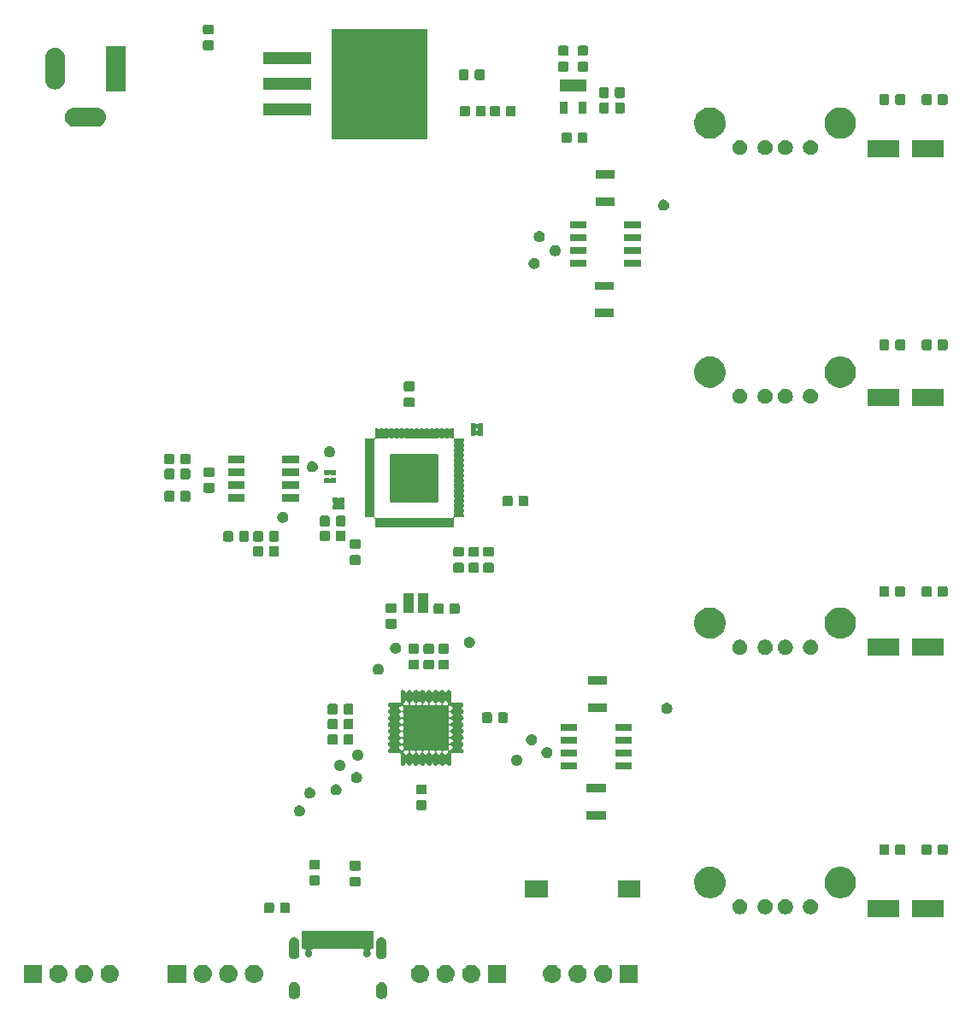
<source format=gbr>
G04 #@! TF.GenerationSoftware,KiCad,Pcbnew,5.0.2-bee76a0~70~ubuntu18.04.1*
G04 #@! TF.CreationDate,2018-12-05T13:48:36+01:00*
G04 #@! TF.ProjectId,usbhub,75736268-7562-42e6-9b69-6361645f7063,rev?*
G04 #@! TF.SameCoordinates,Original*
G04 #@! TF.FileFunction,Soldermask,Top*
G04 #@! TF.FilePolarity,Negative*
%FSLAX46Y46*%
G04 Gerber Fmt 4.6, Leading zero omitted, Abs format (unit mm)*
G04 Created by KiCad (PCBNEW 5.0.2-bee76a0~70~ubuntu18.04.1) date 2018-12-05T13:48:36 CET*
%MOMM*%
%LPD*%
G01*
G04 APERTURE LIST*
%ADD10C,0.100000*%
G04 APERTURE END LIST*
D10*
G36*
X140051314Y-146365773D02*
X140155178Y-146397279D01*
X140250900Y-146448444D01*
X140334801Y-146517299D01*
X140403656Y-146601200D01*
X140454821Y-146696921D01*
X140486327Y-146800785D01*
X140494300Y-146881733D01*
X140494300Y-147535867D01*
X140486327Y-147616815D01*
X140454821Y-147720679D01*
X140403656Y-147816400D01*
X140334801Y-147900301D01*
X140250900Y-147969156D01*
X140155179Y-148020321D01*
X140051315Y-148051827D01*
X139943300Y-148062466D01*
X139835286Y-148051827D01*
X139731422Y-148020321D01*
X139635701Y-147969156D01*
X139551800Y-147900301D01*
X139482945Y-147816400D01*
X139431780Y-147720679D01*
X139400273Y-147616815D01*
X139392300Y-147535867D01*
X139392300Y-146881734D01*
X139400273Y-146800786D01*
X139431779Y-146696922D01*
X139482944Y-146601200D01*
X139551799Y-146517299D01*
X139635700Y-146448444D01*
X139731421Y-146397279D01*
X139835285Y-146365773D01*
X139943300Y-146355134D01*
X140051314Y-146365773D01*
X140051314Y-146365773D01*
G37*
G36*
X131411314Y-146365773D02*
X131515178Y-146397279D01*
X131610900Y-146448444D01*
X131694801Y-146517299D01*
X131763656Y-146601200D01*
X131814821Y-146696921D01*
X131846327Y-146800785D01*
X131854300Y-146881733D01*
X131854300Y-147535867D01*
X131846327Y-147616815D01*
X131814821Y-147720679D01*
X131763656Y-147816400D01*
X131694801Y-147900301D01*
X131610900Y-147969156D01*
X131515179Y-148020321D01*
X131411315Y-148051827D01*
X131303300Y-148062466D01*
X131195286Y-148051827D01*
X131091422Y-148020321D01*
X130995701Y-147969156D01*
X130911800Y-147900301D01*
X130842945Y-147816400D01*
X130791780Y-147720679D01*
X130760273Y-147616815D01*
X130752300Y-147535867D01*
X130752300Y-146881734D01*
X130760273Y-146800786D01*
X130791779Y-146696922D01*
X130842944Y-146601200D01*
X130911799Y-146517299D01*
X130995700Y-146448444D01*
X131091421Y-146397279D01*
X131195285Y-146365773D01*
X131303300Y-146355134D01*
X131411314Y-146365773D01*
X131411314Y-146365773D01*
G37*
G36*
X159495442Y-144660218D02*
X159561627Y-144666737D01*
X159674853Y-144701084D01*
X159731467Y-144718257D01*
X159870087Y-144792352D01*
X159887991Y-144801922D01*
X159923729Y-144831252D01*
X160025186Y-144914514D01*
X160108448Y-145015971D01*
X160137778Y-145051709D01*
X160137779Y-145051711D01*
X160221443Y-145208233D01*
X160221443Y-145208234D01*
X160272963Y-145378073D01*
X160290359Y-145554700D01*
X160272963Y-145731327D01*
X160238616Y-145844553D01*
X160221443Y-145901167D01*
X160147348Y-146039787D01*
X160137778Y-146057691D01*
X160108448Y-146093429D01*
X160025186Y-146194886D01*
X159923729Y-146278148D01*
X159887991Y-146307478D01*
X159887989Y-146307479D01*
X159731467Y-146391143D01*
X159674853Y-146408316D01*
X159561627Y-146442663D01*
X159502920Y-146448445D01*
X159429260Y-146455700D01*
X159340740Y-146455700D01*
X159267080Y-146448445D01*
X159208373Y-146442663D01*
X159095147Y-146408316D01*
X159038533Y-146391143D01*
X158882011Y-146307479D01*
X158882009Y-146307478D01*
X158846271Y-146278148D01*
X158744814Y-146194886D01*
X158661552Y-146093429D01*
X158632222Y-146057691D01*
X158622652Y-146039787D01*
X158548557Y-145901167D01*
X158531384Y-145844553D01*
X158497037Y-145731327D01*
X158479641Y-145554700D01*
X158497037Y-145378073D01*
X158548557Y-145208234D01*
X158548557Y-145208233D01*
X158632221Y-145051711D01*
X158632222Y-145051709D01*
X158661552Y-145015971D01*
X158744814Y-144914514D01*
X158846271Y-144831252D01*
X158882009Y-144801922D01*
X158899913Y-144792352D01*
X159038533Y-144718257D01*
X159095147Y-144701084D01*
X159208373Y-144666737D01*
X159274558Y-144660218D01*
X159340740Y-144653700D01*
X159429260Y-144653700D01*
X159495442Y-144660218D01*
X159495442Y-144660218D01*
G37*
G36*
X143874442Y-144660218D02*
X143940627Y-144666737D01*
X144053853Y-144701084D01*
X144110467Y-144718257D01*
X144249087Y-144792352D01*
X144266991Y-144801922D01*
X144302729Y-144831252D01*
X144404186Y-144914514D01*
X144487448Y-145015971D01*
X144516778Y-145051709D01*
X144516779Y-145051711D01*
X144600443Y-145208233D01*
X144600443Y-145208234D01*
X144651963Y-145378073D01*
X144669359Y-145554700D01*
X144651963Y-145731327D01*
X144617616Y-145844553D01*
X144600443Y-145901167D01*
X144526348Y-146039787D01*
X144516778Y-146057691D01*
X144487448Y-146093429D01*
X144404186Y-146194886D01*
X144302729Y-146278148D01*
X144266991Y-146307478D01*
X144266989Y-146307479D01*
X144110467Y-146391143D01*
X144053853Y-146408316D01*
X143940627Y-146442663D01*
X143881920Y-146448445D01*
X143808260Y-146455700D01*
X143719740Y-146455700D01*
X143646080Y-146448445D01*
X143587373Y-146442663D01*
X143474147Y-146408316D01*
X143417533Y-146391143D01*
X143261011Y-146307479D01*
X143261009Y-146307478D01*
X143225271Y-146278148D01*
X143123814Y-146194886D01*
X143040552Y-146093429D01*
X143011222Y-146057691D01*
X143001652Y-146039787D01*
X142927557Y-145901167D01*
X142910384Y-145844553D01*
X142876037Y-145731327D01*
X142858641Y-145554700D01*
X142876037Y-145378073D01*
X142927557Y-145208234D01*
X142927557Y-145208233D01*
X143011221Y-145051711D01*
X143011222Y-145051709D01*
X143040552Y-145015971D01*
X143123814Y-144914514D01*
X143225271Y-144831252D01*
X143261009Y-144801922D01*
X143278913Y-144792352D01*
X143417533Y-144718257D01*
X143474147Y-144701084D01*
X143587373Y-144666737D01*
X143653558Y-144660218D01*
X143719740Y-144653700D01*
X143808260Y-144653700D01*
X143874442Y-144660218D01*
X143874442Y-144660218D01*
G37*
G36*
X120598500Y-146455700D02*
X118796500Y-146455700D01*
X118796500Y-144653700D01*
X120598500Y-144653700D01*
X120598500Y-146455700D01*
X120598500Y-146455700D01*
G37*
G36*
X122347942Y-144660218D02*
X122414127Y-144666737D01*
X122527353Y-144701084D01*
X122583967Y-144718257D01*
X122722587Y-144792352D01*
X122740491Y-144801922D01*
X122776229Y-144831252D01*
X122877686Y-144914514D01*
X122960948Y-145015971D01*
X122990278Y-145051709D01*
X122990279Y-145051711D01*
X123073943Y-145208233D01*
X123073943Y-145208234D01*
X123125463Y-145378073D01*
X123142859Y-145554700D01*
X123125463Y-145731327D01*
X123091116Y-145844553D01*
X123073943Y-145901167D01*
X122999848Y-146039787D01*
X122990278Y-146057691D01*
X122960948Y-146093429D01*
X122877686Y-146194886D01*
X122776229Y-146278148D01*
X122740491Y-146307478D01*
X122740489Y-146307479D01*
X122583967Y-146391143D01*
X122527353Y-146408316D01*
X122414127Y-146442663D01*
X122355420Y-146448445D01*
X122281760Y-146455700D01*
X122193240Y-146455700D01*
X122119580Y-146448445D01*
X122060873Y-146442663D01*
X121947647Y-146408316D01*
X121891033Y-146391143D01*
X121734511Y-146307479D01*
X121734509Y-146307478D01*
X121698771Y-146278148D01*
X121597314Y-146194886D01*
X121514052Y-146093429D01*
X121484722Y-146057691D01*
X121475152Y-146039787D01*
X121401057Y-145901167D01*
X121383884Y-145844553D01*
X121349537Y-145731327D01*
X121332141Y-145554700D01*
X121349537Y-145378073D01*
X121401057Y-145208234D01*
X121401057Y-145208233D01*
X121484721Y-145051711D01*
X121484722Y-145051709D01*
X121514052Y-145015971D01*
X121597314Y-144914514D01*
X121698771Y-144831252D01*
X121734509Y-144801922D01*
X121752413Y-144792352D01*
X121891033Y-144718257D01*
X121947647Y-144701084D01*
X122060873Y-144666737D01*
X122127058Y-144660218D01*
X122193240Y-144653700D01*
X122281760Y-144653700D01*
X122347942Y-144660218D01*
X122347942Y-144660218D01*
G37*
G36*
X124887942Y-144660218D02*
X124954127Y-144666737D01*
X125067353Y-144701084D01*
X125123967Y-144718257D01*
X125262587Y-144792352D01*
X125280491Y-144801922D01*
X125316229Y-144831252D01*
X125417686Y-144914514D01*
X125500948Y-145015971D01*
X125530278Y-145051709D01*
X125530279Y-145051711D01*
X125613943Y-145208233D01*
X125613943Y-145208234D01*
X125665463Y-145378073D01*
X125682859Y-145554700D01*
X125665463Y-145731327D01*
X125631116Y-145844553D01*
X125613943Y-145901167D01*
X125539848Y-146039787D01*
X125530278Y-146057691D01*
X125500948Y-146093429D01*
X125417686Y-146194886D01*
X125316229Y-146278148D01*
X125280491Y-146307478D01*
X125280489Y-146307479D01*
X125123967Y-146391143D01*
X125067353Y-146408316D01*
X124954127Y-146442663D01*
X124895420Y-146448445D01*
X124821760Y-146455700D01*
X124733240Y-146455700D01*
X124659580Y-146448445D01*
X124600873Y-146442663D01*
X124487647Y-146408316D01*
X124431033Y-146391143D01*
X124274511Y-146307479D01*
X124274509Y-146307478D01*
X124238771Y-146278148D01*
X124137314Y-146194886D01*
X124054052Y-146093429D01*
X124024722Y-146057691D01*
X124015152Y-146039787D01*
X123941057Y-145901167D01*
X123923884Y-145844553D01*
X123889537Y-145731327D01*
X123872141Y-145554700D01*
X123889537Y-145378073D01*
X123941057Y-145208234D01*
X123941057Y-145208233D01*
X124024721Y-145051711D01*
X124024722Y-145051709D01*
X124054052Y-145015971D01*
X124137314Y-144914514D01*
X124238771Y-144831252D01*
X124274509Y-144801922D01*
X124292413Y-144792352D01*
X124431033Y-144718257D01*
X124487647Y-144701084D01*
X124600873Y-144666737D01*
X124667058Y-144660218D01*
X124733240Y-144653700D01*
X124821760Y-144653700D01*
X124887942Y-144660218D01*
X124887942Y-144660218D01*
G37*
G36*
X127427942Y-144660218D02*
X127494127Y-144666737D01*
X127607353Y-144701084D01*
X127663967Y-144718257D01*
X127802587Y-144792352D01*
X127820491Y-144801922D01*
X127856229Y-144831252D01*
X127957686Y-144914514D01*
X128040948Y-145015971D01*
X128070278Y-145051709D01*
X128070279Y-145051711D01*
X128153943Y-145208233D01*
X128153943Y-145208234D01*
X128205463Y-145378073D01*
X128222859Y-145554700D01*
X128205463Y-145731327D01*
X128171116Y-145844553D01*
X128153943Y-145901167D01*
X128079848Y-146039787D01*
X128070278Y-146057691D01*
X128040948Y-146093429D01*
X127957686Y-146194886D01*
X127856229Y-146278148D01*
X127820491Y-146307478D01*
X127820489Y-146307479D01*
X127663967Y-146391143D01*
X127607353Y-146408316D01*
X127494127Y-146442663D01*
X127435420Y-146448445D01*
X127361760Y-146455700D01*
X127273240Y-146455700D01*
X127199580Y-146448445D01*
X127140873Y-146442663D01*
X127027647Y-146408316D01*
X126971033Y-146391143D01*
X126814511Y-146307479D01*
X126814509Y-146307478D01*
X126778771Y-146278148D01*
X126677314Y-146194886D01*
X126594052Y-146093429D01*
X126564722Y-146057691D01*
X126555152Y-146039787D01*
X126481057Y-145901167D01*
X126463884Y-145844553D01*
X126429537Y-145731327D01*
X126412141Y-145554700D01*
X126429537Y-145378073D01*
X126481057Y-145208234D01*
X126481057Y-145208233D01*
X126564721Y-145051711D01*
X126564722Y-145051709D01*
X126594052Y-145015971D01*
X126677314Y-144914514D01*
X126778771Y-144831252D01*
X126814509Y-144801922D01*
X126832413Y-144792352D01*
X126971033Y-144718257D01*
X127027647Y-144701084D01*
X127140873Y-144666737D01*
X127207058Y-144660218D01*
X127273240Y-144653700D01*
X127361760Y-144653700D01*
X127427942Y-144660218D01*
X127427942Y-144660218D01*
G37*
G36*
X106311000Y-146455700D02*
X104509000Y-146455700D01*
X104509000Y-144653700D01*
X106311000Y-144653700D01*
X106311000Y-146455700D01*
X106311000Y-146455700D01*
G37*
G36*
X108060442Y-144660218D02*
X108126627Y-144666737D01*
X108239853Y-144701084D01*
X108296467Y-144718257D01*
X108435087Y-144792352D01*
X108452991Y-144801922D01*
X108488729Y-144831252D01*
X108590186Y-144914514D01*
X108673448Y-145015971D01*
X108702778Y-145051709D01*
X108702779Y-145051711D01*
X108786443Y-145208233D01*
X108786443Y-145208234D01*
X108837963Y-145378073D01*
X108855359Y-145554700D01*
X108837963Y-145731327D01*
X108803616Y-145844553D01*
X108786443Y-145901167D01*
X108712348Y-146039787D01*
X108702778Y-146057691D01*
X108673448Y-146093429D01*
X108590186Y-146194886D01*
X108488729Y-146278148D01*
X108452991Y-146307478D01*
X108452989Y-146307479D01*
X108296467Y-146391143D01*
X108239853Y-146408316D01*
X108126627Y-146442663D01*
X108067920Y-146448445D01*
X107994260Y-146455700D01*
X107905740Y-146455700D01*
X107832080Y-146448445D01*
X107773373Y-146442663D01*
X107660147Y-146408316D01*
X107603533Y-146391143D01*
X107447011Y-146307479D01*
X107447009Y-146307478D01*
X107411271Y-146278148D01*
X107309814Y-146194886D01*
X107226552Y-146093429D01*
X107197222Y-146057691D01*
X107187652Y-146039787D01*
X107113557Y-145901167D01*
X107096384Y-145844553D01*
X107062037Y-145731327D01*
X107044641Y-145554700D01*
X107062037Y-145378073D01*
X107113557Y-145208234D01*
X107113557Y-145208233D01*
X107197221Y-145051711D01*
X107197222Y-145051709D01*
X107226552Y-145015971D01*
X107309814Y-144914514D01*
X107411271Y-144831252D01*
X107447009Y-144801922D01*
X107464913Y-144792352D01*
X107603533Y-144718257D01*
X107660147Y-144701084D01*
X107773373Y-144666737D01*
X107839558Y-144660218D01*
X107905740Y-144653700D01*
X107994260Y-144653700D01*
X108060442Y-144660218D01*
X108060442Y-144660218D01*
G37*
G36*
X110600442Y-144660218D02*
X110666627Y-144666737D01*
X110779853Y-144701084D01*
X110836467Y-144718257D01*
X110975087Y-144792352D01*
X110992991Y-144801922D01*
X111028729Y-144831252D01*
X111130186Y-144914514D01*
X111213448Y-145015971D01*
X111242778Y-145051709D01*
X111242779Y-145051711D01*
X111326443Y-145208233D01*
X111326443Y-145208234D01*
X111377963Y-145378073D01*
X111395359Y-145554700D01*
X111377963Y-145731327D01*
X111343616Y-145844553D01*
X111326443Y-145901167D01*
X111252348Y-146039787D01*
X111242778Y-146057691D01*
X111213448Y-146093429D01*
X111130186Y-146194886D01*
X111028729Y-146278148D01*
X110992991Y-146307478D01*
X110992989Y-146307479D01*
X110836467Y-146391143D01*
X110779853Y-146408316D01*
X110666627Y-146442663D01*
X110607920Y-146448445D01*
X110534260Y-146455700D01*
X110445740Y-146455700D01*
X110372080Y-146448445D01*
X110313373Y-146442663D01*
X110200147Y-146408316D01*
X110143533Y-146391143D01*
X109987011Y-146307479D01*
X109987009Y-146307478D01*
X109951271Y-146278148D01*
X109849814Y-146194886D01*
X109766552Y-146093429D01*
X109737222Y-146057691D01*
X109727652Y-146039787D01*
X109653557Y-145901167D01*
X109636384Y-145844553D01*
X109602037Y-145731327D01*
X109584641Y-145554700D01*
X109602037Y-145378073D01*
X109653557Y-145208234D01*
X109653557Y-145208233D01*
X109737221Y-145051711D01*
X109737222Y-145051709D01*
X109766552Y-145015971D01*
X109849814Y-144914514D01*
X109951271Y-144831252D01*
X109987009Y-144801922D01*
X110004913Y-144792352D01*
X110143533Y-144718257D01*
X110200147Y-144701084D01*
X110313373Y-144666737D01*
X110379558Y-144660218D01*
X110445740Y-144653700D01*
X110534260Y-144653700D01*
X110600442Y-144660218D01*
X110600442Y-144660218D01*
G37*
G36*
X113140442Y-144660218D02*
X113206627Y-144666737D01*
X113319853Y-144701084D01*
X113376467Y-144718257D01*
X113515087Y-144792352D01*
X113532991Y-144801922D01*
X113568729Y-144831252D01*
X113670186Y-144914514D01*
X113753448Y-145015971D01*
X113782778Y-145051709D01*
X113782779Y-145051711D01*
X113866443Y-145208233D01*
X113866443Y-145208234D01*
X113917963Y-145378073D01*
X113935359Y-145554700D01*
X113917963Y-145731327D01*
X113883616Y-145844553D01*
X113866443Y-145901167D01*
X113792348Y-146039787D01*
X113782778Y-146057691D01*
X113753448Y-146093429D01*
X113670186Y-146194886D01*
X113568729Y-146278148D01*
X113532991Y-146307478D01*
X113532989Y-146307479D01*
X113376467Y-146391143D01*
X113319853Y-146408316D01*
X113206627Y-146442663D01*
X113147920Y-146448445D01*
X113074260Y-146455700D01*
X112985740Y-146455700D01*
X112912080Y-146448445D01*
X112853373Y-146442663D01*
X112740147Y-146408316D01*
X112683533Y-146391143D01*
X112527011Y-146307479D01*
X112527009Y-146307478D01*
X112491271Y-146278148D01*
X112389814Y-146194886D01*
X112306552Y-146093429D01*
X112277222Y-146057691D01*
X112267652Y-146039787D01*
X112193557Y-145901167D01*
X112176384Y-145844553D01*
X112142037Y-145731327D01*
X112124641Y-145554700D01*
X112142037Y-145378073D01*
X112193557Y-145208234D01*
X112193557Y-145208233D01*
X112277221Y-145051711D01*
X112277222Y-145051709D01*
X112306552Y-145015971D01*
X112389814Y-144914514D01*
X112491271Y-144831252D01*
X112527009Y-144801922D01*
X112544913Y-144792352D01*
X112683533Y-144718257D01*
X112740147Y-144701084D01*
X112853373Y-144666737D01*
X112919558Y-144660218D01*
X112985740Y-144653700D01*
X113074260Y-144653700D01*
X113140442Y-144660218D01*
X113140442Y-144660218D01*
G37*
G36*
X156955442Y-144660218D02*
X157021627Y-144666737D01*
X157134853Y-144701084D01*
X157191467Y-144718257D01*
X157330087Y-144792352D01*
X157347991Y-144801922D01*
X157383729Y-144831252D01*
X157485186Y-144914514D01*
X157568448Y-145015971D01*
X157597778Y-145051709D01*
X157597779Y-145051711D01*
X157681443Y-145208233D01*
X157681443Y-145208234D01*
X157732963Y-145378073D01*
X157750359Y-145554700D01*
X157732963Y-145731327D01*
X157698616Y-145844553D01*
X157681443Y-145901167D01*
X157607348Y-146039787D01*
X157597778Y-146057691D01*
X157568448Y-146093429D01*
X157485186Y-146194886D01*
X157383729Y-146278148D01*
X157347991Y-146307478D01*
X157347989Y-146307479D01*
X157191467Y-146391143D01*
X157134853Y-146408316D01*
X157021627Y-146442663D01*
X156962920Y-146448445D01*
X156889260Y-146455700D01*
X156800740Y-146455700D01*
X156727080Y-146448445D01*
X156668373Y-146442663D01*
X156555147Y-146408316D01*
X156498533Y-146391143D01*
X156342011Y-146307479D01*
X156342009Y-146307478D01*
X156306271Y-146278148D01*
X156204814Y-146194886D01*
X156121552Y-146093429D01*
X156092222Y-146057691D01*
X156082652Y-146039787D01*
X156008557Y-145901167D01*
X155991384Y-145844553D01*
X155957037Y-145731327D01*
X155939641Y-145554700D01*
X155957037Y-145378073D01*
X156008557Y-145208234D01*
X156008557Y-145208233D01*
X156092221Y-145051711D01*
X156092222Y-145051709D01*
X156121552Y-145015971D01*
X156204814Y-144914514D01*
X156306271Y-144831252D01*
X156342009Y-144801922D01*
X156359913Y-144792352D01*
X156498533Y-144718257D01*
X156555147Y-144701084D01*
X156668373Y-144666737D01*
X156734558Y-144660218D01*
X156800740Y-144653700D01*
X156889260Y-144653700D01*
X156955442Y-144660218D01*
X156955442Y-144660218D01*
G37*
G36*
X162035442Y-144660218D02*
X162101627Y-144666737D01*
X162214853Y-144701084D01*
X162271467Y-144718257D01*
X162410087Y-144792352D01*
X162427991Y-144801922D01*
X162463729Y-144831252D01*
X162565186Y-144914514D01*
X162648448Y-145015971D01*
X162677778Y-145051709D01*
X162677779Y-145051711D01*
X162761443Y-145208233D01*
X162761443Y-145208234D01*
X162812963Y-145378073D01*
X162830359Y-145554700D01*
X162812963Y-145731327D01*
X162778616Y-145844553D01*
X162761443Y-145901167D01*
X162687348Y-146039787D01*
X162677778Y-146057691D01*
X162648448Y-146093429D01*
X162565186Y-146194886D01*
X162463729Y-146278148D01*
X162427991Y-146307478D01*
X162427989Y-146307479D01*
X162271467Y-146391143D01*
X162214853Y-146408316D01*
X162101627Y-146442663D01*
X162042920Y-146448445D01*
X161969260Y-146455700D01*
X161880740Y-146455700D01*
X161807080Y-146448445D01*
X161748373Y-146442663D01*
X161635147Y-146408316D01*
X161578533Y-146391143D01*
X161422011Y-146307479D01*
X161422009Y-146307478D01*
X161386271Y-146278148D01*
X161284814Y-146194886D01*
X161201552Y-146093429D01*
X161172222Y-146057691D01*
X161162652Y-146039787D01*
X161088557Y-145901167D01*
X161071384Y-145844553D01*
X161037037Y-145731327D01*
X161019641Y-145554700D01*
X161037037Y-145378073D01*
X161088557Y-145208234D01*
X161088557Y-145208233D01*
X161172221Y-145051711D01*
X161172222Y-145051709D01*
X161201552Y-145015971D01*
X161284814Y-144914514D01*
X161386271Y-144831252D01*
X161422009Y-144801922D01*
X161439913Y-144792352D01*
X161578533Y-144718257D01*
X161635147Y-144701084D01*
X161748373Y-144666737D01*
X161814558Y-144660218D01*
X161880740Y-144653700D01*
X161969260Y-144653700D01*
X162035442Y-144660218D01*
X162035442Y-144660218D01*
G37*
G36*
X165366000Y-146455700D02*
X163564000Y-146455700D01*
X163564000Y-144653700D01*
X165366000Y-144653700D01*
X165366000Y-146455700D01*
X165366000Y-146455700D01*
G37*
G36*
X152285000Y-146455700D02*
X150483000Y-146455700D01*
X150483000Y-144653700D01*
X152285000Y-144653700D01*
X152285000Y-146455700D01*
X152285000Y-146455700D01*
G37*
G36*
X148954442Y-144660218D02*
X149020627Y-144666737D01*
X149133853Y-144701084D01*
X149190467Y-144718257D01*
X149329087Y-144792352D01*
X149346991Y-144801922D01*
X149382729Y-144831252D01*
X149484186Y-144914514D01*
X149567448Y-145015971D01*
X149596778Y-145051709D01*
X149596779Y-145051711D01*
X149680443Y-145208233D01*
X149680443Y-145208234D01*
X149731963Y-145378073D01*
X149749359Y-145554700D01*
X149731963Y-145731327D01*
X149697616Y-145844553D01*
X149680443Y-145901167D01*
X149606348Y-146039787D01*
X149596778Y-146057691D01*
X149567448Y-146093429D01*
X149484186Y-146194886D01*
X149382729Y-146278148D01*
X149346991Y-146307478D01*
X149346989Y-146307479D01*
X149190467Y-146391143D01*
X149133853Y-146408316D01*
X149020627Y-146442663D01*
X148961920Y-146448445D01*
X148888260Y-146455700D01*
X148799740Y-146455700D01*
X148726080Y-146448445D01*
X148667373Y-146442663D01*
X148554147Y-146408316D01*
X148497533Y-146391143D01*
X148341011Y-146307479D01*
X148341009Y-146307478D01*
X148305271Y-146278148D01*
X148203814Y-146194886D01*
X148120552Y-146093429D01*
X148091222Y-146057691D01*
X148081652Y-146039787D01*
X148007557Y-145901167D01*
X147990384Y-145844553D01*
X147956037Y-145731327D01*
X147938641Y-145554700D01*
X147956037Y-145378073D01*
X148007557Y-145208234D01*
X148007557Y-145208233D01*
X148091221Y-145051711D01*
X148091222Y-145051709D01*
X148120552Y-145015971D01*
X148203814Y-144914514D01*
X148305271Y-144831252D01*
X148341009Y-144801922D01*
X148358913Y-144792352D01*
X148497533Y-144718257D01*
X148554147Y-144701084D01*
X148667373Y-144666737D01*
X148733558Y-144660218D01*
X148799740Y-144653700D01*
X148888260Y-144653700D01*
X148954442Y-144660218D01*
X148954442Y-144660218D01*
G37*
G36*
X146414442Y-144660218D02*
X146480627Y-144666737D01*
X146593853Y-144701084D01*
X146650467Y-144718257D01*
X146789087Y-144792352D01*
X146806991Y-144801922D01*
X146842729Y-144831252D01*
X146944186Y-144914514D01*
X147027448Y-145015971D01*
X147056778Y-145051709D01*
X147056779Y-145051711D01*
X147140443Y-145208233D01*
X147140443Y-145208234D01*
X147191963Y-145378073D01*
X147209359Y-145554700D01*
X147191963Y-145731327D01*
X147157616Y-145844553D01*
X147140443Y-145901167D01*
X147066348Y-146039787D01*
X147056778Y-146057691D01*
X147027448Y-146093429D01*
X146944186Y-146194886D01*
X146842729Y-146278148D01*
X146806991Y-146307478D01*
X146806989Y-146307479D01*
X146650467Y-146391143D01*
X146593853Y-146408316D01*
X146480627Y-146442663D01*
X146421920Y-146448445D01*
X146348260Y-146455700D01*
X146259740Y-146455700D01*
X146186080Y-146448445D01*
X146127373Y-146442663D01*
X146014147Y-146408316D01*
X145957533Y-146391143D01*
X145801011Y-146307479D01*
X145801009Y-146307478D01*
X145765271Y-146278148D01*
X145663814Y-146194886D01*
X145580552Y-146093429D01*
X145551222Y-146057691D01*
X145541652Y-146039787D01*
X145467557Y-145901167D01*
X145450384Y-145844553D01*
X145416037Y-145731327D01*
X145398641Y-145554700D01*
X145416037Y-145378073D01*
X145467557Y-145208234D01*
X145467557Y-145208233D01*
X145551221Y-145051711D01*
X145551222Y-145051709D01*
X145580552Y-145015971D01*
X145663814Y-144914514D01*
X145765271Y-144831252D01*
X145801009Y-144801922D01*
X145818913Y-144792352D01*
X145957533Y-144718257D01*
X146014147Y-144701084D01*
X146127373Y-144666737D01*
X146193558Y-144660218D01*
X146259740Y-144653700D01*
X146348260Y-144653700D01*
X146414442Y-144660218D01*
X146414442Y-144660218D01*
G37*
G36*
X140041512Y-141935049D02*
X140135951Y-141963697D01*
X140222987Y-142010218D01*
X140299275Y-142072825D01*
X140361882Y-142149113D01*
X140408403Y-142236148D01*
X140437051Y-142330587D01*
X140444300Y-142404188D01*
X140444300Y-143653412D01*
X140437051Y-143727013D01*
X140408403Y-143821452D01*
X140361882Y-143908487D01*
X140299275Y-143984775D01*
X140222987Y-144047382D01*
X140135952Y-144093903D01*
X140041513Y-144122551D01*
X139943300Y-144132224D01*
X139845088Y-144122551D01*
X139750649Y-144093903D01*
X139663614Y-144047382D01*
X139587326Y-143984775D01*
X139524719Y-143908487D01*
X139478198Y-143821452D01*
X139449550Y-143727013D01*
X139442301Y-143653412D01*
X139442300Y-142404189D01*
X139449549Y-142330588D01*
X139478197Y-142236149D01*
X139524718Y-142149113D01*
X139587325Y-142072825D01*
X139663613Y-142010218D01*
X139750648Y-141963697D01*
X139845087Y-141935049D01*
X139943300Y-141925376D01*
X140041512Y-141935049D01*
X140041512Y-141935049D01*
G37*
G36*
X131401512Y-141935049D02*
X131495951Y-141963697D01*
X131582987Y-142010218D01*
X131659275Y-142072825D01*
X131721882Y-142149113D01*
X131768403Y-142236148D01*
X131797051Y-142330587D01*
X131804300Y-142404188D01*
X131804300Y-143653412D01*
X131797051Y-143727013D01*
X131768403Y-143821452D01*
X131721882Y-143908487D01*
X131659275Y-143984775D01*
X131582987Y-144047382D01*
X131495952Y-144093903D01*
X131401513Y-144122551D01*
X131303300Y-144132224D01*
X131205088Y-144122551D01*
X131110649Y-144093903D01*
X131023614Y-144047382D01*
X130947326Y-143984775D01*
X130884719Y-143908487D01*
X130838198Y-143821452D01*
X130809550Y-143727013D01*
X130802301Y-143653412D01*
X130802300Y-142404189D01*
X130809549Y-142330588D01*
X130838197Y-142236149D01*
X130884718Y-142149113D01*
X130947325Y-142072825D01*
X131023613Y-142010218D01*
X131110648Y-141963697D01*
X131205087Y-141935049D01*
X131303300Y-141925376D01*
X131401512Y-141935049D01*
X131401512Y-141935049D01*
G37*
G36*
X139174300Y-143114800D02*
X138922744Y-143114800D01*
X138898358Y-143117202D01*
X138874909Y-143124315D01*
X138853298Y-143135866D01*
X138834356Y-143151412D01*
X138818810Y-143170354D01*
X138807259Y-143191965D01*
X138800146Y-143215414D01*
X138797744Y-143239800D01*
X138800146Y-143264186D01*
X138807259Y-143287635D01*
X138818810Y-143309245D01*
X138846505Y-143350694D01*
X138846507Y-143350697D01*
X138874850Y-143419125D01*
X138889300Y-143491767D01*
X138889300Y-143565833D01*
X138874850Y-143638475D01*
X138846507Y-143706903D01*
X138805543Y-143768209D01*
X138805356Y-143768489D01*
X138752989Y-143820856D01*
X138752986Y-143820858D01*
X138691403Y-143862007D01*
X138622975Y-143890350D01*
X138622974Y-143890350D01*
X138622972Y-143890351D01*
X138550334Y-143904800D01*
X138476266Y-143904800D01*
X138403628Y-143890351D01*
X138403626Y-143890350D01*
X138403625Y-143890350D01*
X138335197Y-143862007D01*
X138273614Y-143820858D01*
X138273611Y-143820856D01*
X138221244Y-143768489D01*
X138221057Y-143768209D01*
X138180093Y-143706903D01*
X138151750Y-143638475D01*
X138137300Y-143565833D01*
X138137300Y-143491767D01*
X138151750Y-143419125D01*
X138180093Y-143350697D01*
X138180095Y-143350694D01*
X138207790Y-143309245D01*
X138219341Y-143287634D01*
X138226454Y-143264185D01*
X138228856Y-143239799D01*
X138226454Y-143215412D01*
X138219340Y-143191963D01*
X138207789Y-143170353D01*
X138192243Y-143151411D01*
X138173301Y-143135866D01*
X138151690Y-143124315D01*
X138128241Y-143117202D01*
X138103856Y-143114800D01*
X133142744Y-143114800D01*
X133118358Y-143117202D01*
X133094909Y-143124315D01*
X133073298Y-143135866D01*
X133054356Y-143151412D01*
X133038810Y-143170354D01*
X133027259Y-143191965D01*
X133020146Y-143215414D01*
X133017744Y-143239800D01*
X133020146Y-143264186D01*
X133027259Y-143287635D01*
X133038810Y-143309245D01*
X133066505Y-143350694D01*
X133066507Y-143350697D01*
X133094850Y-143419125D01*
X133109300Y-143491767D01*
X133109300Y-143565833D01*
X133094850Y-143638475D01*
X133066507Y-143706903D01*
X133025543Y-143768209D01*
X133025356Y-143768489D01*
X132972989Y-143820856D01*
X132972986Y-143820858D01*
X132911403Y-143862007D01*
X132842975Y-143890350D01*
X132842974Y-143890350D01*
X132842972Y-143890351D01*
X132770334Y-143904800D01*
X132696266Y-143904800D01*
X132623628Y-143890351D01*
X132623626Y-143890350D01*
X132623625Y-143890350D01*
X132555197Y-143862007D01*
X132493614Y-143820858D01*
X132493611Y-143820856D01*
X132441244Y-143768489D01*
X132441057Y-143768209D01*
X132400093Y-143706903D01*
X132371750Y-143638475D01*
X132357300Y-143565833D01*
X132357300Y-143491767D01*
X132371750Y-143419125D01*
X132400093Y-143350697D01*
X132400095Y-143350694D01*
X132427790Y-143309245D01*
X132439341Y-143287634D01*
X132446454Y-143264185D01*
X132448856Y-143239799D01*
X132446454Y-143215412D01*
X132439340Y-143191963D01*
X132427789Y-143170353D01*
X132412243Y-143151411D01*
X132393301Y-143135866D01*
X132371690Y-143124315D01*
X132348241Y-143117202D01*
X132323856Y-143114800D01*
X132072300Y-143114800D01*
X132072300Y-141262800D01*
X139174300Y-141262800D01*
X139174300Y-143114800D01*
X139174300Y-143114800D01*
G37*
G36*
X195616300Y-139978700D02*
X192514300Y-139978700D01*
X192514300Y-138276700D01*
X195616300Y-138276700D01*
X195616300Y-139978700D01*
X195616300Y-139978700D01*
G37*
G36*
X191216300Y-139978700D02*
X188114300Y-139978700D01*
X188114300Y-138276700D01*
X191216300Y-138276700D01*
X191216300Y-139978700D01*
X191216300Y-139978700D01*
G37*
G36*
X182582004Y-138160544D02*
X182669059Y-138177860D01*
X182805732Y-138234472D01*
X182927079Y-138315554D01*
X182928738Y-138316662D01*
X183033338Y-138421262D01*
X183033340Y-138421265D01*
X183115528Y-138544268D01*
X183172140Y-138680941D01*
X183201000Y-138826033D01*
X183201000Y-138973967D01*
X183172140Y-139119059D01*
X183115528Y-139255732D01*
X183115527Y-139255733D01*
X183033338Y-139378738D01*
X182928738Y-139483338D01*
X182928735Y-139483340D01*
X182805732Y-139565528D01*
X182669059Y-139622140D01*
X182582004Y-139639456D01*
X182523969Y-139651000D01*
X182376031Y-139651000D01*
X182317996Y-139639456D01*
X182230941Y-139622140D01*
X182094268Y-139565528D01*
X181971265Y-139483340D01*
X181971262Y-139483338D01*
X181866662Y-139378738D01*
X181784473Y-139255733D01*
X181784472Y-139255732D01*
X181727860Y-139119059D01*
X181699000Y-138973967D01*
X181699000Y-138826033D01*
X181727860Y-138680941D01*
X181784472Y-138544268D01*
X181866660Y-138421265D01*
X181866662Y-138421262D01*
X181971262Y-138316662D01*
X181972921Y-138315554D01*
X182094268Y-138234472D01*
X182230941Y-138177860D01*
X182317996Y-138160544D01*
X182376031Y-138149000D01*
X182523969Y-138149000D01*
X182582004Y-138160544D01*
X182582004Y-138160544D01*
G37*
G36*
X175582004Y-138160544D02*
X175669059Y-138177860D01*
X175805732Y-138234472D01*
X175927079Y-138315554D01*
X175928738Y-138316662D01*
X176033338Y-138421262D01*
X176033340Y-138421265D01*
X176115528Y-138544268D01*
X176172140Y-138680941D01*
X176201000Y-138826033D01*
X176201000Y-138973967D01*
X176172140Y-139119059D01*
X176115528Y-139255732D01*
X176115527Y-139255733D01*
X176033338Y-139378738D01*
X175928738Y-139483338D01*
X175928735Y-139483340D01*
X175805732Y-139565528D01*
X175669059Y-139622140D01*
X175582004Y-139639456D01*
X175523969Y-139651000D01*
X175376031Y-139651000D01*
X175317996Y-139639456D01*
X175230941Y-139622140D01*
X175094268Y-139565528D01*
X174971265Y-139483340D01*
X174971262Y-139483338D01*
X174866662Y-139378738D01*
X174784473Y-139255733D01*
X174784472Y-139255732D01*
X174727860Y-139119059D01*
X174699000Y-138973967D01*
X174699000Y-138826033D01*
X174727860Y-138680941D01*
X174784472Y-138544268D01*
X174866660Y-138421265D01*
X174866662Y-138421262D01*
X174971262Y-138316662D01*
X174972921Y-138315554D01*
X175094268Y-138234472D01*
X175230941Y-138177860D01*
X175317996Y-138160544D01*
X175376031Y-138149000D01*
X175523969Y-138149000D01*
X175582004Y-138160544D01*
X175582004Y-138160544D01*
G37*
G36*
X180082004Y-138160544D02*
X180169059Y-138177860D01*
X180305732Y-138234472D01*
X180427079Y-138315554D01*
X180428738Y-138316662D01*
X180533338Y-138421262D01*
X180533340Y-138421265D01*
X180615528Y-138544268D01*
X180672140Y-138680941D01*
X180701000Y-138826033D01*
X180701000Y-138973967D01*
X180672140Y-139119059D01*
X180615528Y-139255732D01*
X180615527Y-139255733D01*
X180533338Y-139378738D01*
X180428738Y-139483338D01*
X180428735Y-139483340D01*
X180305732Y-139565528D01*
X180169059Y-139622140D01*
X180082004Y-139639456D01*
X180023969Y-139651000D01*
X179876031Y-139651000D01*
X179817996Y-139639456D01*
X179730941Y-139622140D01*
X179594268Y-139565528D01*
X179471265Y-139483340D01*
X179471262Y-139483338D01*
X179366662Y-139378738D01*
X179284473Y-139255733D01*
X179284472Y-139255732D01*
X179227860Y-139119059D01*
X179199000Y-138973967D01*
X179199000Y-138826033D01*
X179227860Y-138680941D01*
X179284472Y-138544268D01*
X179366660Y-138421265D01*
X179366662Y-138421262D01*
X179471262Y-138316662D01*
X179472921Y-138315554D01*
X179594268Y-138234472D01*
X179730941Y-138177860D01*
X179817996Y-138160544D01*
X179876031Y-138149000D01*
X180023969Y-138149000D01*
X180082004Y-138160544D01*
X180082004Y-138160544D01*
G37*
G36*
X178082004Y-138160544D02*
X178169059Y-138177860D01*
X178305732Y-138234472D01*
X178427079Y-138315554D01*
X178428738Y-138316662D01*
X178533338Y-138421262D01*
X178533340Y-138421265D01*
X178615528Y-138544268D01*
X178672140Y-138680941D01*
X178701000Y-138826033D01*
X178701000Y-138973967D01*
X178672140Y-139119059D01*
X178615528Y-139255732D01*
X178615527Y-139255733D01*
X178533338Y-139378738D01*
X178428738Y-139483338D01*
X178428735Y-139483340D01*
X178305732Y-139565528D01*
X178169059Y-139622140D01*
X178082004Y-139639456D01*
X178023969Y-139651000D01*
X177876031Y-139651000D01*
X177817996Y-139639456D01*
X177730941Y-139622140D01*
X177594268Y-139565528D01*
X177471265Y-139483340D01*
X177471262Y-139483338D01*
X177366662Y-139378738D01*
X177284473Y-139255733D01*
X177284472Y-139255732D01*
X177227860Y-139119059D01*
X177199000Y-138973967D01*
X177199000Y-138826033D01*
X177227860Y-138680941D01*
X177284472Y-138544268D01*
X177366660Y-138421265D01*
X177366662Y-138421262D01*
X177471262Y-138316662D01*
X177472921Y-138315554D01*
X177594268Y-138234472D01*
X177730941Y-138177860D01*
X177817996Y-138160544D01*
X177876031Y-138149000D01*
X178023969Y-138149000D01*
X178082004Y-138160544D01*
X178082004Y-138160544D01*
G37*
G36*
X130733091Y-138492285D02*
X130767069Y-138502593D01*
X130798387Y-138519333D01*
X130825839Y-138541861D01*
X130848367Y-138569313D01*
X130865107Y-138600631D01*
X130875415Y-138634609D01*
X130879500Y-138676090D01*
X130879500Y-139352310D01*
X130875415Y-139393791D01*
X130865107Y-139427769D01*
X130848367Y-139459087D01*
X130825839Y-139486539D01*
X130798387Y-139509067D01*
X130767069Y-139525807D01*
X130733091Y-139536115D01*
X130691610Y-139540200D01*
X130090390Y-139540200D01*
X130048909Y-139536115D01*
X130014931Y-139525807D01*
X129983613Y-139509067D01*
X129956161Y-139486539D01*
X129933633Y-139459087D01*
X129916893Y-139427769D01*
X129906585Y-139393791D01*
X129902500Y-139352310D01*
X129902500Y-138676090D01*
X129906585Y-138634609D01*
X129916893Y-138600631D01*
X129933633Y-138569313D01*
X129956161Y-138541861D01*
X129983613Y-138519333D01*
X130014931Y-138502593D01*
X130048909Y-138492285D01*
X130090390Y-138488200D01*
X130691610Y-138488200D01*
X130733091Y-138492285D01*
X130733091Y-138492285D01*
G37*
G36*
X129158091Y-138492285D02*
X129192069Y-138502593D01*
X129223387Y-138519333D01*
X129250839Y-138541861D01*
X129273367Y-138569313D01*
X129290107Y-138600631D01*
X129300415Y-138634609D01*
X129304500Y-138676090D01*
X129304500Y-139352310D01*
X129300415Y-139393791D01*
X129290107Y-139427769D01*
X129273367Y-139459087D01*
X129250839Y-139486539D01*
X129223387Y-139509067D01*
X129192069Y-139525807D01*
X129158091Y-139536115D01*
X129116610Y-139540200D01*
X128515390Y-139540200D01*
X128473909Y-139536115D01*
X128439931Y-139525807D01*
X128408613Y-139509067D01*
X128381161Y-139486539D01*
X128358633Y-139459087D01*
X128341893Y-139427769D01*
X128331585Y-139393791D01*
X128327500Y-139352310D01*
X128327500Y-138676090D01*
X128331585Y-138634609D01*
X128341893Y-138600631D01*
X128358633Y-138569313D01*
X128381161Y-138541861D01*
X128408613Y-138519333D01*
X128439931Y-138502593D01*
X128473909Y-138492285D01*
X128515390Y-138488200D01*
X129116610Y-138488200D01*
X129158091Y-138492285D01*
X129158091Y-138492285D01*
G37*
G36*
X172852527Y-134988736D02*
X172952410Y-135008604D01*
X173234674Y-135125521D01*
X173488705Y-135295259D01*
X173704741Y-135511295D01*
X173874479Y-135765326D01*
X173978849Y-136017299D01*
X173991396Y-136047591D01*
X174051000Y-136347238D01*
X174051000Y-136652762D01*
X174025868Y-136779108D01*
X173991396Y-136952410D01*
X173874479Y-137234674D01*
X173704741Y-137488705D01*
X173488705Y-137704741D01*
X173234674Y-137874479D01*
X172952410Y-137991396D01*
X172853854Y-138011000D01*
X172652762Y-138051000D01*
X172347238Y-138051000D01*
X172146146Y-138011000D01*
X172047590Y-137991396D01*
X171765326Y-137874479D01*
X171511295Y-137704741D01*
X171295259Y-137488705D01*
X171125521Y-137234674D01*
X171008604Y-136952410D01*
X170974132Y-136779108D01*
X170949000Y-136652762D01*
X170949000Y-136347238D01*
X171008604Y-136047591D01*
X171021151Y-136017299D01*
X171125521Y-135765326D01*
X171295259Y-135511295D01*
X171511295Y-135295259D01*
X171765326Y-135125521D01*
X172047590Y-135008604D01*
X172147473Y-134988736D01*
X172347238Y-134949000D01*
X172652762Y-134949000D01*
X172852527Y-134988736D01*
X172852527Y-134988736D01*
G37*
G36*
X185752527Y-134988736D02*
X185852410Y-135008604D01*
X186134674Y-135125521D01*
X186388705Y-135295259D01*
X186604741Y-135511295D01*
X186774479Y-135765326D01*
X186878849Y-136017299D01*
X186891396Y-136047591D01*
X186951000Y-136347238D01*
X186951000Y-136652762D01*
X186925868Y-136779108D01*
X186891396Y-136952410D01*
X186774479Y-137234674D01*
X186604741Y-137488705D01*
X186388705Y-137704741D01*
X186134674Y-137874479D01*
X185852410Y-137991396D01*
X185753854Y-138011000D01*
X185552762Y-138051000D01*
X185247238Y-138051000D01*
X185046146Y-138011000D01*
X184947590Y-137991396D01*
X184665326Y-137874479D01*
X184411295Y-137704741D01*
X184195259Y-137488705D01*
X184025521Y-137234674D01*
X183908604Y-136952410D01*
X183874132Y-136779108D01*
X183849000Y-136652762D01*
X183849000Y-136347238D01*
X183908604Y-136047591D01*
X183921151Y-136017299D01*
X184025521Y-135765326D01*
X184195259Y-135511295D01*
X184411295Y-135295259D01*
X184665326Y-135125521D01*
X184947590Y-135008604D01*
X185047473Y-134988736D01*
X185247238Y-134949000D01*
X185552762Y-134949000D01*
X185752527Y-134988736D01*
X185752527Y-134988736D01*
G37*
G36*
X156444000Y-138011000D02*
X154162000Y-138011000D01*
X154162000Y-136309000D01*
X156444000Y-136309000D01*
X156444000Y-138011000D01*
X156444000Y-138011000D01*
G37*
G36*
X165624000Y-138011000D02*
X163342000Y-138011000D01*
X163342000Y-136309000D01*
X165624000Y-136309000D01*
X165624000Y-138011000D01*
X165624000Y-138011000D01*
G37*
G36*
X137730091Y-135939085D02*
X137764069Y-135949393D01*
X137795387Y-135966133D01*
X137822839Y-135988661D01*
X137845367Y-136016113D01*
X137862107Y-136047431D01*
X137872415Y-136081409D01*
X137876500Y-136122890D01*
X137876500Y-136724110D01*
X137872415Y-136765591D01*
X137862107Y-136799569D01*
X137845367Y-136830887D01*
X137822839Y-136858339D01*
X137795387Y-136880867D01*
X137764069Y-136897607D01*
X137730091Y-136907915D01*
X137688610Y-136912000D01*
X137012390Y-136912000D01*
X136970909Y-136907915D01*
X136936931Y-136897607D01*
X136905613Y-136880867D01*
X136878161Y-136858339D01*
X136855633Y-136830887D01*
X136838893Y-136799569D01*
X136828585Y-136765591D01*
X136824500Y-136724110D01*
X136824500Y-136122890D01*
X136828585Y-136081409D01*
X136838893Y-136047431D01*
X136855633Y-136016113D01*
X136878161Y-135988661D01*
X136905613Y-135966133D01*
X136936931Y-135949393D01*
X136970909Y-135939085D01*
X137012390Y-135935000D01*
X137688610Y-135935000D01*
X137730091Y-135939085D01*
X137730091Y-135939085D01*
G37*
G36*
X133716891Y-135824785D02*
X133750869Y-135835093D01*
X133782187Y-135851833D01*
X133809639Y-135874361D01*
X133832167Y-135901813D01*
X133848907Y-135933131D01*
X133859215Y-135967109D01*
X133863300Y-136008590D01*
X133863300Y-136609810D01*
X133859215Y-136651291D01*
X133848907Y-136685269D01*
X133832167Y-136716587D01*
X133809639Y-136744039D01*
X133782187Y-136766567D01*
X133750869Y-136783307D01*
X133716891Y-136793615D01*
X133675410Y-136797700D01*
X132999190Y-136797700D01*
X132957709Y-136793615D01*
X132923731Y-136783307D01*
X132892413Y-136766567D01*
X132864961Y-136744039D01*
X132842433Y-136716587D01*
X132825693Y-136685269D01*
X132815385Y-136651291D01*
X132811300Y-136609810D01*
X132811300Y-136008590D01*
X132815385Y-135967109D01*
X132825693Y-135933131D01*
X132842433Y-135901813D01*
X132864961Y-135874361D01*
X132892413Y-135851833D01*
X132923731Y-135835093D01*
X132957709Y-135824785D01*
X132999190Y-135820700D01*
X133675410Y-135820700D01*
X133716891Y-135824785D01*
X133716891Y-135824785D01*
G37*
G36*
X137730091Y-134364085D02*
X137764069Y-134374393D01*
X137795387Y-134391133D01*
X137822839Y-134413661D01*
X137845367Y-134441113D01*
X137862107Y-134472431D01*
X137872415Y-134506409D01*
X137876500Y-134547890D01*
X137876500Y-135149110D01*
X137872415Y-135190591D01*
X137862107Y-135224569D01*
X137845367Y-135255887D01*
X137822839Y-135283339D01*
X137795387Y-135305867D01*
X137764069Y-135322607D01*
X137730091Y-135332915D01*
X137688610Y-135337000D01*
X137012390Y-135337000D01*
X136970909Y-135332915D01*
X136936931Y-135322607D01*
X136905613Y-135305867D01*
X136878161Y-135283339D01*
X136855633Y-135255887D01*
X136838893Y-135224569D01*
X136828585Y-135190591D01*
X136824500Y-135149110D01*
X136824500Y-134547890D01*
X136828585Y-134506409D01*
X136838893Y-134472431D01*
X136855633Y-134441113D01*
X136878161Y-134413661D01*
X136905613Y-134391133D01*
X136936931Y-134374393D01*
X136970909Y-134364085D01*
X137012390Y-134360000D01*
X137688610Y-134360000D01*
X137730091Y-134364085D01*
X137730091Y-134364085D01*
G37*
G36*
X133716891Y-134249785D02*
X133750869Y-134260093D01*
X133782187Y-134276833D01*
X133809639Y-134299361D01*
X133832167Y-134326813D01*
X133848907Y-134358131D01*
X133859215Y-134392109D01*
X133863300Y-134433590D01*
X133863300Y-135034810D01*
X133859215Y-135076291D01*
X133848907Y-135110269D01*
X133832167Y-135141587D01*
X133809639Y-135169039D01*
X133782187Y-135191567D01*
X133750869Y-135208307D01*
X133716891Y-135218615D01*
X133675410Y-135222700D01*
X132999190Y-135222700D01*
X132957709Y-135218615D01*
X132923731Y-135208307D01*
X132892413Y-135191567D01*
X132864961Y-135169039D01*
X132842433Y-135141587D01*
X132825693Y-135110269D01*
X132815385Y-135076291D01*
X132811300Y-135034810D01*
X132811300Y-134433590D01*
X132815385Y-134392109D01*
X132825693Y-134358131D01*
X132842433Y-134326813D01*
X132864961Y-134299361D01*
X132892413Y-134276833D01*
X132923731Y-134260093D01*
X132957709Y-134249785D01*
X132999190Y-134245700D01*
X133675410Y-134245700D01*
X133716891Y-134249785D01*
X133716891Y-134249785D01*
G37*
G36*
X190100831Y-132730205D02*
X190134809Y-132740513D01*
X190166127Y-132757253D01*
X190193579Y-132779781D01*
X190216107Y-132807233D01*
X190232847Y-132838551D01*
X190243155Y-132872529D01*
X190247240Y-132914010D01*
X190247240Y-133590230D01*
X190243155Y-133631711D01*
X190232847Y-133665689D01*
X190216107Y-133697007D01*
X190193579Y-133724459D01*
X190166127Y-133746987D01*
X190134809Y-133763727D01*
X190100831Y-133774035D01*
X190059350Y-133778120D01*
X189458130Y-133778120D01*
X189416649Y-133774035D01*
X189382671Y-133763727D01*
X189351353Y-133746987D01*
X189323901Y-133724459D01*
X189301373Y-133697007D01*
X189284633Y-133665689D01*
X189274325Y-133631711D01*
X189270240Y-133590230D01*
X189270240Y-132914010D01*
X189274325Y-132872529D01*
X189284633Y-132838551D01*
X189301373Y-132807233D01*
X189323901Y-132779781D01*
X189351353Y-132757253D01*
X189382671Y-132740513D01*
X189416649Y-132730205D01*
X189458130Y-132726120D01*
X190059350Y-132726120D01*
X190100831Y-132730205D01*
X190100831Y-132730205D01*
G37*
G36*
X191675831Y-132730205D02*
X191709809Y-132740513D01*
X191741127Y-132757253D01*
X191768579Y-132779781D01*
X191791107Y-132807233D01*
X191807847Y-132838551D01*
X191818155Y-132872529D01*
X191822240Y-132914010D01*
X191822240Y-133590230D01*
X191818155Y-133631711D01*
X191807847Y-133665689D01*
X191791107Y-133697007D01*
X191768579Y-133724459D01*
X191741127Y-133746987D01*
X191709809Y-133763727D01*
X191675831Y-133774035D01*
X191634350Y-133778120D01*
X191033130Y-133778120D01*
X190991649Y-133774035D01*
X190957671Y-133763727D01*
X190926353Y-133746987D01*
X190898901Y-133724459D01*
X190876373Y-133697007D01*
X190859633Y-133665689D01*
X190849325Y-133631711D01*
X190845240Y-133590230D01*
X190845240Y-132914010D01*
X190849325Y-132872529D01*
X190859633Y-132838551D01*
X190876373Y-132807233D01*
X190898901Y-132779781D01*
X190926353Y-132757253D01*
X190957671Y-132740513D01*
X190991649Y-132730205D01*
X191033130Y-132726120D01*
X191634350Y-132726120D01*
X191675831Y-132730205D01*
X191675831Y-132730205D01*
G37*
G36*
X194304591Y-132728085D02*
X194338569Y-132738393D01*
X194369887Y-132755133D01*
X194397339Y-132777661D01*
X194419867Y-132805113D01*
X194436607Y-132836431D01*
X194446915Y-132870409D01*
X194451000Y-132911890D01*
X194451000Y-133588110D01*
X194446915Y-133629591D01*
X194436607Y-133663569D01*
X194419867Y-133694887D01*
X194397339Y-133722339D01*
X194369887Y-133744867D01*
X194338569Y-133761607D01*
X194304591Y-133771915D01*
X194263110Y-133776000D01*
X193661890Y-133776000D01*
X193620409Y-133771915D01*
X193586431Y-133761607D01*
X193555113Y-133744867D01*
X193527661Y-133722339D01*
X193505133Y-133694887D01*
X193488393Y-133663569D01*
X193478085Y-133629591D01*
X193474000Y-133588110D01*
X193474000Y-132911890D01*
X193478085Y-132870409D01*
X193488393Y-132836431D01*
X193505133Y-132805113D01*
X193527661Y-132777661D01*
X193555113Y-132755133D01*
X193586431Y-132738393D01*
X193620409Y-132728085D01*
X193661890Y-132724000D01*
X194263110Y-132724000D01*
X194304591Y-132728085D01*
X194304591Y-132728085D01*
G37*
G36*
X195879591Y-132728085D02*
X195913569Y-132738393D01*
X195944887Y-132755133D01*
X195972339Y-132777661D01*
X195994867Y-132805113D01*
X196011607Y-132836431D01*
X196021915Y-132870409D01*
X196026000Y-132911890D01*
X196026000Y-133588110D01*
X196021915Y-133629591D01*
X196011607Y-133663569D01*
X195994867Y-133694887D01*
X195972339Y-133722339D01*
X195944887Y-133744867D01*
X195913569Y-133761607D01*
X195879591Y-133771915D01*
X195838110Y-133776000D01*
X195236890Y-133776000D01*
X195195409Y-133771915D01*
X195161431Y-133761607D01*
X195130113Y-133744867D01*
X195102661Y-133722339D01*
X195080133Y-133694887D01*
X195063393Y-133663569D01*
X195053085Y-133629591D01*
X195049000Y-133588110D01*
X195049000Y-132911890D01*
X195053085Y-132870409D01*
X195063393Y-132836431D01*
X195080133Y-132805113D01*
X195102661Y-132777661D01*
X195130113Y-132755133D01*
X195161431Y-132738393D01*
X195195409Y-132728085D01*
X195236890Y-132724000D01*
X195838110Y-132724000D01*
X195879591Y-132728085D01*
X195879591Y-132728085D01*
G37*
G36*
X162181600Y-130269100D02*
X160279600Y-130269100D01*
X160279600Y-129467100D01*
X162181600Y-129467100D01*
X162181600Y-130269100D01*
X162181600Y-130269100D01*
G37*
G36*
X131986721Y-128883174D02*
X132086995Y-128924709D01*
X132177245Y-128985012D01*
X132253988Y-129061755D01*
X132314291Y-129152005D01*
X132355826Y-129252279D01*
X132377000Y-129358730D01*
X132377000Y-129467270D01*
X132355826Y-129573721D01*
X132314291Y-129673995D01*
X132253988Y-129764245D01*
X132177245Y-129840988D01*
X132086995Y-129901291D01*
X131986721Y-129942826D01*
X131880270Y-129964000D01*
X131771730Y-129964000D01*
X131665279Y-129942826D01*
X131565005Y-129901291D01*
X131474755Y-129840988D01*
X131398012Y-129764245D01*
X131337709Y-129673995D01*
X131296174Y-129573721D01*
X131275000Y-129467270D01*
X131275000Y-129358730D01*
X131296174Y-129252279D01*
X131337709Y-129152005D01*
X131398012Y-129061755D01*
X131474755Y-128985012D01*
X131565005Y-128924709D01*
X131665279Y-128883174D01*
X131771730Y-128862000D01*
X131880270Y-128862000D01*
X131986721Y-128883174D01*
X131986721Y-128883174D01*
G37*
G36*
X144308691Y-128369885D02*
X144342669Y-128380193D01*
X144373987Y-128396933D01*
X144401439Y-128419461D01*
X144423967Y-128446913D01*
X144440707Y-128478231D01*
X144451015Y-128512209D01*
X144455100Y-128553690D01*
X144455100Y-129154910D01*
X144451015Y-129196391D01*
X144440707Y-129230369D01*
X144423967Y-129261687D01*
X144401439Y-129289139D01*
X144373987Y-129311667D01*
X144342669Y-129328407D01*
X144308691Y-129338715D01*
X144267210Y-129342800D01*
X143590990Y-129342800D01*
X143549509Y-129338715D01*
X143515531Y-129328407D01*
X143484213Y-129311667D01*
X143456761Y-129289139D01*
X143434233Y-129261687D01*
X143417493Y-129230369D01*
X143407185Y-129196391D01*
X143403100Y-129154910D01*
X143403100Y-128553690D01*
X143407185Y-128512209D01*
X143417493Y-128478231D01*
X143434233Y-128446913D01*
X143456761Y-128419461D01*
X143484213Y-128396933D01*
X143515531Y-128380193D01*
X143549509Y-128369885D01*
X143590990Y-128365800D01*
X144267210Y-128365800D01*
X144308691Y-128369885D01*
X144308691Y-128369885D01*
G37*
G36*
X133002721Y-127105174D02*
X133102995Y-127146709D01*
X133193245Y-127207012D01*
X133269988Y-127283755D01*
X133330291Y-127374005D01*
X133371826Y-127474279D01*
X133393000Y-127580730D01*
X133393000Y-127689270D01*
X133371826Y-127795721D01*
X133330291Y-127895995D01*
X133269988Y-127986245D01*
X133193245Y-128062988D01*
X133102995Y-128123291D01*
X133002721Y-128164826D01*
X132896270Y-128186000D01*
X132787730Y-128186000D01*
X132681279Y-128164826D01*
X132581005Y-128123291D01*
X132490755Y-128062988D01*
X132414012Y-127986245D01*
X132353709Y-127895995D01*
X132312174Y-127795721D01*
X132291000Y-127689270D01*
X132291000Y-127580730D01*
X132312174Y-127474279D01*
X132353709Y-127374005D01*
X132414012Y-127283755D01*
X132490755Y-127207012D01*
X132581005Y-127146709D01*
X132681279Y-127105174D01*
X132787730Y-127084000D01*
X132896270Y-127084000D01*
X133002721Y-127105174D01*
X133002721Y-127105174D01*
G37*
G36*
X135606221Y-126787674D02*
X135706495Y-126829209D01*
X135796745Y-126889512D01*
X135873488Y-126966255D01*
X135933791Y-127056505D01*
X135975326Y-127156779D01*
X135996500Y-127263230D01*
X135996500Y-127371770D01*
X135975326Y-127478221D01*
X135933791Y-127578495D01*
X135873488Y-127668745D01*
X135796745Y-127745488D01*
X135706495Y-127805791D01*
X135606221Y-127847326D01*
X135499770Y-127868500D01*
X135391230Y-127868500D01*
X135284779Y-127847326D01*
X135184505Y-127805791D01*
X135094255Y-127745488D01*
X135017512Y-127668745D01*
X134957209Y-127578495D01*
X134915674Y-127478221D01*
X134894500Y-127371770D01*
X134894500Y-127263230D01*
X134915674Y-127156779D01*
X134957209Y-127056505D01*
X135017512Y-126966255D01*
X135094255Y-126889512D01*
X135184505Y-126829209D01*
X135284779Y-126787674D01*
X135391230Y-126766500D01*
X135499770Y-126766500D01*
X135606221Y-126787674D01*
X135606221Y-126787674D01*
G37*
G36*
X144308691Y-126794885D02*
X144342669Y-126805193D01*
X144373987Y-126821933D01*
X144401439Y-126844461D01*
X144423967Y-126871913D01*
X144440707Y-126903231D01*
X144451015Y-126937209D01*
X144455100Y-126978690D01*
X144455100Y-127579910D01*
X144451015Y-127621391D01*
X144440707Y-127655369D01*
X144423967Y-127686687D01*
X144401439Y-127714139D01*
X144373987Y-127736667D01*
X144342669Y-127753407D01*
X144308691Y-127763715D01*
X144267210Y-127767800D01*
X143590990Y-127767800D01*
X143549509Y-127763715D01*
X143515531Y-127753407D01*
X143484213Y-127736667D01*
X143456761Y-127714139D01*
X143434233Y-127686687D01*
X143417493Y-127655369D01*
X143407185Y-127621391D01*
X143403100Y-127579910D01*
X143403100Y-126978690D01*
X143407185Y-126937209D01*
X143417493Y-126903231D01*
X143434233Y-126871913D01*
X143456761Y-126844461D01*
X143484213Y-126821933D01*
X143515531Y-126805193D01*
X143549509Y-126794885D01*
X143590990Y-126790800D01*
X144267210Y-126790800D01*
X144308691Y-126794885D01*
X144308691Y-126794885D01*
G37*
G36*
X162181600Y-127569100D02*
X160279600Y-127569100D01*
X160279600Y-126767100D01*
X162181600Y-126767100D01*
X162181600Y-127569100D01*
X162181600Y-127569100D01*
G37*
G36*
X137638221Y-125581174D02*
X137738495Y-125622709D01*
X137828745Y-125683012D01*
X137905488Y-125759755D01*
X137965791Y-125850005D01*
X138007326Y-125950279D01*
X138028500Y-126056730D01*
X138028500Y-126165270D01*
X138007326Y-126271721D01*
X137965791Y-126371995D01*
X137905488Y-126462245D01*
X137828745Y-126538988D01*
X137738495Y-126599291D01*
X137638221Y-126640826D01*
X137531770Y-126662000D01*
X137423230Y-126662000D01*
X137316779Y-126640826D01*
X137216505Y-126599291D01*
X137126255Y-126538988D01*
X137049512Y-126462245D01*
X136989209Y-126371995D01*
X136947674Y-126271721D01*
X136926500Y-126165270D01*
X136926500Y-126056730D01*
X136947674Y-125950279D01*
X136989209Y-125850005D01*
X137049512Y-125759755D01*
X137126255Y-125683012D01*
X137216505Y-125622709D01*
X137316779Y-125581174D01*
X137423230Y-125560000D01*
X137531770Y-125560000D01*
X137638221Y-125581174D01*
X137638221Y-125581174D01*
G37*
G36*
X135987221Y-124374674D02*
X136087495Y-124416209D01*
X136177745Y-124476512D01*
X136254488Y-124553255D01*
X136314791Y-124643505D01*
X136356326Y-124743779D01*
X136377500Y-124850230D01*
X136377500Y-124958770D01*
X136356326Y-125065221D01*
X136314791Y-125165495D01*
X136254488Y-125255745D01*
X136177745Y-125332488D01*
X136087495Y-125392791D01*
X135987221Y-125434326D01*
X135880770Y-125455500D01*
X135772230Y-125455500D01*
X135665779Y-125434326D01*
X135565505Y-125392791D01*
X135475255Y-125332488D01*
X135398512Y-125255745D01*
X135338209Y-125165495D01*
X135296674Y-125065221D01*
X135275500Y-124958770D01*
X135275500Y-124850230D01*
X135296674Y-124743779D01*
X135338209Y-124643505D01*
X135398512Y-124553255D01*
X135475255Y-124476512D01*
X135565505Y-124416209D01*
X135665779Y-124374674D01*
X135772230Y-124353500D01*
X135880770Y-124353500D01*
X135987221Y-124374674D01*
X135987221Y-124374674D01*
G37*
G36*
X159356600Y-125287700D02*
X157704600Y-125287700D01*
X157704600Y-124585700D01*
X159356600Y-124585700D01*
X159356600Y-125287700D01*
X159356600Y-125287700D01*
G37*
G36*
X164756600Y-125287700D02*
X163104600Y-125287700D01*
X163104600Y-124585700D01*
X164756600Y-124585700D01*
X164756600Y-125287700D01*
X164756600Y-125287700D01*
G37*
G36*
X146017505Y-117448369D02*
X146052062Y-117458852D01*
X146060105Y-117461292D01*
X146078545Y-117471149D01*
X146099369Y-117482279D01*
X146133779Y-117510520D01*
X146162019Y-117544929D01*
X146162021Y-117544933D01*
X146183007Y-117584194D01*
X146183008Y-117584197D01*
X146187960Y-117593462D01*
X146201574Y-117613836D01*
X146218901Y-117631164D01*
X146239276Y-117644778D01*
X146261915Y-117654155D01*
X146285948Y-117658936D01*
X146310452Y-117658936D01*
X146334486Y-117654156D01*
X146357125Y-117644779D01*
X146377499Y-117631165D01*
X146394827Y-117613838D01*
X146408442Y-117593461D01*
X146413394Y-117584196D01*
X146413394Y-117584195D01*
X146424050Y-117564259D01*
X146434381Y-117544931D01*
X146462622Y-117510521D01*
X146497032Y-117482280D01*
X146517856Y-117471150D01*
X146536296Y-117461293D01*
X146544339Y-117458853D01*
X146578896Y-117448370D01*
X146623200Y-117444007D01*
X146667505Y-117448370D01*
X146702062Y-117458853D01*
X146710105Y-117461293D01*
X146728545Y-117471150D01*
X146749369Y-117482280D01*
X146783779Y-117510521D01*
X146812020Y-117544931D01*
X146823150Y-117565755D01*
X146833007Y-117584195D01*
X146833007Y-117584196D01*
X146845930Y-117626795D01*
X146849200Y-117660000D01*
X146849200Y-118532199D01*
X146846332Y-118561317D01*
X146846332Y-118585822D01*
X146851112Y-118609855D01*
X146860490Y-118632494D01*
X146874103Y-118652869D01*
X146891430Y-118670196D01*
X146911805Y-118683810D01*
X146934444Y-118693187D01*
X146958477Y-118697968D01*
X146982983Y-118697968D01*
X147012101Y-118695100D01*
X147884300Y-118695100D01*
X147917505Y-118698370D01*
X147952062Y-118708853D01*
X147960105Y-118711293D01*
X147969221Y-118716166D01*
X147999369Y-118732280D01*
X148033779Y-118760521D01*
X148062020Y-118794931D01*
X148068922Y-118807845D01*
X148083007Y-118834195D01*
X148083007Y-118834196D01*
X148095930Y-118876795D01*
X148100293Y-118921100D01*
X148095930Y-118965405D01*
X148086629Y-118996065D01*
X148083007Y-119008005D01*
X148077708Y-119017918D01*
X148062020Y-119047269D01*
X148033779Y-119081679D01*
X147999370Y-119109919D01*
X147999366Y-119109921D01*
X147960105Y-119130907D01*
X147960102Y-119130908D01*
X147950839Y-119135859D01*
X147930464Y-119149473D01*
X147913137Y-119166800D01*
X147899523Y-119187175D01*
X147890146Y-119209814D01*
X147885365Y-119233847D01*
X147885365Y-119258351D01*
X147890145Y-119282385D01*
X147899522Y-119305024D01*
X147913136Y-119325399D01*
X147930463Y-119342726D01*
X147950840Y-119356341D01*
X147960103Y-119361292D01*
X147960106Y-119361293D01*
X147980042Y-119371949D01*
X147999370Y-119382280D01*
X148033780Y-119410521D01*
X148062021Y-119444931D01*
X148072851Y-119465193D01*
X148083008Y-119484195D01*
X148083008Y-119484196D01*
X148095931Y-119526795D01*
X148100294Y-119571100D01*
X148095931Y-119615405D01*
X148088221Y-119640819D01*
X148083008Y-119658005D01*
X148077710Y-119667916D01*
X148062021Y-119697269D01*
X148033780Y-119731679D01*
X147999370Y-119759920D01*
X147987001Y-119766531D01*
X147960106Y-119780907D01*
X147960103Y-119780908D01*
X147950840Y-119785859D01*
X147930465Y-119799473D01*
X147913138Y-119816800D01*
X147899524Y-119837174D01*
X147890146Y-119859813D01*
X147885365Y-119883846D01*
X147885365Y-119908350D01*
X147890145Y-119932384D01*
X147899522Y-119955023D01*
X147913136Y-119975398D01*
X147930463Y-119992725D01*
X147950839Y-120006341D01*
X147960102Y-120011292D01*
X147960105Y-120011293D01*
X147992987Y-120028869D01*
X147999370Y-120032281D01*
X148033779Y-120060521D01*
X148062020Y-120094931D01*
X148072849Y-120115191D01*
X148083007Y-120134195D01*
X148083007Y-120134196D01*
X148095930Y-120176795D01*
X148100293Y-120221100D01*
X148095930Y-120265405D01*
X148086629Y-120296065D01*
X148083007Y-120308005D01*
X148082111Y-120309681D01*
X148062020Y-120347269D01*
X148033779Y-120381679D01*
X147999369Y-120409920D01*
X147980041Y-120420251D01*
X147960105Y-120430907D01*
X147960102Y-120430908D01*
X147950839Y-120435859D01*
X147930464Y-120449473D01*
X147913137Y-120466800D01*
X147899523Y-120487174D01*
X147890145Y-120509813D01*
X147885364Y-120533846D01*
X147885364Y-120558350D01*
X147890144Y-120582384D01*
X147899521Y-120605023D01*
X147913135Y-120625398D01*
X147930462Y-120642725D01*
X147950839Y-120656341D01*
X147960102Y-120661292D01*
X147960105Y-120661293D01*
X147966920Y-120664936D01*
X147999369Y-120682280D01*
X148033779Y-120710521D01*
X148062020Y-120744931D01*
X148072849Y-120765191D01*
X148083007Y-120784195D01*
X148083007Y-120784196D01*
X148095930Y-120826795D01*
X148100293Y-120871100D01*
X148095930Y-120915405D01*
X148086629Y-120946065D01*
X148083007Y-120958005D01*
X148082111Y-120959681D01*
X148062020Y-120997269D01*
X148033779Y-121031679D01*
X147999369Y-121059920D01*
X147980041Y-121070251D01*
X147960105Y-121080907D01*
X147960102Y-121080908D01*
X147950839Y-121085859D01*
X147930464Y-121099473D01*
X147913137Y-121116800D01*
X147899523Y-121137174D01*
X147890145Y-121159813D01*
X147885364Y-121183846D01*
X147885364Y-121208350D01*
X147890144Y-121232384D01*
X147899521Y-121255023D01*
X147913135Y-121275398D01*
X147930462Y-121292725D01*
X147950839Y-121306341D01*
X147960102Y-121311292D01*
X147960105Y-121311293D01*
X147980041Y-121321949D01*
X147999369Y-121332280D01*
X148033779Y-121360521D01*
X148062020Y-121394931D01*
X148072849Y-121415191D01*
X148083007Y-121434195D01*
X148083007Y-121434196D01*
X148095930Y-121476795D01*
X148100293Y-121521100D01*
X148095930Y-121565405D01*
X148086629Y-121596065D01*
X148083007Y-121608005D01*
X148082111Y-121609681D01*
X148062020Y-121647269D01*
X148033779Y-121681679D01*
X147999369Y-121709920D01*
X147980041Y-121720251D01*
X147960105Y-121730907D01*
X147960102Y-121730908D01*
X147950839Y-121735859D01*
X147930464Y-121749473D01*
X147913137Y-121766800D01*
X147899523Y-121787174D01*
X147890145Y-121809813D01*
X147885364Y-121833846D01*
X147885364Y-121858350D01*
X147890144Y-121882384D01*
X147899521Y-121905023D01*
X147913135Y-121925398D01*
X147930462Y-121942725D01*
X147950839Y-121956341D01*
X147960102Y-121961292D01*
X147960105Y-121961293D01*
X147980041Y-121971949D01*
X147999369Y-121982280D01*
X148033779Y-122010521D01*
X148062020Y-122044931D01*
X148072849Y-122065191D01*
X148083007Y-122084195D01*
X148083007Y-122084196D01*
X148095930Y-122126795D01*
X148100293Y-122171100D01*
X148095930Y-122215405D01*
X148086629Y-122246065D01*
X148083007Y-122258005D01*
X148082111Y-122259681D01*
X148062020Y-122297269D01*
X148033779Y-122331679D01*
X147999370Y-122359919D01*
X147999366Y-122359921D01*
X147960105Y-122380907D01*
X147960102Y-122380908D01*
X147950839Y-122385859D01*
X147930464Y-122399473D01*
X147913137Y-122416800D01*
X147899523Y-122437175D01*
X147890146Y-122459814D01*
X147885365Y-122483847D01*
X147885365Y-122508351D01*
X147890145Y-122532385D01*
X147899522Y-122555024D01*
X147913136Y-122575399D01*
X147930463Y-122592726D01*
X147950840Y-122606341D01*
X147960103Y-122611292D01*
X147960106Y-122611293D01*
X147980042Y-122621949D01*
X147999370Y-122632280D01*
X148033780Y-122660521D01*
X148062021Y-122694931D01*
X148072851Y-122715193D01*
X148083008Y-122734195D01*
X148083008Y-122734196D01*
X148095931Y-122776795D01*
X148100294Y-122821100D01*
X148095931Y-122865405D01*
X148088221Y-122890819D01*
X148083008Y-122908005D01*
X148077710Y-122917916D01*
X148062021Y-122947269D01*
X148033780Y-122981679D01*
X147999370Y-123009920D01*
X147980042Y-123020251D01*
X147960106Y-123030907D01*
X147960103Y-123030908D01*
X147950840Y-123035859D01*
X147930465Y-123049473D01*
X147913138Y-123066800D01*
X147899524Y-123087174D01*
X147890146Y-123109813D01*
X147885365Y-123133846D01*
X147885365Y-123158350D01*
X147890145Y-123182384D01*
X147899522Y-123205023D01*
X147913136Y-123225398D01*
X147930463Y-123242725D01*
X147950839Y-123256341D01*
X147960102Y-123261292D01*
X147960105Y-123261293D01*
X147992987Y-123278869D01*
X147999370Y-123282281D01*
X148033779Y-123310521D01*
X148062020Y-123344931D01*
X148069366Y-123358675D01*
X148083007Y-123384195D01*
X148083007Y-123384196D01*
X148095930Y-123426795D01*
X148100293Y-123471100D01*
X148095930Y-123515405D01*
X148086129Y-123547714D01*
X148083007Y-123558005D01*
X148082020Y-123559851D01*
X148062020Y-123597269D01*
X148033779Y-123631679D01*
X147999369Y-123659920D01*
X147982890Y-123668728D01*
X147960105Y-123680907D01*
X147952062Y-123683347D01*
X147917505Y-123693830D01*
X147884300Y-123697100D01*
X147012101Y-123697100D01*
X146982983Y-123694232D01*
X146958478Y-123694232D01*
X146934445Y-123699012D01*
X146911806Y-123708390D01*
X146891431Y-123722003D01*
X146874104Y-123739330D01*
X146860490Y-123759705D01*
X146851113Y-123782344D01*
X146846332Y-123806377D01*
X146846332Y-123830883D01*
X146849200Y-123860001D01*
X146849200Y-124732200D01*
X146845930Y-124765405D01*
X146841998Y-124778365D01*
X146833007Y-124808005D01*
X146833006Y-124808006D01*
X146812022Y-124847265D01*
X146812019Y-124847269D01*
X146783779Y-124881679D01*
X146783775Y-124881682D01*
X146749368Y-124909920D01*
X146728544Y-124921050D01*
X146710104Y-124930907D01*
X146702061Y-124933347D01*
X146667504Y-124943830D01*
X146623200Y-124948193D01*
X146578895Y-124943830D01*
X146544338Y-124933347D01*
X146536295Y-124930907D01*
X146515310Y-124919690D01*
X146497035Y-124909922D01*
X146493022Y-124906629D01*
X146462621Y-124881679D01*
X146452448Y-124869282D01*
X146434379Y-124847266D01*
X146422204Y-124824488D01*
X146413393Y-124808004D01*
X146413392Y-124808001D01*
X146408442Y-124798740D01*
X146394829Y-124778365D01*
X146377502Y-124761037D01*
X146357128Y-124747423D01*
X146334489Y-124738045D01*
X146310456Y-124733264D01*
X146285951Y-124733264D01*
X146261918Y-124738044D01*
X146239279Y-124747421D01*
X146218904Y-124761034D01*
X146201576Y-124778361D01*
X146187960Y-124798738D01*
X146183008Y-124808003D01*
X146183007Y-124808006D01*
X146174197Y-124824488D01*
X146162021Y-124847268D01*
X146159589Y-124850231D01*
X146133779Y-124881680D01*
X146129989Y-124884790D01*
X146099368Y-124909921D01*
X146078544Y-124921051D01*
X146060104Y-124930908D01*
X146052061Y-124933348D01*
X146017504Y-124943831D01*
X145973200Y-124948194D01*
X145928895Y-124943831D01*
X145894338Y-124933348D01*
X145886295Y-124930908D01*
X145865310Y-124919691D01*
X145847035Y-124909923D01*
X145843022Y-124906630D01*
X145812621Y-124881680D01*
X145805838Y-124873415D01*
X145784380Y-124847269D01*
X145763394Y-124808006D01*
X145763393Y-124808005D01*
X145763392Y-124808002D01*
X145758441Y-124798739D01*
X145744827Y-124778364D01*
X145727500Y-124761037D01*
X145707126Y-124747423D01*
X145684487Y-124738045D01*
X145660454Y-124733264D01*
X145635950Y-124733264D01*
X145611916Y-124738044D01*
X145589277Y-124747421D01*
X145568902Y-124761035D01*
X145551575Y-124778362D01*
X145537959Y-124798739D01*
X145533008Y-124808002D01*
X145533007Y-124808005D01*
X145533006Y-124808006D01*
X145512022Y-124847265D01*
X145512019Y-124847269D01*
X145483779Y-124881679D01*
X145483775Y-124881682D01*
X145449368Y-124909920D01*
X145428544Y-124921050D01*
X145410104Y-124930907D01*
X145402061Y-124933347D01*
X145367504Y-124943830D01*
X145323200Y-124948193D01*
X145278895Y-124943830D01*
X145244338Y-124933347D01*
X145236295Y-124930907D01*
X145215310Y-124919690D01*
X145197035Y-124909922D01*
X145193022Y-124906629D01*
X145162621Y-124881679D01*
X145155142Y-124872565D01*
X145134381Y-124847269D01*
X145130969Y-124840886D01*
X145113393Y-124808004D01*
X145113392Y-124808001D01*
X145108441Y-124798738D01*
X145094827Y-124778363D01*
X145077500Y-124761036D01*
X145057125Y-124747422D01*
X145034486Y-124738045D01*
X145010453Y-124733264D01*
X144985949Y-124733264D01*
X144961915Y-124738044D01*
X144939276Y-124747421D01*
X144918901Y-124761035D01*
X144901574Y-124778362D01*
X144887959Y-124798739D01*
X144883008Y-124808002D01*
X144883007Y-124808005D01*
X144883006Y-124808006D01*
X144862022Y-124847265D01*
X144862019Y-124847269D01*
X144833779Y-124881679D01*
X144833775Y-124881682D01*
X144799368Y-124909920D01*
X144778544Y-124921050D01*
X144760104Y-124930907D01*
X144752061Y-124933347D01*
X144717504Y-124943830D01*
X144673200Y-124948193D01*
X144628895Y-124943830D01*
X144594338Y-124933347D01*
X144586295Y-124930907D01*
X144565310Y-124919690D01*
X144547035Y-124909922D01*
X144543022Y-124906629D01*
X144512621Y-124881679D01*
X144505142Y-124872565D01*
X144484381Y-124847269D01*
X144480969Y-124840886D01*
X144463393Y-124808004D01*
X144463392Y-124808001D01*
X144458441Y-124798738D01*
X144444827Y-124778363D01*
X144427500Y-124761036D01*
X144407125Y-124747422D01*
X144384486Y-124738045D01*
X144360453Y-124733264D01*
X144335949Y-124733264D01*
X144311915Y-124738044D01*
X144289276Y-124747421D01*
X144268901Y-124761035D01*
X144251574Y-124778362D01*
X144237959Y-124798739D01*
X144233008Y-124808002D01*
X144233007Y-124808005D01*
X144233006Y-124808006D01*
X144212022Y-124847265D01*
X144212019Y-124847269D01*
X144183779Y-124881679D01*
X144183775Y-124881682D01*
X144149368Y-124909920D01*
X144128544Y-124921050D01*
X144110104Y-124930907D01*
X144102061Y-124933347D01*
X144067504Y-124943830D01*
X144023200Y-124948193D01*
X143978895Y-124943830D01*
X143944338Y-124933347D01*
X143936295Y-124930907D01*
X143915310Y-124919690D01*
X143897035Y-124909922D01*
X143893022Y-124906629D01*
X143862621Y-124881679D01*
X143855142Y-124872565D01*
X143834381Y-124847269D01*
X143830969Y-124840886D01*
X143813393Y-124808004D01*
X143813392Y-124808001D01*
X143808441Y-124798738D01*
X143794827Y-124778363D01*
X143777500Y-124761036D01*
X143757125Y-124747422D01*
X143734486Y-124738045D01*
X143710453Y-124733264D01*
X143685949Y-124733264D01*
X143661915Y-124738044D01*
X143639276Y-124747421D01*
X143618901Y-124761035D01*
X143601574Y-124778362D01*
X143587959Y-124798739D01*
X143583008Y-124808002D01*
X143583007Y-124808005D01*
X143583006Y-124808006D01*
X143562022Y-124847265D01*
X143562019Y-124847269D01*
X143533779Y-124881679D01*
X143533775Y-124881682D01*
X143499368Y-124909920D01*
X143478544Y-124921050D01*
X143460104Y-124930907D01*
X143452061Y-124933347D01*
X143417504Y-124943830D01*
X143373200Y-124948193D01*
X143328895Y-124943830D01*
X143294338Y-124933347D01*
X143286295Y-124930907D01*
X143265310Y-124919690D01*
X143247035Y-124909922D01*
X143243022Y-124906629D01*
X143212621Y-124881679D01*
X143202448Y-124869282D01*
X143184379Y-124847266D01*
X143172204Y-124824488D01*
X143163393Y-124808004D01*
X143163392Y-124808001D01*
X143158442Y-124798740D01*
X143144829Y-124778365D01*
X143127502Y-124761037D01*
X143107128Y-124747423D01*
X143084489Y-124738045D01*
X143060456Y-124733264D01*
X143035951Y-124733264D01*
X143011918Y-124738044D01*
X142989279Y-124747421D01*
X142968904Y-124761034D01*
X142951576Y-124778361D01*
X142937960Y-124798738D01*
X142933008Y-124808003D01*
X142933007Y-124808006D01*
X142924197Y-124824488D01*
X142912021Y-124847268D01*
X142909589Y-124850231D01*
X142883779Y-124881680D01*
X142879989Y-124884790D01*
X142849368Y-124909921D01*
X142828544Y-124921051D01*
X142810104Y-124930908D01*
X142802061Y-124933348D01*
X142767504Y-124943831D01*
X142723200Y-124948194D01*
X142678895Y-124943831D01*
X142644338Y-124933348D01*
X142636295Y-124930908D01*
X142615310Y-124919691D01*
X142597035Y-124909923D01*
X142593022Y-124906630D01*
X142562621Y-124881680D01*
X142555838Y-124873415D01*
X142534380Y-124847269D01*
X142513394Y-124808006D01*
X142513393Y-124808005D01*
X142513392Y-124808002D01*
X142508441Y-124798739D01*
X142494827Y-124778364D01*
X142477500Y-124761037D01*
X142457126Y-124747423D01*
X142434487Y-124738045D01*
X142410454Y-124733264D01*
X142385950Y-124733264D01*
X142361916Y-124738044D01*
X142339277Y-124747421D01*
X142318902Y-124761035D01*
X142301575Y-124778362D01*
X142287959Y-124798739D01*
X142283008Y-124808002D01*
X142283007Y-124808005D01*
X142283006Y-124808006D01*
X142262022Y-124847265D01*
X142262019Y-124847269D01*
X142233779Y-124881679D01*
X142233775Y-124881682D01*
X142199368Y-124909920D01*
X142178544Y-124921050D01*
X142160104Y-124930907D01*
X142152061Y-124933347D01*
X142117504Y-124943830D01*
X142073200Y-124948193D01*
X142028895Y-124943830D01*
X141994338Y-124933347D01*
X141986295Y-124930907D01*
X141965310Y-124919690D01*
X141947035Y-124909922D01*
X141943022Y-124906629D01*
X141912621Y-124881679D01*
X141905838Y-124873414D01*
X141884380Y-124847268D01*
X141872204Y-124824488D01*
X141863393Y-124808004D01*
X141860582Y-124798738D01*
X141850470Y-124765404D01*
X141847200Y-124732199D01*
X141847201Y-123860001D01*
X141850069Y-123830883D01*
X141850069Y-123806378D01*
X141845289Y-123782345D01*
X141835911Y-123759706D01*
X141822298Y-123739331D01*
X141804971Y-123722004D01*
X141784596Y-123708390D01*
X141761957Y-123699013D01*
X141737924Y-123694232D01*
X141713419Y-123694232D01*
X141684300Y-123697100D01*
X140812100Y-123697100D01*
X140778895Y-123693830D01*
X140744338Y-123683347D01*
X140736295Y-123680907D01*
X140713510Y-123668728D01*
X140697031Y-123659920D01*
X140662621Y-123631679D01*
X140634380Y-123597269D01*
X140620928Y-123572100D01*
X142133406Y-123572100D01*
X142135808Y-123596486D01*
X142142921Y-123619935D01*
X142154472Y-123641546D01*
X142170018Y-123660488D01*
X142188960Y-123676034D01*
X142199336Y-123682253D01*
X142233779Y-123710521D01*
X142262019Y-123744930D01*
X142262021Y-123744934D01*
X142283007Y-123784195D01*
X142283007Y-123784196D01*
X142287960Y-123793463D01*
X142301574Y-123813837D01*
X142318901Y-123831165D01*
X142339276Y-123844779D01*
X142361915Y-123854156D01*
X142385948Y-123858937D01*
X142410452Y-123858937D01*
X142434486Y-123854157D01*
X142457125Y-123844780D01*
X142477499Y-123831166D01*
X142494827Y-123813839D01*
X142508442Y-123793462D01*
X142513393Y-123784199D01*
X142513394Y-123784196D01*
X142524050Y-123764260D01*
X142534381Y-123744932D01*
X142562622Y-123710522D01*
X142597127Y-123682203D01*
X142617294Y-123668728D01*
X142634621Y-123651401D01*
X142648236Y-123631027D01*
X142657614Y-123608388D01*
X142662395Y-123584355D01*
X142662395Y-123572100D01*
X142783404Y-123572100D01*
X142785806Y-123596486D01*
X142792919Y-123619935D01*
X142804470Y-123641546D01*
X142820016Y-123660488D01*
X142838958Y-123676034D01*
X142849338Y-123682256D01*
X142883779Y-123710522D01*
X142912020Y-123744932D01*
X142922351Y-123764260D01*
X142933007Y-123784196D01*
X142933008Y-123784199D01*
X142937959Y-123793462D01*
X142951573Y-123813837D01*
X142968900Y-123831164D01*
X142989274Y-123844778D01*
X143011913Y-123854156D01*
X143035946Y-123858937D01*
X143060450Y-123858937D01*
X143084484Y-123854157D01*
X143107123Y-123844780D01*
X143127498Y-123831166D01*
X143144825Y-123813839D01*
X143158441Y-123793463D01*
X143163394Y-123784196D01*
X143163394Y-123784195D01*
X143184380Y-123744934D01*
X143184382Y-123744930D01*
X143212622Y-123710521D01*
X143247132Y-123682198D01*
X143267292Y-123668728D01*
X143284620Y-123651401D01*
X143298234Y-123631027D01*
X143307612Y-123608388D01*
X143312393Y-123584354D01*
X143312393Y-123572100D01*
X143433406Y-123572100D01*
X143435808Y-123596486D01*
X143442921Y-123619935D01*
X143454472Y-123641546D01*
X143470018Y-123660488D01*
X143488960Y-123676034D01*
X143499336Y-123682253D01*
X143533779Y-123710521D01*
X143562019Y-123744930D01*
X143562021Y-123744934D01*
X143583007Y-123784195D01*
X143583007Y-123784196D01*
X143587960Y-123793463D01*
X143601574Y-123813837D01*
X143618901Y-123831165D01*
X143639276Y-123844779D01*
X143661915Y-123854156D01*
X143685948Y-123858937D01*
X143710452Y-123858937D01*
X143734486Y-123854157D01*
X143757125Y-123844780D01*
X143777499Y-123831166D01*
X143794827Y-123813839D01*
X143808442Y-123793461D01*
X143813394Y-123784196D01*
X143813394Y-123784195D01*
X143826484Y-123759706D01*
X143834380Y-123744933D01*
X143862622Y-123710521D01*
X143897132Y-123682198D01*
X143917292Y-123668728D01*
X143934620Y-123651401D01*
X143948234Y-123631027D01*
X143957612Y-123608388D01*
X143962393Y-123584354D01*
X143962393Y-123572100D01*
X144083406Y-123572100D01*
X144085808Y-123596486D01*
X144092921Y-123619935D01*
X144104472Y-123641546D01*
X144120018Y-123660488D01*
X144138960Y-123676034D01*
X144149336Y-123682253D01*
X144183779Y-123710521D01*
X144212019Y-123744930D01*
X144212021Y-123744934D01*
X144233007Y-123784195D01*
X144233007Y-123784196D01*
X144237960Y-123793463D01*
X144251574Y-123813837D01*
X144268901Y-123831165D01*
X144289276Y-123844779D01*
X144311915Y-123854156D01*
X144335948Y-123858937D01*
X144360452Y-123858937D01*
X144384486Y-123854157D01*
X144407125Y-123844780D01*
X144427499Y-123831166D01*
X144444827Y-123813839D01*
X144458442Y-123793461D01*
X144463394Y-123784196D01*
X144463394Y-123784195D01*
X144476484Y-123759706D01*
X144484380Y-123744933D01*
X144512622Y-123710521D01*
X144547132Y-123682198D01*
X144567292Y-123668728D01*
X144584620Y-123651401D01*
X144598234Y-123631027D01*
X144607612Y-123608388D01*
X144612393Y-123584354D01*
X144612393Y-123572100D01*
X144733406Y-123572100D01*
X144735808Y-123596486D01*
X144742921Y-123619935D01*
X144754472Y-123641546D01*
X144770018Y-123660488D01*
X144788960Y-123676034D01*
X144799336Y-123682253D01*
X144833779Y-123710521D01*
X144862019Y-123744930D01*
X144862021Y-123744934D01*
X144883007Y-123784195D01*
X144883007Y-123784196D01*
X144887960Y-123793463D01*
X144901574Y-123813837D01*
X144918901Y-123831165D01*
X144939276Y-123844779D01*
X144961915Y-123854156D01*
X144985948Y-123858937D01*
X145010452Y-123858937D01*
X145034486Y-123854157D01*
X145057125Y-123844780D01*
X145077499Y-123831166D01*
X145094827Y-123813839D01*
X145108442Y-123793461D01*
X145113394Y-123784196D01*
X145113394Y-123784195D01*
X145126484Y-123759706D01*
X145134380Y-123744933D01*
X145162622Y-123710521D01*
X145197132Y-123682198D01*
X145217292Y-123668728D01*
X145234620Y-123651401D01*
X145248234Y-123631027D01*
X145257612Y-123608388D01*
X145262393Y-123584354D01*
X145262393Y-123572100D01*
X145383406Y-123572100D01*
X145385808Y-123596486D01*
X145392921Y-123619935D01*
X145404472Y-123641546D01*
X145420018Y-123660488D01*
X145438960Y-123676034D01*
X145449336Y-123682253D01*
X145483779Y-123710521D01*
X145512019Y-123744930D01*
X145512021Y-123744934D01*
X145533007Y-123784195D01*
X145533007Y-123784196D01*
X145537960Y-123793463D01*
X145551574Y-123813837D01*
X145568901Y-123831165D01*
X145589276Y-123844779D01*
X145611915Y-123854156D01*
X145635948Y-123858937D01*
X145660452Y-123858937D01*
X145684486Y-123854157D01*
X145707125Y-123844780D01*
X145727499Y-123831166D01*
X145744827Y-123813839D01*
X145758442Y-123793462D01*
X145763393Y-123784199D01*
X145763394Y-123784196D01*
X145774050Y-123764260D01*
X145784381Y-123744932D01*
X145812622Y-123710522D01*
X145847127Y-123682203D01*
X145867294Y-123668728D01*
X145884621Y-123651401D01*
X145898236Y-123631027D01*
X145907614Y-123608388D01*
X145912395Y-123584355D01*
X145912395Y-123572100D01*
X146033404Y-123572100D01*
X146035806Y-123596486D01*
X146042919Y-123619935D01*
X146054470Y-123641546D01*
X146070016Y-123660488D01*
X146088958Y-123676034D01*
X146099338Y-123682256D01*
X146133779Y-123710522D01*
X146162020Y-123744932D01*
X146172351Y-123764260D01*
X146183007Y-123784196D01*
X146183008Y-123784199D01*
X146187959Y-123793462D01*
X146201573Y-123813837D01*
X146218900Y-123831164D01*
X146239274Y-123844778D01*
X146261913Y-123854156D01*
X146285946Y-123858937D01*
X146310450Y-123858937D01*
X146334484Y-123854157D01*
X146357123Y-123844780D01*
X146377498Y-123831166D01*
X146394825Y-123813839D01*
X146408441Y-123793463D01*
X146413394Y-123784196D01*
X146413394Y-123784195D01*
X146434380Y-123744934D01*
X146434382Y-123744930D01*
X146462622Y-123710521D01*
X146497132Y-123682198D01*
X146517292Y-123668728D01*
X146534620Y-123651401D01*
X146548234Y-123631027D01*
X146557612Y-123608388D01*
X146562393Y-123584354D01*
X146562393Y-123559850D01*
X146557613Y-123535817D01*
X146548236Y-123513177D01*
X146534623Y-123492803D01*
X146517296Y-123475475D01*
X146496922Y-123461861D01*
X146474283Y-123452483D01*
X146450249Y-123447702D01*
X146437995Y-123447100D01*
X146158404Y-123447100D01*
X146134018Y-123449502D01*
X146110569Y-123456615D01*
X146088958Y-123468166D01*
X146070016Y-123483712D01*
X146054470Y-123502654D01*
X146042919Y-123524265D01*
X146035806Y-123547714D01*
X146033404Y-123572100D01*
X145912395Y-123572100D01*
X145912395Y-123559851D01*
X145907615Y-123535817D01*
X145898239Y-123513178D01*
X145884625Y-123492803D01*
X145867298Y-123475476D01*
X145846924Y-123461861D01*
X145824285Y-123452483D01*
X145800252Y-123447702D01*
X145787997Y-123447100D01*
X145508406Y-123447100D01*
X145484020Y-123449502D01*
X145460571Y-123456615D01*
X145438960Y-123468166D01*
X145420018Y-123483712D01*
X145404472Y-123502654D01*
X145392921Y-123524265D01*
X145385808Y-123547714D01*
X145383406Y-123572100D01*
X145262393Y-123572100D01*
X145262393Y-123559850D01*
X145257613Y-123535817D01*
X145248236Y-123513177D01*
X145234623Y-123492803D01*
X145217296Y-123475475D01*
X145196922Y-123461861D01*
X145174283Y-123452483D01*
X145150249Y-123447702D01*
X145137995Y-123447100D01*
X144858406Y-123447100D01*
X144834020Y-123449502D01*
X144810571Y-123456615D01*
X144788960Y-123468166D01*
X144770018Y-123483712D01*
X144754472Y-123502654D01*
X144742921Y-123524265D01*
X144735808Y-123547714D01*
X144733406Y-123572100D01*
X144612393Y-123572100D01*
X144612393Y-123559850D01*
X144607613Y-123535817D01*
X144598236Y-123513177D01*
X144584623Y-123492803D01*
X144567296Y-123475475D01*
X144546922Y-123461861D01*
X144524283Y-123452483D01*
X144500249Y-123447702D01*
X144487995Y-123447100D01*
X144208406Y-123447100D01*
X144184020Y-123449502D01*
X144160571Y-123456615D01*
X144138960Y-123468166D01*
X144120018Y-123483712D01*
X144104472Y-123502654D01*
X144092921Y-123524265D01*
X144085808Y-123547714D01*
X144083406Y-123572100D01*
X143962393Y-123572100D01*
X143962393Y-123559850D01*
X143957613Y-123535817D01*
X143948236Y-123513177D01*
X143934623Y-123492803D01*
X143917296Y-123475475D01*
X143896922Y-123461861D01*
X143874283Y-123452483D01*
X143850249Y-123447702D01*
X143837995Y-123447100D01*
X143558406Y-123447100D01*
X143534020Y-123449502D01*
X143510571Y-123456615D01*
X143488960Y-123468166D01*
X143470018Y-123483712D01*
X143454472Y-123502654D01*
X143442921Y-123524265D01*
X143435808Y-123547714D01*
X143433406Y-123572100D01*
X143312393Y-123572100D01*
X143312393Y-123559850D01*
X143307613Y-123535817D01*
X143298236Y-123513177D01*
X143284623Y-123492803D01*
X143267296Y-123475475D01*
X143246922Y-123461861D01*
X143224283Y-123452483D01*
X143200249Y-123447702D01*
X143187995Y-123447100D01*
X142908404Y-123447100D01*
X142884018Y-123449502D01*
X142860569Y-123456615D01*
X142838958Y-123468166D01*
X142820016Y-123483712D01*
X142804470Y-123502654D01*
X142792919Y-123524265D01*
X142785806Y-123547714D01*
X142783404Y-123572100D01*
X142662395Y-123572100D01*
X142662395Y-123559851D01*
X142657615Y-123535817D01*
X142648239Y-123513178D01*
X142634625Y-123492803D01*
X142617298Y-123475476D01*
X142596924Y-123461861D01*
X142574285Y-123452483D01*
X142550252Y-123447702D01*
X142537997Y-123447100D01*
X142258406Y-123447100D01*
X142234020Y-123449502D01*
X142210571Y-123456615D01*
X142188960Y-123468166D01*
X142170018Y-123483712D01*
X142154472Y-123502654D01*
X142142921Y-123524265D01*
X142135808Y-123547714D01*
X142133406Y-123572100D01*
X140620928Y-123572100D01*
X140614380Y-123559851D01*
X140613393Y-123558005D01*
X140610271Y-123547714D01*
X140600470Y-123515405D01*
X140596107Y-123471100D01*
X140600470Y-123426795D01*
X140613393Y-123384196D01*
X140613393Y-123384195D01*
X140627034Y-123358675D01*
X140634380Y-123344931D01*
X140662621Y-123310521D01*
X140697030Y-123282281D01*
X140703413Y-123278869D01*
X140736295Y-123261293D01*
X140736298Y-123261292D01*
X140745561Y-123256341D01*
X140765936Y-123242727D01*
X140783263Y-123225400D01*
X140796877Y-123205025D01*
X140806254Y-123182386D01*
X140811035Y-123158353D01*
X140811035Y-123133849D01*
X140811035Y-123133847D01*
X141685364Y-123133847D01*
X141685364Y-123158351D01*
X141690144Y-123182385D01*
X141699521Y-123205024D01*
X141713135Y-123225399D01*
X141730462Y-123242726D01*
X141750839Y-123256341D01*
X141760102Y-123261292D01*
X141760105Y-123261293D01*
X141780041Y-123271949D01*
X141799369Y-123282280D01*
X141833779Y-123310521D01*
X141862102Y-123345031D01*
X141875572Y-123365191D01*
X141892899Y-123382519D01*
X141913273Y-123396133D01*
X141935912Y-123405511D01*
X141959946Y-123410292D01*
X141984450Y-123410292D01*
X142008483Y-123405512D01*
X142031123Y-123396135D01*
X142051497Y-123382522D01*
X142068825Y-123365195D01*
X142082439Y-123344821D01*
X142091817Y-123322182D01*
X142096598Y-123298148D01*
X142097200Y-123285894D01*
X142097200Y-123006304D01*
X146599200Y-123006304D01*
X146599200Y-123285894D01*
X146601602Y-123310280D01*
X146608715Y-123333729D01*
X146620266Y-123355340D01*
X146635812Y-123374282D01*
X146654754Y-123389828D01*
X146676365Y-123401379D01*
X146699814Y-123408492D01*
X146724200Y-123410894D01*
X146748586Y-123408492D01*
X146772035Y-123401379D01*
X146793646Y-123389828D01*
X146812588Y-123374282D01*
X146828134Y-123355340D01*
X146834353Y-123344964D01*
X146862621Y-123310521D01*
X146897031Y-123282280D01*
X146916359Y-123271949D01*
X146936295Y-123261293D01*
X146936298Y-123261292D01*
X146945561Y-123256341D01*
X146965936Y-123242727D01*
X146983263Y-123225400D01*
X146996877Y-123205026D01*
X147006255Y-123182387D01*
X147011036Y-123158354D01*
X147011036Y-123133850D01*
X147006256Y-123109816D01*
X146996879Y-123087177D01*
X146983265Y-123066802D01*
X146965938Y-123049475D01*
X146945562Y-123035859D01*
X146936299Y-123030908D01*
X146936296Y-123030907D01*
X146897035Y-123009921D01*
X146897031Y-123009919D01*
X146862622Y-122981679D01*
X146834303Y-122947174D01*
X146820828Y-122927007D01*
X146803501Y-122909680D01*
X146783127Y-122896065D01*
X146760488Y-122886687D01*
X146736455Y-122881906D01*
X146711951Y-122881906D01*
X146687917Y-122886686D01*
X146665278Y-122896062D01*
X146644903Y-122909676D01*
X146627576Y-122927003D01*
X146613961Y-122947377D01*
X146604583Y-122970016D01*
X146599802Y-122994049D01*
X146599200Y-123006304D01*
X142097200Y-123006304D01*
X142094798Y-122981918D01*
X142087685Y-122958469D01*
X142076134Y-122936858D01*
X142060588Y-122917916D01*
X142041646Y-122902370D01*
X142020035Y-122890819D01*
X141996586Y-122883706D01*
X141972200Y-122881304D01*
X141947814Y-122883706D01*
X141924365Y-122890819D01*
X141902754Y-122902370D01*
X141883812Y-122917916D01*
X141868266Y-122936858D01*
X141862044Y-122947238D01*
X141833778Y-122981679D01*
X141799369Y-123009919D01*
X141799365Y-123009921D01*
X141760104Y-123030907D01*
X141760101Y-123030908D01*
X141750838Y-123035859D01*
X141730463Y-123049473D01*
X141713136Y-123066800D01*
X141699522Y-123087175D01*
X141690145Y-123109814D01*
X141685364Y-123133847D01*
X140811035Y-123133847D01*
X140806255Y-123109815D01*
X140796878Y-123087176D01*
X140783264Y-123066801D01*
X140765937Y-123049474D01*
X140745560Y-123035859D01*
X140736297Y-123030908D01*
X140736294Y-123030907D01*
X140716358Y-123020251D01*
X140697030Y-123009920D01*
X140662620Y-122981679D01*
X140634379Y-122947269D01*
X140618690Y-122917916D01*
X140613392Y-122908005D01*
X140608179Y-122890819D01*
X140600469Y-122865405D01*
X140596106Y-122821100D01*
X140600469Y-122776795D01*
X140613392Y-122734196D01*
X140613392Y-122734195D01*
X140623549Y-122715193D01*
X140634379Y-122694931D01*
X140662620Y-122660521D01*
X140697030Y-122632280D01*
X140716358Y-122621949D01*
X140736294Y-122611293D01*
X140736297Y-122611292D01*
X140745560Y-122606341D01*
X140765935Y-122592727D01*
X140783262Y-122575400D01*
X140796876Y-122555026D01*
X140806254Y-122532387D01*
X140811035Y-122508354D01*
X140811035Y-122483850D01*
X140811035Y-122483846D01*
X141685364Y-122483846D01*
X141685364Y-122508350D01*
X141690144Y-122532384D01*
X141699521Y-122555023D01*
X141713135Y-122575398D01*
X141730462Y-122592725D01*
X141750838Y-122606341D01*
X141760101Y-122611292D01*
X141760104Y-122611293D01*
X141786673Y-122625495D01*
X141799369Y-122632281D01*
X141833778Y-122660521D01*
X141862097Y-122695026D01*
X141875572Y-122715193D01*
X141892899Y-122732520D01*
X141913273Y-122746135D01*
X141935912Y-122755513D01*
X141959945Y-122760294D01*
X141984449Y-122760294D01*
X142008483Y-122755514D01*
X142031122Y-122746138D01*
X142051497Y-122732524D01*
X142068824Y-122715197D01*
X142082439Y-122694823D01*
X142091817Y-122672184D01*
X142096598Y-122648151D01*
X142097200Y-122635896D01*
X142097200Y-122356306D01*
X146599200Y-122356306D01*
X146599200Y-122635896D01*
X146601602Y-122660282D01*
X146608715Y-122683731D01*
X146620266Y-122705342D01*
X146635812Y-122724284D01*
X146654754Y-122739830D01*
X146676365Y-122751381D01*
X146699814Y-122758494D01*
X146724200Y-122760896D01*
X146748586Y-122758494D01*
X146772035Y-122751381D01*
X146793646Y-122739830D01*
X146812588Y-122724284D01*
X146828134Y-122705342D01*
X146834356Y-122694962D01*
X146862622Y-122660521D01*
X146897031Y-122632281D01*
X146909727Y-122625495D01*
X146936296Y-122611293D01*
X146936299Y-122611292D01*
X146945562Y-122606341D01*
X146965937Y-122592727D01*
X146983264Y-122575400D01*
X146996878Y-122555025D01*
X147006255Y-122532386D01*
X147011036Y-122508353D01*
X147011036Y-122483849D01*
X147006256Y-122459815D01*
X146996879Y-122437176D01*
X146983265Y-122416801D01*
X146965938Y-122399474D01*
X146945561Y-122385859D01*
X146936298Y-122380908D01*
X146936295Y-122380907D01*
X146916359Y-122370251D01*
X146897031Y-122359920D01*
X146862621Y-122331679D01*
X146834298Y-122297169D01*
X146820828Y-122277009D01*
X146803501Y-122259681D01*
X146783127Y-122246067D01*
X146760488Y-122236689D01*
X146736454Y-122231908D01*
X146711950Y-122231908D01*
X146687917Y-122236688D01*
X146665277Y-122246065D01*
X146644903Y-122259678D01*
X146627575Y-122277005D01*
X146613961Y-122297379D01*
X146604583Y-122320018D01*
X146599802Y-122344052D01*
X146599200Y-122356306D01*
X142097200Y-122356306D01*
X142094798Y-122331920D01*
X142087685Y-122308471D01*
X142076134Y-122286860D01*
X142060588Y-122267918D01*
X142041646Y-122252372D01*
X142020035Y-122240821D01*
X141996586Y-122233708D01*
X141972200Y-122231306D01*
X141947814Y-122233708D01*
X141924365Y-122240821D01*
X141902754Y-122252372D01*
X141883812Y-122267918D01*
X141868266Y-122286860D01*
X141862047Y-122297236D01*
X141833779Y-122331679D01*
X141799369Y-122359920D01*
X141780041Y-122370251D01*
X141760105Y-122380907D01*
X141760102Y-122380908D01*
X141750839Y-122385859D01*
X141730464Y-122399473D01*
X141713137Y-122416800D01*
X141699523Y-122437174D01*
X141690145Y-122459813D01*
X141685364Y-122483846D01*
X140811035Y-122483846D01*
X140806255Y-122459816D01*
X140796878Y-122437177D01*
X140783264Y-122416802D01*
X140765937Y-122399475D01*
X140745561Y-122385859D01*
X140736298Y-122380908D01*
X140736295Y-122380907D01*
X140697034Y-122359921D01*
X140697030Y-122359919D01*
X140662621Y-122331679D01*
X140634380Y-122297269D01*
X140614289Y-122259681D01*
X140613393Y-122258005D01*
X140609771Y-122246065D01*
X140600470Y-122215405D01*
X140596107Y-122171100D01*
X140600470Y-122126795D01*
X140613393Y-122084196D01*
X140613393Y-122084195D01*
X140623551Y-122065191D01*
X140634380Y-122044931D01*
X140662621Y-122010521D01*
X140697031Y-121982280D01*
X140716359Y-121971949D01*
X140736295Y-121961293D01*
X140736298Y-121961292D01*
X140745561Y-121956341D01*
X140765936Y-121942727D01*
X140783263Y-121925400D01*
X140796877Y-121905026D01*
X140806255Y-121882387D01*
X140811036Y-121858354D01*
X140811036Y-121833850D01*
X140811036Y-121833846D01*
X141685364Y-121833846D01*
X141685364Y-121858350D01*
X141690144Y-121882384D01*
X141699521Y-121905023D01*
X141713135Y-121925398D01*
X141730462Y-121942725D01*
X141750839Y-121956341D01*
X141760102Y-121961292D01*
X141760105Y-121961293D01*
X141780041Y-121971949D01*
X141799369Y-121982280D01*
X141833779Y-122010521D01*
X141862102Y-122045031D01*
X141875572Y-122065191D01*
X141892899Y-122082519D01*
X141913273Y-122096133D01*
X141935912Y-122105511D01*
X141959946Y-122110292D01*
X141984450Y-122110292D01*
X142008483Y-122105512D01*
X142031123Y-122096135D01*
X142051497Y-122082522D01*
X142068825Y-122065195D01*
X142082439Y-122044821D01*
X142091817Y-122022182D01*
X142096598Y-121998148D01*
X142097200Y-121985894D01*
X142097200Y-121706306D01*
X146599200Y-121706306D01*
X146599200Y-121985894D01*
X146601602Y-122010280D01*
X146608715Y-122033729D01*
X146620266Y-122055340D01*
X146635812Y-122074282D01*
X146654754Y-122089828D01*
X146676365Y-122101379D01*
X146699814Y-122108492D01*
X146724200Y-122110894D01*
X146748586Y-122108492D01*
X146772035Y-122101379D01*
X146793646Y-122089828D01*
X146812588Y-122074282D01*
X146828134Y-122055340D01*
X146834353Y-122044964D01*
X146862621Y-122010521D01*
X146897031Y-121982280D01*
X146916359Y-121971949D01*
X146936295Y-121961293D01*
X146936298Y-121961292D01*
X146945561Y-121956341D01*
X146965936Y-121942727D01*
X146983263Y-121925400D01*
X146996877Y-121905026D01*
X147006255Y-121882387D01*
X147011036Y-121858354D01*
X147011036Y-121833850D01*
X147006256Y-121809816D01*
X146996879Y-121787177D01*
X146983265Y-121766802D01*
X146965938Y-121749475D01*
X146945561Y-121735859D01*
X146936298Y-121730908D01*
X146936295Y-121730907D01*
X146916359Y-121720251D01*
X146897031Y-121709920D01*
X146862621Y-121681679D01*
X146834298Y-121647169D01*
X146820828Y-121627009D01*
X146803501Y-121609681D01*
X146783127Y-121596067D01*
X146760488Y-121586689D01*
X146736454Y-121581908D01*
X146711950Y-121581908D01*
X146687917Y-121586688D01*
X146665277Y-121596065D01*
X146644903Y-121609678D01*
X146627575Y-121627005D01*
X146613961Y-121647379D01*
X146604583Y-121670018D01*
X146599802Y-121694052D01*
X146599200Y-121706306D01*
X142097200Y-121706306D01*
X142094798Y-121681920D01*
X142087685Y-121658471D01*
X142076134Y-121636860D01*
X142060588Y-121617918D01*
X142041646Y-121602372D01*
X142020035Y-121590821D01*
X141996586Y-121583708D01*
X141972200Y-121581306D01*
X141947814Y-121583708D01*
X141924365Y-121590821D01*
X141902754Y-121602372D01*
X141883812Y-121617918D01*
X141868266Y-121636860D01*
X141862047Y-121647236D01*
X141833779Y-121681679D01*
X141799369Y-121709920D01*
X141780041Y-121720251D01*
X141760105Y-121730907D01*
X141760102Y-121730908D01*
X141750839Y-121735859D01*
X141730464Y-121749473D01*
X141713137Y-121766800D01*
X141699523Y-121787174D01*
X141690145Y-121809813D01*
X141685364Y-121833846D01*
X140811036Y-121833846D01*
X140806256Y-121809816D01*
X140796879Y-121787177D01*
X140783265Y-121766802D01*
X140765938Y-121749475D01*
X140745561Y-121735859D01*
X140736298Y-121730908D01*
X140736295Y-121730907D01*
X140716359Y-121720251D01*
X140697031Y-121709920D01*
X140662621Y-121681679D01*
X140634380Y-121647269D01*
X140614289Y-121609681D01*
X140613393Y-121608005D01*
X140609771Y-121596065D01*
X140600470Y-121565405D01*
X140596107Y-121521100D01*
X140600470Y-121476795D01*
X140613393Y-121434196D01*
X140613393Y-121434195D01*
X140623551Y-121415191D01*
X140634380Y-121394931D01*
X140662621Y-121360521D01*
X140697031Y-121332280D01*
X140716359Y-121321949D01*
X140736295Y-121311293D01*
X140736298Y-121311292D01*
X140745561Y-121306341D01*
X140765936Y-121292727D01*
X140783263Y-121275400D01*
X140796877Y-121255026D01*
X140806255Y-121232387D01*
X140811036Y-121208354D01*
X140811036Y-121183850D01*
X140811036Y-121183846D01*
X141685364Y-121183846D01*
X141685364Y-121208350D01*
X141690144Y-121232384D01*
X141699521Y-121255023D01*
X141713135Y-121275398D01*
X141730462Y-121292725D01*
X141750839Y-121306341D01*
X141760102Y-121311292D01*
X141760105Y-121311293D01*
X141780041Y-121321949D01*
X141799369Y-121332280D01*
X141833779Y-121360521D01*
X141862102Y-121395031D01*
X141875572Y-121415191D01*
X141892899Y-121432519D01*
X141913273Y-121446133D01*
X141935912Y-121455511D01*
X141959946Y-121460292D01*
X141984450Y-121460292D01*
X142008483Y-121455512D01*
X142031123Y-121446135D01*
X142051497Y-121432522D01*
X142068825Y-121415195D01*
X142082439Y-121394821D01*
X142091817Y-121372182D01*
X142096598Y-121348148D01*
X142097200Y-121335894D01*
X142097200Y-121056306D01*
X146599200Y-121056306D01*
X146599200Y-121335894D01*
X146601602Y-121360280D01*
X146608715Y-121383729D01*
X146620266Y-121405340D01*
X146635812Y-121424282D01*
X146654754Y-121439828D01*
X146676365Y-121451379D01*
X146699814Y-121458492D01*
X146724200Y-121460894D01*
X146748586Y-121458492D01*
X146772035Y-121451379D01*
X146793646Y-121439828D01*
X146812588Y-121424282D01*
X146828134Y-121405340D01*
X146834353Y-121394964D01*
X146862621Y-121360521D01*
X146897031Y-121332280D01*
X146916359Y-121321949D01*
X146936295Y-121311293D01*
X146936298Y-121311292D01*
X146945561Y-121306341D01*
X146965936Y-121292727D01*
X146983263Y-121275400D01*
X146996877Y-121255026D01*
X147006255Y-121232387D01*
X147011036Y-121208354D01*
X147011036Y-121183850D01*
X147006256Y-121159816D01*
X146996879Y-121137177D01*
X146983265Y-121116802D01*
X146965938Y-121099475D01*
X146945561Y-121085859D01*
X146936298Y-121080908D01*
X146936295Y-121080907D01*
X146916359Y-121070251D01*
X146897031Y-121059920D01*
X146862621Y-121031679D01*
X146834298Y-120997169D01*
X146820828Y-120977009D01*
X146803501Y-120959681D01*
X146783127Y-120946067D01*
X146760488Y-120936689D01*
X146736454Y-120931908D01*
X146711950Y-120931908D01*
X146687917Y-120936688D01*
X146665277Y-120946065D01*
X146644903Y-120959678D01*
X146627575Y-120977005D01*
X146613961Y-120997379D01*
X146604583Y-121020018D01*
X146599802Y-121044052D01*
X146599200Y-121056306D01*
X142097200Y-121056306D01*
X142094798Y-121031920D01*
X142087685Y-121008471D01*
X142076134Y-120986860D01*
X142060588Y-120967918D01*
X142041646Y-120952372D01*
X142020035Y-120940821D01*
X141996586Y-120933708D01*
X141972200Y-120931306D01*
X141947814Y-120933708D01*
X141924365Y-120940821D01*
X141902754Y-120952372D01*
X141883812Y-120967918D01*
X141868266Y-120986860D01*
X141862047Y-120997236D01*
X141833779Y-121031679D01*
X141799369Y-121059920D01*
X141780041Y-121070251D01*
X141760105Y-121080907D01*
X141760102Y-121080908D01*
X141750839Y-121085859D01*
X141730464Y-121099473D01*
X141713137Y-121116800D01*
X141699523Y-121137174D01*
X141690145Y-121159813D01*
X141685364Y-121183846D01*
X140811036Y-121183846D01*
X140806256Y-121159816D01*
X140796879Y-121137177D01*
X140783265Y-121116802D01*
X140765938Y-121099475D01*
X140745561Y-121085859D01*
X140736298Y-121080908D01*
X140736295Y-121080907D01*
X140716359Y-121070251D01*
X140697031Y-121059920D01*
X140662621Y-121031679D01*
X140634380Y-120997269D01*
X140614289Y-120959681D01*
X140613393Y-120958005D01*
X140609771Y-120946065D01*
X140600470Y-120915405D01*
X140596107Y-120871100D01*
X140600470Y-120826795D01*
X140613393Y-120784196D01*
X140613393Y-120784195D01*
X140623551Y-120765191D01*
X140634380Y-120744931D01*
X140662621Y-120710521D01*
X140697031Y-120682280D01*
X140729480Y-120664936D01*
X140736295Y-120661293D01*
X140736298Y-120661292D01*
X140745561Y-120656341D01*
X140765936Y-120642727D01*
X140783263Y-120625400D01*
X140796877Y-120605026D01*
X140806255Y-120582387D01*
X140811036Y-120558354D01*
X140811036Y-120533850D01*
X140811036Y-120533846D01*
X141685364Y-120533846D01*
X141685364Y-120558350D01*
X141690144Y-120582384D01*
X141699521Y-120605023D01*
X141713135Y-120625398D01*
X141730462Y-120642725D01*
X141750839Y-120656341D01*
X141760102Y-120661292D01*
X141760105Y-120661293D01*
X141766920Y-120664936D01*
X141799369Y-120682280D01*
X141833779Y-120710521D01*
X141862102Y-120745031D01*
X141875572Y-120765191D01*
X141892899Y-120782519D01*
X141913273Y-120796133D01*
X141935912Y-120805511D01*
X141959946Y-120810292D01*
X141984450Y-120810292D01*
X142008483Y-120805512D01*
X142031123Y-120796135D01*
X142051497Y-120782522D01*
X142068825Y-120765195D01*
X142082439Y-120744821D01*
X142091817Y-120722182D01*
X142096598Y-120698148D01*
X142097200Y-120685894D01*
X142097200Y-120406306D01*
X146599200Y-120406306D01*
X146599200Y-120685894D01*
X146601602Y-120710280D01*
X146608715Y-120733729D01*
X146620266Y-120755340D01*
X146635812Y-120774282D01*
X146654754Y-120789828D01*
X146676365Y-120801379D01*
X146699814Y-120808492D01*
X146724200Y-120810894D01*
X146748586Y-120808492D01*
X146772035Y-120801379D01*
X146793646Y-120789828D01*
X146812588Y-120774282D01*
X146828134Y-120755340D01*
X146834353Y-120744964D01*
X146862621Y-120710521D01*
X146897031Y-120682280D01*
X146929480Y-120664936D01*
X146936295Y-120661293D01*
X146936298Y-120661292D01*
X146945561Y-120656341D01*
X146965936Y-120642727D01*
X146983263Y-120625400D01*
X146996877Y-120605026D01*
X147006255Y-120582387D01*
X147011036Y-120558354D01*
X147011036Y-120533850D01*
X147006256Y-120509816D01*
X146996879Y-120487177D01*
X146983265Y-120466802D01*
X146965938Y-120449475D01*
X146945561Y-120435859D01*
X146936298Y-120430908D01*
X146936295Y-120430907D01*
X146916359Y-120420251D01*
X146897031Y-120409920D01*
X146862621Y-120381679D01*
X146834298Y-120347169D01*
X146820828Y-120327009D01*
X146803501Y-120309681D01*
X146783127Y-120296067D01*
X146760488Y-120286689D01*
X146736454Y-120281908D01*
X146711950Y-120281908D01*
X146687917Y-120286688D01*
X146665277Y-120296065D01*
X146644903Y-120309678D01*
X146627575Y-120327005D01*
X146613961Y-120347379D01*
X146604583Y-120370018D01*
X146599802Y-120394052D01*
X146599200Y-120406306D01*
X142097200Y-120406306D01*
X142094798Y-120381920D01*
X142087685Y-120358471D01*
X142076134Y-120336860D01*
X142060588Y-120317918D01*
X142041646Y-120302372D01*
X142020035Y-120290821D01*
X141996586Y-120283708D01*
X141972200Y-120281306D01*
X141947814Y-120283708D01*
X141924365Y-120290821D01*
X141902754Y-120302372D01*
X141883812Y-120317918D01*
X141868266Y-120336860D01*
X141862047Y-120347236D01*
X141833779Y-120381679D01*
X141799369Y-120409920D01*
X141780041Y-120420251D01*
X141760105Y-120430907D01*
X141760102Y-120430908D01*
X141750839Y-120435859D01*
X141730464Y-120449473D01*
X141713137Y-120466800D01*
X141699523Y-120487174D01*
X141690145Y-120509813D01*
X141685364Y-120533846D01*
X140811036Y-120533846D01*
X140806256Y-120509816D01*
X140796879Y-120487177D01*
X140783265Y-120466802D01*
X140765938Y-120449475D01*
X140745561Y-120435859D01*
X140736298Y-120430908D01*
X140736295Y-120430907D01*
X140716359Y-120420251D01*
X140697031Y-120409920D01*
X140662621Y-120381679D01*
X140634380Y-120347269D01*
X140614289Y-120309681D01*
X140613393Y-120308005D01*
X140609771Y-120296065D01*
X140600470Y-120265405D01*
X140596107Y-120221100D01*
X140600470Y-120176795D01*
X140613393Y-120134196D01*
X140613393Y-120134195D01*
X140623551Y-120115191D01*
X140634380Y-120094931D01*
X140662621Y-120060521D01*
X140697030Y-120032281D01*
X140703413Y-120028869D01*
X140736295Y-120011293D01*
X140736298Y-120011292D01*
X140745561Y-120006341D01*
X140765936Y-119992727D01*
X140783263Y-119975400D01*
X140796877Y-119955025D01*
X140806254Y-119932386D01*
X140811035Y-119908353D01*
X140811035Y-119883849D01*
X140811035Y-119883847D01*
X141685364Y-119883847D01*
X141685364Y-119908351D01*
X141690144Y-119932385D01*
X141699521Y-119955024D01*
X141713135Y-119975399D01*
X141730462Y-119992726D01*
X141750839Y-120006341D01*
X141760102Y-120011292D01*
X141760105Y-120011293D01*
X141780041Y-120021949D01*
X141799369Y-120032280D01*
X141833779Y-120060521D01*
X141862102Y-120095031D01*
X141875572Y-120115191D01*
X141892899Y-120132519D01*
X141913273Y-120146133D01*
X141935912Y-120155511D01*
X141959946Y-120160292D01*
X141984450Y-120160292D01*
X142008483Y-120155512D01*
X142031123Y-120146135D01*
X142051497Y-120132522D01*
X142068825Y-120115195D01*
X142082439Y-120094821D01*
X142091817Y-120072182D01*
X142096598Y-120048148D01*
X142097200Y-120035894D01*
X142097200Y-119756304D01*
X146599200Y-119756304D01*
X146599200Y-120035894D01*
X146601602Y-120060280D01*
X146608715Y-120083729D01*
X146620266Y-120105340D01*
X146635812Y-120124282D01*
X146654754Y-120139828D01*
X146676365Y-120151379D01*
X146699814Y-120158492D01*
X146724200Y-120160894D01*
X146748586Y-120158492D01*
X146772035Y-120151379D01*
X146793646Y-120139828D01*
X146812588Y-120124282D01*
X146828134Y-120105340D01*
X146834353Y-120094964D01*
X146862621Y-120060521D01*
X146897031Y-120032280D01*
X146916359Y-120021949D01*
X146936295Y-120011293D01*
X146936298Y-120011292D01*
X146945561Y-120006341D01*
X146965936Y-119992727D01*
X146983263Y-119975400D01*
X146996877Y-119955026D01*
X147006255Y-119932387D01*
X147011036Y-119908354D01*
X147011036Y-119883850D01*
X147006256Y-119859816D01*
X146996879Y-119837177D01*
X146983265Y-119816802D01*
X146965938Y-119799475D01*
X146945562Y-119785859D01*
X146936299Y-119780908D01*
X146936296Y-119780907D01*
X146897035Y-119759921D01*
X146897031Y-119759919D01*
X146862622Y-119731679D01*
X146834303Y-119697174D01*
X146820828Y-119677007D01*
X146803501Y-119659680D01*
X146783127Y-119646065D01*
X146760488Y-119636687D01*
X146736455Y-119631906D01*
X146711951Y-119631906D01*
X146687917Y-119636686D01*
X146665278Y-119646062D01*
X146644903Y-119659676D01*
X146627576Y-119677003D01*
X146613961Y-119697377D01*
X146604583Y-119720016D01*
X146599802Y-119744049D01*
X146599200Y-119756304D01*
X142097200Y-119756304D01*
X142094798Y-119731918D01*
X142087685Y-119708469D01*
X142076134Y-119686858D01*
X142060588Y-119667916D01*
X142041646Y-119652370D01*
X142020035Y-119640819D01*
X141996586Y-119633706D01*
X141972200Y-119631304D01*
X141947814Y-119633706D01*
X141924365Y-119640819D01*
X141902754Y-119652370D01*
X141883812Y-119667916D01*
X141868266Y-119686858D01*
X141862044Y-119697238D01*
X141833778Y-119731679D01*
X141799369Y-119759919D01*
X141799365Y-119759921D01*
X141760104Y-119780907D01*
X141760101Y-119780908D01*
X141750838Y-119785859D01*
X141730463Y-119799473D01*
X141713136Y-119816800D01*
X141699522Y-119837175D01*
X141690145Y-119859814D01*
X141685364Y-119883847D01*
X140811035Y-119883847D01*
X140806255Y-119859815D01*
X140796878Y-119837176D01*
X140783264Y-119816801D01*
X140765937Y-119799474D01*
X140745560Y-119785859D01*
X140736297Y-119780908D01*
X140736294Y-119780907D01*
X140709399Y-119766531D01*
X140697030Y-119759920D01*
X140662620Y-119731679D01*
X140634379Y-119697269D01*
X140618690Y-119667916D01*
X140613392Y-119658005D01*
X140608179Y-119640819D01*
X140600469Y-119615405D01*
X140596106Y-119571100D01*
X140600469Y-119526795D01*
X140613392Y-119484196D01*
X140613392Y-119484195D01*
X140623549Y-119465193D01*
X140634379Y-119444931D01*
X140662620Y-119410521D01*
X140697030Y-119382280D01*
X140716358Y-119371949D01*
X140736294Y-119361293D01*
X140736297Y-119361292D01*
X140745560Y-119356341D01*
X140765935Y-119342727D01*
X140783262Y-119325400D01*
X140796876Y-119305026D01*
X140806254Y-119282387D01*
X140811035Y-119258354D01*
X140811035Y-119233850D01*
X140811035Y-119233846D01*
X141685364Y-119233846D01*
X141685364Y-119258350D01*
X141690144Y-119282384D01*
X141699521Y-119305023D01*
X141713135Y-119325398D01*
X141730462Y-119342725D01*
X141750838Y-119356341D01*
X141760101Y-119361292D01*
X141760104Y-119361293D01*
X141792986Y-119378869D01*
X141799369Y-119382281D01*
X141833778Y-119410521D01*
X141862097Y-119445026D01*
X141875572Y-119465193D01*
X141892899Y-119482520D01*
X141913273Y-119496135D01*
X141935912Y-119505513D01*
X141959945Y-119510294D01*
X141984449Y-119510294D01*
X142008483Y-119505514D01*
X142031122Y-119496138D01*
X142051497Y-119482524D01*
X142068824Y-119465197D01*
X142082439Y-119444823D01*
X142091817Y-119422184D01*
X142096598Y-119398151D01*
X142097200Y-119385896D01*
X142097200Y-119106306D01*
X146599200Y-119106306D01*
X146599200Y-119385896D01*
X146601602Y-119410282D01*
X146608715Y-119433731D01*
X146620266Y-119455342D01*
X146635812Y-119474284D01*
X146654754Y-119489830D01*
X146676365Y-119501381D01*
X146699814Y-119508494D01*
X146724200Y-119510896D01*
X146748586Y-119508494D01*
X146772035Y-119501381D01*
X146793646Y-119489830D01*
X146812588Y-119474284D01*
X146828134Y-119455342D01*
X146834356Y-119444962D01*
X146862622Y-119410521D01*
X146897031Y-119382281D01*
X146903414Y-119378869D01*
X146936296Y-119361293D01*
X146936299Y-119361292D01*
X146945562Y-119356341D01*
X146965937Y-119342727D01*
X146983264Y-119325400D01*
X146996878Y-119305025D01*
X147006255Y-119282386D01*
X147011036Y-119258353D01*
X147011036Y-119233849D01*
X147006256Y-119209815D01*
X146996879Y-119187176D01*
X146983265Y-119166801D01*
X146965938Y-119149474D01*
X146945561Y-119135859D01*
X146936298Y-119130908D01*
X146936295Y-119130907D01*
X146916359Y-119120251D01*
X146897031Y-119109920D01*
X146862621Y-119081679D01*
X146834298Y-119047169D01*
X146820828Y-119027009D01*
X146803501Y-119009681D01*
X146783127Y-118996067D01*
X146760488Y-118986689D01*
X146736454Y-118981908D01*
X146711950Y-118981908D01*
X146687917Y-118986688D01*
X146665277Y-118996065D01*
X146644903Y-119009678D01*
X146627575Y-119027005D01*
X146613961Y-119047379D01*
X146604583Y-119070018D01*
X146599802Y-119094052D01*
X146599200Y-119106306D01*
X142097200Y-119106306D01*
X142094798Y-119081920D01*
X142087685Y-119058471D01*
X142076134Y-119036860D01*
X142060588Y-119017918D01*
X142041646Y-119002372D01*
X142020035Y-118990821D01*
X141996586Y-118983708D01*
X141972200Y-118981306D01*
X141947814Y-118983708D01*
X141924365Y-118990821D01*
X141902754Y-119002372D01*
X141883812Y-119017918D01*
X141868266Y-119036860D01*
X141862047Y-119047236D01*
X141833779Y-119081679D01*
X141799369Y-119109920D01*
X141780041Y-119120251D01*
X141760105Y-119130907D01*
X141760102Y-119130908D01*
X141750839Y-119135859D01*
X141730464Y-119149473D01*
X141713137Y-119166800D01*
X141699523Y-119187174D01*
X141690145Y-119209813D01*
X141685364Y-119233846D01*
X140811035Y-119233846D01*
X140806255Y-119209816D01*
X140796878Y-119187177D01*
X140783264Y-119166802D01*
X140765937Y-119149475D01*
X140745561Y-119135859D01*
X140736298Y-119130908D01*
X140736295Y-119130907D01*
X140697034Y-119109921D01*
X140697030Y-119109919D01*
X140662621Y-119081679D01*
X140634380Y-119047269D01*
X140618692Y-119017918D01*
X140613393Y-119008005D01*
X140609771Y-118996065D01*
X140600470Y-118965405D01*
X140596107Y-118921100D01*
X140600470Y-118876795D01*
X140613393Y-118834196D01*
X140613393Y-118834195D01*
X140627477Y-118807846D01*
X142134007Y-118807846D01*
X142134007Y-118832350D01*
X142138787Y-118856383D01*
X142148164Y-118879023D01*
X142161777Y-118899397D01*
X142179104Y-118916725D01*
X142199478Y-118930339D01*
X142222117Y-118939717D01*
X142246151Y-118944498D01*
X142258405Y-118945100D01*
X142537996Y-118945100D01*
X142562382Y-118942698D01*
X142585831Y-118935585D01*
X142607442Y-118924034D01*
X142626384Y-118908488D01*
X142641930Y-118889546D01*
X142653481Y-118867935D01*
X142660594Y-118844486D01*
X142662996Y-118820100D01*
X142661789Y-118807845D01*
X142784005Y-118807845D01*
X142784005Y-118832349D01*
X142788785Y-118856383D01*
X142798161Y-118879022D01*
X142811775Y-118899397D01*
X142829102Y-118916724D01*
X142849476Y-118930339D01*
X142872115Y-118939717D01*
X142896148Y-118944498D01*
X142908403Y-118945100D01*
X143187994Y-118945100D01*
X143212380Y-118942698D01*
X143235829Y-118935585D01*
X143257440Y-118924034D01*
X143276382Y-118908488D01*
X143291928Y-118889546D01*
X143303479Y-118867935D01*
X143310592Y-118844486D01*
X143312994Y-118820100D01*
X143311787Y-118807846D01*
X143434007Y-118807846D01*
X143434007Y-118832350D01*
X143438787Y-118856383D01*
X143448164Y-118879023D01*
X143461777Y-118899397D01*
X143479104Y-118916725D01*
X143499478Y-118930339D01*
X143522117Y-118939717D01*
X143546151Y-118944498D01*
X143558405Y-118945100D01*
X143837994Y-118945100D01*
X143862380Y-118942698D01*
X143885829Y-118935585D01*
X143907440Y-118924034D01*
X143926382Y-118908488D01*
X143941928Y-118889546D01*
X143953479Y-118867935D01*
X143960592Y-118844486D01*
X143962994Y-118820100D01*
X143961787Y-118807846D01*
X144084007Y-118807846D01*
X144084007Y-118832350D01*
X144088787Y-118856383D01*
X144098164Y-118879023D01*
X144111777Y-118899397D01*
X144129104Y-118916725D01*
X144149478Y-118930339D01*
X144172117Y-118939717D01*
X144196151Y-118944498D01*
X144208405Y-118945100D01*
X144487994Y-118945100D01*
X144512380Y-118942698D01*
X144535829Y-118935585D01*
X144557440Y-118924034D01*
X144576382Y-118908488D01*
X144591928Y-118889546D01*
X144603479Y-118867935D01*
X144610592Y-118844486D01*
X144612994Y-118820100D01*
X144611787Y-118807846D01*
X144734007Y-118807846D01*
X144734007Y-118832350D01*
X144738787Y-118856383D01*
X144748164Y-118879023D01*
X144761777Y-118899397D01*
X144779104Y-118916725D01*
X144799478Y-118930339D01*
X144822117Y-118939717D01*
X144846151Y-118944498D01*
X144858405Y-118945100D01*
X145137994Y-118945100D01*
X145162380Y-118942698D01*
X145185829Y-118935585D01*
X145207440Y-118924034D01*
X145226382Y-118908488D01*
X145241928Y-118889546D01*
X145253479Y-118867935D01*
X145260592Y-118844486D01*
X145262994Y-118820100D01*
X145261787Y-118807846D01*
X145384007Y-118807846D01*
X145384007Y-118832350D01*
X145388787Y-118856383D01*
X145398164Y-118879023D01*
X145411777Y-118899397D01*
X145429104Y-118916725D01*
X145449478Y-118930339D01*
X145472117Y-118939717D01*
X145496151Y-118944498D01*
X145508405Y-118945100D01*
X145787996Y-118945100D01*
X145812382Y-118942698D01*
X145835831Y-118935585D01*
X145857442Y-118924034D01*
X145876384Y-118908488D01*
X145891930Y-118889546D01*
X145903481Y-118867935D01*
X145910594Y-118844486D01*
X145912996Y-118820100D01*
X145911789Y-118807845D01*
X146034005Y-118807845D01*
X146034005Y-118832349D01*
X146038785Y-118856383D01*
X146048161Y-118879022D01*
X146061775Y-118899397D01*
X146079102Y-118916724D01*
X146099476Y-118930339D01*
X146122115Y-118939717D01*
X146146148Y-118944498D01*
X146158403Y-118945100D01*
X146437994Y-118945100D01*
X146462380Y-118942698D01*
X146485829Y-118935585D01*
X146507440Y-118924034D01*
X146526382Y-118908488D01*
X146541928Y-118889546D01*
X146553479Y-118867935D01*
X146560592Y-118844486D01*
X146562994Y-118820100D01*
X146560592Y-118795714D01*
X146553479Y-118772265D01*
X146541928Y-118750654D01*
X146526382Y-118731712D01*
X146507440Y-118716166D01*
X146497069Y-118709950D01*
X146487382Y-118702000D01*
X146462621Y-118681679D01*
X146453197Y-118670196D01*
X146434380Y-118647268D01*
X146424049Y-118627940D01*
X146413393Y-118608004D01*
X146413392Y-118608001D01*
X146408441Y-118598738D01*
X146394827Y-118578363D01*
X146377500Y-118561036D01*
X146357126Y-118547422D01*
X146334487Y-118538044D01*
X146310454Y-118533263D01*
X146285950Y-118533263D01*
X146261916Y-118538043D01*
X146239277Y-118547420D01*
X146218902Y-118561034D01*
X146201575Y-118578361D01*
X146187959Y-118598738D01*
X146183008Y-118608001D01*
X146183007Y-118608004D01*
X146170787Y-118630866D01*
X146162022Y-118647264D01*
X146162019Y-118647268D01*
X146133779Y-118681678D01*
X146133775Y-118681681D01*
X146099273Y-118709997D01*
X146079106Y-118723472D01*
X146061779Y-118740799D01*
X146048164Y-118761173D01*
X146038786Y-118783812D01*
X146034005Y-118807845D01*
X145911789Y-118807845D01*
X145910594Y-118795714D01*
X145903481Y-118772265D01*
X145891930Y-118750654D01*
X145876384Y-118731712D01*
X145857442Y-118716166D01*
X145847066Y-118709947D01*
X145834938Y-118699993D01*
X145812621Y-118681678D01*
X145802448Y-118669281D01*
X145784379Y-118647265D01*
X145774314Y-118628434D01*
X145763393Y-118608003D01*
X145763392Y-118608000D01*
X145758442Y-118598739D01*
X145744829Y-118578364D01*
X145727502Y-118561036D01*
X145707128Y-118547422D01*
X145684489Y-118538044D01*
X145660456Y-118533263D01*
X145635951Y-118533263D01*
X145611918Y-118538043D01*
X145589279Y-118547420D01*
X145568904Y-118561033D01*
X145551576Y-118578360D01*
X145537960Y-118598737D01*
X145533008Y-118608002D01*
X145533007Y-118608005D01*
X145521170Y-118630150D01*
X145512021Y-118647267D01*
X145512019Y-118647269D01*
X145483779Y-118681679D01*
X145481182Y-118683810D01*
X145449268Y-118710002D01*
X145429108Y-118723472D01*
X145411780Y-118740799D01*
X145398166Y-118761173D01*
X145388788Y-118783812D01*
X145384007Y-118807846D01*
X145261787Y-118807846D01*
X145260592Y-118795714D01*
X145253479Y-118772265D01*
X145241928Y-118750654D01*
X145226382Y-118731712D01*
X145207440Y-118716166D01*
X145197069Y-118709950D01*
X145187382Y-118702000D01*
X145162621Y-118681679D01*
X145153197Y-118670196D01*
X145134381Y-118647269D01*
X145126484Y-118632494D01*
X145113393Y-118608004D01*
X145113392Y-118608001D01*
X145108441Y-118598738D01*
X145094827Y-118578363D01*
X145077500Y-118561036D01*
X145057125Y-118547422D01*
X145034486Y-118538045D01*
X145010453Y-118533264D01*
X144985949Y-118533264D01*
X144961915Y-118538044D01*
X144939276Y-118547421D01*
X144918901Y-118561035D01*
X144901574Y-118578362D01*
X144887959Y-118598739D01*
X144883008Y-118608002D01*
X144883007Y-118608005D01*
X144870787Y-118630867D01*
X144862022Y-118647265D01*
X144862019Y-118647269D01*
X144833779Y-118681679D01*
X144831182Y-118683810D01*
X144799268Y-118710002D01*
X144779108Y-118723472D01*
X144761780Y-118740799D01*
X144748166Y-118761173D01*
X144738788Y-118783812D01*
X144734007Y-118807846D01*
X144611787Y-118807846D01*
X144610592Y-118795714D01*
X144603479Y-118772265D01*
X144591928Y-118750654D01*
X144576382Y-118731712D01*
X144557440Y-118716166D01*
X144547069Y-118709950D01*
X144537382Y-118702000D01*
X144512621Y-118681679D01*
X144503197Y-118670196D01*
X144484381Y-118647269D01*
X144476484Y-118632494D01*
X144463393Y-118608004D01*
X144463392Y-118608001D01*
X144458441Y-118598738D01*
X144444827Y-118578363D01*
X144427500Y-118561036D01*
X144407125Y-118547422D01*
X144384486Y-118538045D01*
X144360453Y-118533264D01*
X144335949Y-118533264D01*
X144311915Y-118538044D01*
X144289276Y-118547421D01*
X144268901Y-118561035D01*
X144251574Y-118578362D01*
X144237959Y-118598739D01*
X144233008Y-118608002D01*
X144233007Y-118608005D01*
X144220787Y-118630867D01*
X144212022Y-118647265D01*
X144212019Y-118647269D01*
X144183779Y-118681679D01*
X144181182Y-118683810D01*
X144149268Y-118710002D01*
X144129108Y-118723472D01*
X144111780Y-118740799D01*
X144098166Y-118761173D01*
X144088788Y-118783812D01*
X144084007Y-118807846D01*
X143961787Y-118807846D01*
X143960592Y-118795714D01*
X143953479Y-118772265D01*
X143941928Y-118750654D01*
X143926382Y-118731712D01*
X143907440Y-118716166D01*
X143897069Y-118709950D01*
X143887382Y-118702000D01*
X143862621Y-118681679D01*
X143853197Y-118670196D01*
X143834381Y-118647269D01*
X143826484Y-118632494D01*
X143813393Y-118608004D01*
X143813392Y-118608001D01*
X143808441Y-118598738D01*
X143794827Y-118578363D01*
X143777500Y-118561036D01*
X143757125Y-118547422D01*
X143734486Y-118538045D01*
X143710453Y-118533264D01*
X143685949Y-118533264D01*
X143661915Y-118538044D01*
X143639276Y-118547421D01*
X143618901Y-118561035D01*
X143601574Y-118578362D01*
X143587959Y-118598739D01*
X143583008Y-118608002D01*
X143583007Y-118608005D01*
X143570787Y-118630867D01*
X143562022Y-118647265D01*
X143562019Y-118647269D01*
X143533779Y-118681679D01*
X143531182Y-118683810D01*
X143499268Y-118710002D01*
X143479108Y-118723472D01*
X143461780Y-118740799D01*
X143448166Y-118761173D01*
X143438788Y-118783812D01*
X143434007Y-118807846D01*
X143311787Y-118807846D01*
X143310592Y-118795714D01*
X143303479Y-118772265D01*
X143291928Y-118750654D01*
X143276382Y-118731712D01*
X143257440Y-118716166D01*
X143247069Y-118709950D01*
X143237382Y-118702000D01*
X143212621Y-118681679D01*
X143203197Y-118670196D01*
X143184380Y-118647268D01*
X143174049Y-118627940D01*
X143163393Y-118608004D01*
X143163392Y-118608001D01*
X143158441Y-118598738D01*
X143144827Y-118578363D01*
X143127500Y-118561036D01*
X143107126Y-118547422D01*
X143084487Y-118538044D01*
X143060454Y-118533263D01*
X143035950Y-118533263D01*
X143011916Y-118538043D01*
X142989277Y-118547420D01*
X142968902Y-118561034D01*
X142951575Y-118578361D01*
X142937959Y-118598738D01*
X142933008Y-118608001D01*
X142933007Y-118608004D01*
X142920787Y-118630866D01*
X142912022Y-118647264D01*
X142912019Y-118647268D01*
X142883779Y-118681678D01*
X142883775Y-118681681D01*
X142849273Y-118709997D01*
X142829106Y-118723472D01*
X142811779Y-118740799D01*
X142798164Y-118761173D01*
X142788786Y-118783812D01*
X142784005Y-118807845D01*
X142661789Y-118807845D01*
X142660594Y-118795714D01*
X142653481Y-118772265D01*
X142641930Y-118750654D01*
X142626384Y-118731712D01*
X142607442Y-118716166D01*
X142597066Y-118709947D01*
X142584938Y-118699993D01*
X142562621Y-118681678D01*
X142552448Y-118669281D01*
X142534379Y-118647265D01*
X142524314Y-118628434D01*
X142513393Y-118608003D01*
X142513392Y-118608000D01*
X142508442Y-118598739D01*
X142494829Y-118578364D01*
X142477502Y-118561036D01*
X142457128Y-118547422D01*
X142434489Y-118538044D01*
X142410456Y-118533263D01*
X142385951Y-118533263D01*
X142361918Y-118538043D01*
X142339279Y-118547420D01*
X142318904Y-118561033D01*
X142301576Y-118578360D01*
X142287960Y-118598737D01*
X142283008Y-118608002D01*
X142283007Y-118608005D01*
X142271170Y-118630150D01*
X142262021Y-118647267D01*
X142262019Y-118647269D01*
X142233779Y-118681679D01*
X142231182Y-118683810D01*
X142199268Y-118710002D01*
X142179108Y-118723472D01*
X142161780Y-118740799D01*
X142148166Y-118761173D01*
X142138788Y-118783812D01*
X142134007Y-118807846D01*
X140627477Y-118807846D01*
X140627478Y-118807845D01*
X140634380Y-118794931D01*
X140662621Y-118760521D01*
X140697031Y-118732280D01*
X140727179Y-118716166D01*
X140736295Y-118711293D01*
X140744338Y-118708853D01*
X140778895Y-118698370D01*
X140812100Y-118695100D01*
X141684299Y-118695100D01*
X141713417Y-118697968D01*
X141737922Y-118697968D01*
X141761955Y-118693188D01*
X141784594Y-118683810D01*
X141804969Y-118670197D01*
X141822296Y-118652870D01*
X141835910Y-118632495D01*
X141845287Y-118609856D01*
X141850068Y-118585823D01*
X141850068Y-118561318D01*
X141847200Y-118532199D01*
X141847201Y-117660000D01*
X141850471Y-117626795D01*
X141863394Y-117584196D01*
X141863394Y-117584195D01*
X141873251Y-117565755D01*
X141884381Y-117544931D01*
X141912622Y-117510521D01*
X141947032Y-117482280D01*
X141967856Y-117471150D01*
X141986296Y-117461293D01*
X141994339Y-117458853D01*
X142028896Y-117448370D01*
X142073200Y-117444007D01*
X142117505Y-117448370D01*
X142152062Y-117458853D01*
X142160105Y-117461293D01*
X142178545Y-117471150D01*
X142199369Y-117482280D01*
X142233779Y-117510521D01*
X142262020Y-117544931D01*
X142272351Y-117564259D01*
X142283007Y-117584195D01*
X142283007Y-117584196D01*
X142287959Y-117593461D01*
X142301573Y-117613836D01*
X142318900Y-117631163D01*
X142339274Y-117644777D01*
X142361913Y-117654155D01*
X142385946Y-117658936D01*
X142410450Y-117658936D01*
X142434484Y-117654156D01*
X142457123Y-117644779D01*
X142477498Y-117631165D01*
X142494825Y-117613838D01*
X142508441Y-117593462D01*
X142513393Y-117584197D01*
X142513394Y-117584194D01*
X142534380Y-117544933D01*
X142534382Y-117544929D01*
X142562622Y-117510520D01*
X142597032Y-117482279D01*
X142617856Y-117471149D01*
X142636296Y-117461292D01*
X142644339Y-117458852D01*
X142678896Y-117448369D01*
X142723200Y-117444006D01*
X142767505Y-117448369D01*
X142802062Y-117458852D01*
X142810105Y-117461292D01*
X142828545Y-117471149D01*
X142849369Y-117482279D01*
X142883779Y-117510520D01*
X142912019Y-117544929D01*
X142912021Y-117544933D01*
X142933007Y-117584194D01*
X142933008Y-117584197D01*
X142937960Y-117593462D01*
X142951574Y-117613836D01*
X142968901Y-117631164D01*
X142989276Y-117644778D01*
X143011915Y-117654155D01*
X143035948Y-117658936D01*
X143060452Y-117658936D01*
X143084486Y-117654156D01*
X143107125Y-117644779D01*
X143127499Y-117631165D01*
X143144827Y-117613838D01*
X143158442Y-117593461D01*
X143163394Y-117584196D01*
X143163394Y-117584195D01*
X143174050Y-117564259D01*
X143184381Y-117544931D01*
X143212622Y-117510521D01*
X143247032Y-117482280D01*
X143267856Y-117471150D01*
X143286296Y-117461293D01*
X143294339Y-117458853D01*
X143328896Y-117448370D01*
X143373200Y-117444007D01*
X143417505Y-117448370D01*
X143452062Y-117458853D01*
X143460105Y-117461293D01*
X143478545Y-117471150D01*
X143499369Y-117482280D01*
X143533779Y-117510521D01*
X143562019Y-117544930D01*
X143562021Y-117544934D01*
X143583007Y-117584195D01*
X143583007Y-117584196D01*
X143587960Y-117593463D01*
X143601574Y-117613837D01*
X143618901Y-117631165D01*
X143639276Y-117644779D01*
X143661915Y-117654156D01*
X143685948Y-117658937D01*
X143710452Y-117658937D01*
X143734486Y-117654157D01*
X143757125Y-117644780D01*
X143777499Y-117631166D01*
X143794827Y-117613839D01*
X143808442Y-117593461D01*
X143813394Y-117584196D01*
X143813394Y-117584195D01*
X143824795Y-117562866D01*
X143834380Y-117544933D01*
X143862622Y-117510521D01*
X143897032Y-117482280D01*
X143917856Y-117471150D01*
X143936296Y-117461293D01*
X143944339Y-117458853D01*
X143978896Y-117448370D01*
X144023200Y-117444007D01*
X144067505Y-117448370D01*
X144102062Y-117458853D01*
X144110105Y-117461293D01*
X144128545Y-117471150D01*
X144149369Y-117482280D01*
X144183779Y-117510521D01*
X144212019Y-117544930D01*
X144212021Y-117544934D01*
X144233007Y-117584195D01*
X144233007Y-117584196D01*
X144237960Y-117593463D01*
X144251574Y-117613837D01*
X144268901Y-117631165D01*
X144289276Y-117644779D01*
X144311915Y-117654156D01*
X144335948Y-117658937D01*
X144360452Y-117658937D01*
X144384486Y-117654157D01*
X144407125Y-117644780D01*
X144427499Y-117631166D01*
X144444827Y-117613839D01*
X144458442Y-117593461D01*
X144463394Y-117584196D01*
X144463394Y-117584195D01*
X144474795Y-117562866D01*
X144484380Y-117544933D01*
X144512622Y-117510521D01*
X144547032Y-117482280D01*
X144567856Y-117471150D01*
X144586296Y-117461293D01*
X144594339Y-117458853D01*
X144628896Y-117448370D01*
X144673200Y-117444007D01*
X144717505Y-117448370D01*
X144752062Y-117458853D01*
X144760105Y-117461293D01*
X144778545Y-117471150D01*
X144799369Y-117482280D01*
X144833779Y-117510521D01*
X144862019Y-117544930D01*
X144862021Y-117544934D01*
X144883007Y-117584195D01*
X144883007Y-117584196D01*
X144887960Y-117593463D01*
X144901574Y-117613837D01*
X144918901Y-117631165D01*
X144939276Y-117644779D01*
X144961915Y-117654156D01*
X144985948Y-117658937D01*
X145010452Y-117658937D01*
X145034486Y-117654157D01*
X145057125Y-117644780D01*
X145077499Y-117631166D01*
X145094827Y-117613839D01*
X145108442Y-117593461D01*
X145113394Y-117584196D01*
X145113394Y-117584195D01*
X145124795Y-117562866D01*
X145134380Y-117544933D01*
X145162622Y-117510521D01*
X145197032Y-117482280D01*
X145217856Y-117471150D01*
X145236296Y-117461293D01*
X145244339Y-117458853D01*
X145278896Y-117448370D01*
X145323200Y-117444007D01*
X145367505Y-117448370D01*
X145402062Y-117458853D01*
X145410105Y-117461293D01*
X145428545Y-117471150D01*
X145449369Y-117482280D01*
X145483779Y-117510521D01*
X145512020Y-117544931D01*
X145522351Y-117564259D01*
X145533007Y-117584195D01*
X145533007Y-117584196D01*
X145537959Y-117593461D01*
X145551573Y-117613836D01*
X145568900Y-117631163D01*
X145589274Y-117644777D01*
X145611913Y-117654155D01*
X145635946Y-117658936D01*
X145660450Y-117658936D01*
X145684484Y-117654156D01*
X145707123Y-117644779D01*
X145727498Y-117631165D01*
X145744825Y-117613838D01*
X145758441Y-117593462D01*
X145763393Y-117584197D01*
X145763394Y-117584194D01*
X145784380Y-117544933D01*
X145784382Y-117544929D01*
X145812622Y-117510520D01*
X145847032Y-117482279D01*
X145867856Y-117471149D01*
X145886296Y-117461292D01*
X145894339Y-117458852D01*
X145928896Y-117448369D01*
X145973200Y-117444006D01*
X146017505Y-117448369D01*
X146017505Y-117448369D01*
G37*
G36*
X153513221Y-123866674D02*
X153613495Y-123908209D01*
X153703745Y-123968512D01*
X153780488Y-124045255D01*
X153840791Y-124135505D01*
X153882326Y-124235779D01*
X153903500Y-124342230D01*
X153903500Y-124450770D01*
X153882326Y-124557221D01*
X153840791Y-124657495D01*
X153780488Y-124747745D01*
X153703745Y-124824488D01*
X153613495Y-124884791D01*
X153513221Y-124926326D01*
X153406770Y-124947500D01*
X153298230Y-124947500D01*
X153191779Y-124926326D01*
X153091505Y-124884791D01*
X153001255Y-124824488D01*
X152924512Y-124747745D01*
X152864209Y-124657495D01*
X152822674Y-124557221D01*
X152801500Y-124450770D01*
X152801500Y-124342230D01*
X152822674Y-124235779D01*
X152864209Y-124135505D01*
X152924512Y-124045255D01*
X153001255Y-123968512D01*
X153091505Y-123908209D01*
X153191779Y-123866674D01*
X153298230Y-123845500D01*
X153406770Y-123845500D01*
X153513221Y-123866674D01*
X153513221Y-123866674D01*
G37*
G36*
X137765221Y-123358674D02*
X137865495Y-123400209D01*
X137955745Y-123460512D01*
X138032488Y-123537255D01*
X138092791Y-123627505D01*
X138134326Y-123727779D01*
X138155500Y-123834230D01*
X138155500Y-123942770D01*
X138134326Y-124049221D01*
X138092791Y-124149495D01*
X138032488Y-124239745D01*
X137955745Y-124316488D01*
X137865495Y-124376791D01*
X137765221Y-124418326D01*
X137658770Y-124439500D01*
X137550230Y-124439500D01*
X137443779Y-124418326D01*
X137343505Y-124376791D01*
X137253255Y-124316488D01*
X137176512Y-124239745D01*
X137116209Y-124149495D01*
X137074674Y-124049221D01*
X137053500Y-123942770D01*
X137053500Y-123834230D01*
X137074674Y-123727779D01*
X137116209Y-123627505D01*
X137176512Y-123537255D01*
X137253255Y-123460512D01*
X137343505Y-123400209D01*
X137443779Y-123358674D01*
X137550230Y-123337500D01*
X137658770Y-123337500D01*
X137765221Y-123358674D01*
X137765221Y-123358674D01*
G37*
G36*
X156497721Y-123104674D02*
X156597995Y-123146209D01*
X156688245Y-123206512D01*
X156764988Y-123283255D01*
X156825291Y-123373505D01*
X156866826Y-123473779D01*
X156888000Y-123580230D01*
X156888000Y-123688770D01*
X156866826Y-123795221D01*
X156825291Y-123895495D01*
X156764988Y-123985745D01*
X156688245Y-124062488D01*
X156597995Y-124122791D01*
X156497721Y-124164326D01*
X156391270Y-124185500D01*
X156282730Y-124185500D01*
X156176279Y-124164326D01*
X156076005Y-124122791D01*
X155985755Y-124062488D01*
X155909012Y-123985745D01*
X155848709Y-123895495D01*
X155807174Y-123795221D01*
X155786000Y-123688770D01*
X155786000Y-123580230D01*
X155807174Y-123473779D01*
X155848709Y-123373505D01*
X155909012Y-123283255D01*
X155985755Y-123206512D01*
X156076005Y-123146209D01*
X156176279Y-123104674D01*
X156282730Y-123083500D01*
X156391270Y-123083500D01*
X156497721Y-123104674D01*
X156497721Y-123104674D01*
G37*
G36*
X164756600Y-124017700D02*
X163104600Y-124017700D01*
X163104600Y-123315700D01*
X164756600Y-123315700D01*
X164756600Y-124017700D01*
X164756600Y-124017700D01*
G37*
G36*
X159356600Y-124017700D02*
X157704600Y-124017700D01*
X157704600Y-123315700D01*
X159356600Y-123315700D01*
X159356600Y-124017700D01*
X159356600Y-124017700D01*
G37*
G36*
X154973721Y-121834674D02*
X155073995Y-121876209D01*
X155164245Y-121936512D01*
X155240988Y-122013255D01*
X155301291Y-122103505D01*
X155342826Y-122203779D01*
X155364000Y-122310230D01*
X155364000Y-122418770D01*
X155342826Y-122525221D01*
X155301291Y-122625495D01*
X155240988Y-122715745D01*
X155164245Y-122792488D01*
X155073995Y-122852791D01*
X154973721Y-122894326D01*
X154867270Y-122915500D01*
X154758730Y-122915500D01*
X154652279Y-122894326D01*
X154552005Y-122852791D01*
X154461755Y-122792488D01*
X154385012Y-122715745D01*
X154324709Y-122625495D01*
X154283174Y-122525221D01*
X154262000Y-122418770D01*
X154262000Y-122310230D01*
X154283174Y-122203779D01*
X154324709Y-122103505D01*
X154385012Y-122013255D01*
X154461755Y-121936512D01*
X154552005Y-121876209D01*
X154652279Y-121834674D01*
X154758730Y-121813500D01*
X154867270Y-121813500D01*
X154973721Y-121834674D01*
X154973721Y-121834674D01*
G37*
G36*
X137028991Y-121830645D02*
X137062969Y-121840953D01*
X137094287Y-121857693D01*
X137121739Y-121880221D01*
X137144267Y-121907673D01*
X137161007Y-121938991D01*
X137171315Y-121972969D01*
X137175400Y-122014450D01*
X137175400Y-122690670D01*
X137171315Y-122732151D01*
X137161007Y-122766129D01*
X137144267Y-122797447D01*
X137121739Y-122824899D01*
X137094287Y-122847427D01*
X137062969Y-122864167D01*
X137028991Y-122874475D01*
X136987510Y-122878560D01*
X136386290Y-122878560D01*
X136344809Y-122874475D01*
X136310831Y-122864167D01*
X136279513Y-122847427D01*
X136252061Y-122824899D01*
X136229533Y-122797447D01*
X136212793Y-122766129D01*
X136202485Y-122732151D01*
X136198400Y-122690670D01*
X136198400Y-122014450D01*
X136202485Y-121972969D01*
X136212793Y-121938991D01*
X136229533Y-121907673D01*
X136252061Y-121880221D01*
X136279513Y-121857693D01*
X136310831Y-121840953D01*
X136344809Y-121830645D01*
X136386290Y-121826560D01*
X136987510Y-121826560D01*
X137028991Y-121830645D01*
X137028991Y-121830645D01*
G37*
G36*
X135453991Y-121830645D02*
X135487969Y-121840953D01*
X135519287Y-121857693D01*
X135546739Y-121880221D01*
X135569267Y-121907673D01*
X135586007Y-121938991D01*
X135596315Y-121972969D01*
X135600400Y-122014450D01*
X135600400Y-122690670D01*
X135596315Y-122732151D01*
X135586007Y-122766129D01*
X135569267Y-122797447D01*
X135546739Y-122824899D01*
X135519287Y-122847427D01*
X135487969Y-122864167D01*
X135453991Y-122874475D01*
X135412510Y-122878560D01*
X134811290Y-122878560D01*
X134769809Y-122874475D01*
X134735831Y-122864167D01*
X134704513Y-122847427D01*
X134677061Y-122824899D01*
X134654533Y-122797447D01*
X134637793Y-122766129D01*
X134627485Y-122732151D01*
X134623400Y-122690670D01*
X134623400Y-122014450D01*
X134627485Y-121972969D01*
X134637793Y-121938991D01*
X134654533Y-121907673D01*
X134677061Y-121880221D01*
X134704513Y-121857693D01*
X134735831Y-121840953D01*
X134769809Y-121830645D01*
X134811290Y-121826560D01*
X135412510Y-121826560D01*
X135453991Y-121830645D01*
X135453991Y-121830645D01*
G37*
G36*
X164756600Y-122747700D02*
X163104600Y-122747700D01*
X163104600Y-122045700D01*
X164756600Y-122045700D01*
X164756600Y-122747700D01*
X164756600Y-122747700D01*
G37*
G36*
X159356600Y-122747700D02*
X157704600Y-122747700D01*
X157704600Y-122045700D01*
X159356600Y-122045700D01*
X159356600Y-122747700D01*
X159356600Y-122747700D01*
G37*
G36*
X164756600Y-121477700D02*
X163104600Y-121477700D01*
X163104600Y-120775700D01*
X164756600Y-120775700D01*
X164756600Y-121477700D01*
X164756600Y-121477700D01*
G37*
G36*
X159356600Y-121477700D02*
X157704600Y-121477700D01*
X157704600Y-120775700D01*
X159356600Y-120775700D01*
X159356600Y-121477700D01*
X159356600Y-121477700D01*
G37*
G36*
X135453991Y-120301565D02*
X135487969Y-120311873D01*
X135519287Y-120328613D01*
X135546739Y-120351141D01*
X135569267Y-120378593D01*
X135586007Y-120409911D01*
X135596315Y-120443889D01*
X135600400Y-120485370D01*
X135600400Y-121161590D01*
X135596315Y-121203071D01*
X135586007Y-121237049D01*
X135569267Y-121268367D01*
X135546739Y-121295819D01*
X135519287Y-121318347D01*
X135487969Y-121335087D01*
X135453991Y-121345395D01*
X135412510Y-121349480D01*
X134811290Y-121349480D01*
X134769809Y-121345395D01*
X134735831Y-121335087D01*
X134704513Y-121318347D01*
X134677061Y-121295819D01*
X134654533Y-121268367D01*
X134637793Y-121237049D01*
X134627485Y-121203071D01*
X134623400Y-121161590D01*
X134623400Y-120485370D01*
X134627485Y-120443889D01*
X134637793Y-120409911D01*
X134654533Y-120378593D01*
X134677061Y-120351141D01*
X134704513Y-120328613D01*
X134735831Y-120311873D01*
X134769809Y-120301565D01*
X134811290Y-120297480D01*
X135412510Y-120297480D01*
X135453991Y-120301565D01*
X135453991Y-120301565D01*
G37*
G36*
X137028991Y-120301565D02*
X137062969Y-120311873D01*
X137094287Y-120328613D01*
X137121739Y-120351141D01*
X137144267Y-120378593D01*
X137161007Y-120409911D01*
X137171315Y-120443889D01*
X137175400Y-120485370D01*
X137175400Y-121161590D01*
X137171315Y-121203071D01*
X137161007Y-121237049D01*
X137144267Y-121268367D01*
X137121739Y-121295819D01*
X137094287Y-121318347D01*
X137062969Y-121335087D01*
X137028991Y-121345395D01*
X136987510Y-121349480D01*
X136386290Y-121349480D01*
X136344809Y-121345395D01*
X136310831Y-121335087D01*
X136279513Y-121318347D01*
X136252061Y-121295819D01*
X136229533Y-121268367D01*
X136212793Y-121237049D01*
X136202485Y-121203071D01*
X136198400Y-121161590D01*
X136198400Y-120485370D01*
X136202485Y-120443889D01*
X136212793Y-120409911D01*
X136229533Y-120378593D01*
X136252061Y-120351141D01*
X136279513Y-120328613D01*
X136310831Y-120311873D01*
X136344809Y-120301565D01*
X136386290Y-120297480D01*
X136987510Y-120297480D01*
X137028991Y-120301565D01*
X137028991Y-120301565D01*
G37*
G36*
X152323091Y-119658185D02*
X152357069Y-119668493D01*
X152388387Y-119685233D01*
X152415839Y-119707761D01*
X152438367Y-119735213D01*
X152455107Y-119766531D01*
X152465415Y-119800509D01*
X152469500Y-119841990D01*
X152469500Y-120518210D01*
X152465415Y-120559691D01*
X152455107Y-120593669D01*
X152438367Y-120624987D01*
X152415839Y-120652439D01*
X152388387Y-120674967D01*
X152357069Y-120691707D01*
X152323091Y-120702015D01*
X152281610Y-120706100D01*
X151680390Y-120706100D01*
X151638909Y-120702015D01*
X151604931Y-120691707D01*
X151573613Y-120674967D01*
X151546161Y-120652439D01*
X151523633Y-120624987D01*
X151506893Y-120593669D01*
X151496585Y-120559691D01*
X151492500Y-120518210D01*
X151492500Y-119841990D01*
X151496585Y-119800509D01*
X151506893Y-119766531D01*
X151523633Y-119735213D01*
X151546161Y-119707761D01*
X151573613Y-119685233D01*
X151604931Y-119668493D01*
X151638909Y-119658185D01*
X151680390Y-119654100D01*
X152281610Y-119654100D01*
X152323091Y-119658185D01*
X152323091Y-119658185D01*
G37*
G36*
X150748091Y-119658185D02*
X150782069Y-119668493D01*
X150813387Y-119685233D01*
X150840839Y-119707761D01*
X150863367Y-119735213D01*
X150880107Y-119766531D01*
X150890415Y-119800509D01*
X150894500Y-119841990D01*
X150894500Y-120518210D01*
X150890415Y-120559691D01*
X150880107Y-120593669D01*
X150863367Y-120624987D01*
X150840839Y-120652439D01*
X150813387Y-120674967D01*
X150782069Y-120691707D01*
X150748091Y-120702015D01*
X150706610Y-120706100D01*
X150105390Y-120706100D01*
X150063909Y-120702015D01*
X150029931Y-120691707D01*
X149998613Y-120674967D01*
X149971161Y-120652439D01*
X149948633Y-120624987D01*
X149931893Y-120593669D01*
X149921585Y-120559691D01*
X149917500Y-120518210D01*
X149917500Y-119841990D01*
X149921585Y-119800509D01*
X149931893Y-119766531D01*
X149948633Y-119735213D01*
X149971161Y-119707761D01*
X149998613Y-119685233D01*
X150029931Y-119668493D01*
X150063909Y-119658185D01*
X150105390Y-119654100D01*
X150706610Y-119654100D01*
X150748091Y-119658185D01*
X150748091Y-119658185D01*
G37*
G36*
X135453991Y-118819985D02*
X135487969Y-118830293D01*
X135519287Y-118847033D01*
X135546739Y-118869561D01*
X135569267Y-118897013D01*
X135586007Y-118928331D01*
X135596315Y-118962309D01*
X135600400Y-119003790D01*
X135600400Y-119680010D01*
X135596315Y-119721491D01*
X135586007Y-119755469D01*
X135569267Y-119786787D01*
X135546739Y-119814239D01*
X135519287Y-119836767D01*
X135487969Y-119853507D01*
X135453991Y-119863815D01*
X135412510Y-119867900D01*
X134811290Y-119867900D01*
X134769809Y-119863815D01*
X134735831Y-119853507D01*
X134704513Y-119836767D01*
X134677061Y-119814239D01*
X134654533Y-119786787D01*
X134637793Y-119755469D01*
X134627485Y-119721491D01*
X134623400Y-119680010D01*
X134623400Y-119003790D01*
X134627485Y-118962309D01*
X134637793Y-118928331D01*
X134654533Y-118897013D01*
X134677061Y-118869561D01*
X134704513Y-118847033D01*
X134735831Y-118830293D01*
X134769809Y-118819985D01*
X134811290Y-118815900D01*
X135412510Y-118815900D01*
X135453991Y-118819985D01*
X135453991Y-118819985D01*
G37*
G36*
X137028991Y-118819985D02*
X137062969Y-118830293D01*
X137094287Y-118847033D01*
X137121739Y-118869561D01*
X137144267Y-118897013D01*
X137161007Y-118928331D01*
X137171315Y-118962309D01*
X137175400Y-119003790D01*
X137175400Y-119680010D01*
X137171315Y-119721491D01*
X137161007Y-119755469D01*
X137144267Y-119786787D01*
X137121739Y-119814239D01*
X137094287Y-119836767D01*
X137062969Y-119853507D01*
X137028991Y-119863815D01*
X136987510Y-119867900D01*
X136386290Y-119867900D01*
X136344809Y-119863815D01*
X136310831Y-119853507D01*
X136279513Y-119836767D01*
X136252061Y-119814239D01*
X136229533Y-119786787D01*
X136212793Y-119755469D01*
X136202485Y-119721491D01*
X136198400Y-119680010D01*
X136198400Y-119003790D01*
X136202485Y-118962309D01*
X136212793Y-118928331D01*
X136229533Y-118897013D01*
X136252061Y-118869561D01*
X136279513Y-118847033D01*
X136310831Y-118830293D01*
X136344809Y-118819985D01*
X136386290Y-118815900D01*
X136987510Y-118815900D01*
X137028991Y-118819985D01*
X137028991Y-118819985D01*
G37*
G36*
X168372221Y-118723174D02*
X168472495Y-118764709D01*
X168562745Y-118825012D01*
X168639488Y-118901755D01*
X168699791Y-118992005D01*
X168741326Y-119092279D01*
X168762500Y-119198730D01*
X168762500Y-119307270D01*
X168741326Y-119413721D01*
X168699791Y-119513995D01*
X168639488Y-119604245D01*
X168562745Y-119680988D01*
X168472495Y-119741291D01*
X168372221Y-119782826D01*
X168265770Y-119804000D01*
X168157230Y-119804000D01*
X168050779Y-119782826D01*
X167950505Y-119741291D01*
X167860255Y-119680988D01*
X167783512Y-119604245D01*
X167723209Y-119513995D01*
X167681674Y-119413721D01*
X167660500Y-119307270D01*
X167660500Y-119198730D01*
X167681674Y-119092279D01*
X167723209Y-118992005D01*
X167783512Y-118901755D01*
X167860255Y-118825012D01*
X167950505Y-118764709D01*
X168050779Y-118723174D01*
X168157230Y-118702000D01*
X168265770Y-118702000D01*
X168372221Y-118723174D01*
X168372221Y-118723174D01*
G37*
G36*
X162287200Y-119584600D02*
X160385200Y-119584600D01*
X160385200Y-118782600D01*
X162287200Y-118782600D01*
X162287200Y-119584600D01*
X162287200Y-119584600D01*
G37*
G36*
X162287200Y-116884600D02*
X160385200Y-116884600D01*
X160385200Y-116082600D01*
X162287200Y-116082600D01*
X162287200Y-116884600D01*
X162287200Y-116884600D01*
G37*
G36*
X139797221Y-114849674D02*
X139897495Y-114891209D01*
X139987745Y-114951512D01*
X140064488Y-115028255D01*
X140124791Y-115118505D01*
X140166326Y-115218779D01*
X140187500Y-115325230D01*
X140187500Y-115433770D01*
X140166326Y-115540221D01*
X140124791Y-115640495D01*
X140064488Y-115730745D01*
X139987745Y-115807488D01*
X139897495Y-115867791D01*
X139797221Y-115909326D01*
X139690770Y-115930500D01*
X139582230Y-115930500D01*
X139475779Y-115909326D01*
X139375505Y-115867791D01*
X139285255Y-115807488D01*
X139208512Y-115730745D01*
X139148209Y-115640495D01*
X139106674Y-115540221D01*
X139085500Y-115433770D01*
X139085500Y-115325230D01*
X139106674Y-115218779D01*
X139148209Y-115118505D01*
X139208512Y-115028255D01*
X139285255Y-114951512D01*
X139375505Y-114891209D01*
X139475779Y-114849674D01*
X139582230Y-114828500D01*
X139690770Y-114828500D01*
X139797221Y-114849674D01*
X139797221Y-114849674D01*
G37*
G36*
X145019891Y-114450685D02*
X145053869Y-114460993D01*
X145085187Y-114477733D01*
X145112639Y-114500261D01*
X145135167Y-114527713D01*
X145151907Y-114559031D01*
X145162215Y-114593009D01*
X145166300Y-114634490D01*
X145166300Y-115235710D01*
X145162215Y-115277191D01*
X145151907Y-115311169D01*
X145135167Y-115342487D01*
X145112639Y-115369939D01*
X145085187Y-115392467D01*
X145053869Y-115409207D01*
X145019891Y-115419515D01*
X144978410Y-115423600D01*
X144302190Y-115423600D01*
X144260709Y-115419515D01*
X144226731Y-115409207D01*
X144195413Y-115392467D01*
X144167961Y-115369939D01*
X144145433Y-115342487D01*
X144128693Y-115311169D01*
X144118385Y-115277191D01*
X144114300Y-115235710D01*
X144114300Y-114634490D01*
X144118385Y-114593009D01*
X144128693Y-114559031D01*
X144145433Y-114527713D01*
X144167961Y-114500261D01*
X144195413Y-114477733D01*
X144226731Y-114460993D01*
X144260709Y-114450685D01*
X144302190Y-114446600D01*
X144978410Y-114446600D01*
X145019891Y-114450685D01*
X145019891Y-114450685D01*
G37*
G36*
X143546691Y-114450685D02*
X143580669Y-114460993D01*
X143611987Y-114477733D01*
X143639439Y-114500261D01*
X143661967Y-114527713D01*
X143678707Y-114559031D01*
X143689015Y-114593009D01*
X143693100Y-114634490D01*
X143693100Y-115235710D01*
X143689015Y-115277191D01*
X143678707Y-115311169D01*
X143661967Y-115342487D01*
X143639439Y-115369939D01*
X143611987Y-115392467D01*
X143580669Y-115409207D01*
X143546691Y-115419515D01*
X143505210Y-115423600D01*
X142828990Y-115423600D01*
X142787509Y-115419515D01*
X142753531Y-115409207D01*
X142722213Y-115392467D01*
X142694761Y-115369939D01*
X142672233Y-115342487D01*
X142655493Y-115311169D01*
X142645185Y-115277191D01*
X142641100Y-115235710D01*
X142641100Y-114634490D01*
X142645185Y-114593009D01*
X142655493Y-114559031D01*
X142672233Y-114527713D01*
X142694761Y-114500261D01*
X142722213Y-114477733D01*
X142753531Y-114460993D01*
X142787509Y-114450685D01*
X142828990Y-114446600D01*
X143505210Y-114446600D01*
X143546691Y-114450685D01*
X143546691Y-114450685D01*
G37*
G36*
X146505791Y-114437985D02*
X146539769Y-114448293D01*
X146571087Y-114465033D01*
X146598539Y-114487561D01*
X146621067Y-114515013D01*
X146637807Y-114546331D01*
X146648115Y-114580309D01*
X146652200Y-114621790D01*
X146652200Y-115223010D01*
X146648115Y-115264491D01*
X146637807Y-115298469D01*
X146621067Y-115329787D01*
X146598539Y-115357239D01*
X146571087Y-115379767D01*
X146539769Y-115396507D01*
X146505791Y-115406815D01*
X146464310Y-115410900D01*
X145788090Y-115410900D01*
X145746609Y-115406815D01*
X145712631Y-115396507D01*
X145681313Y-115379767D01*
X145653861Y-115357239D01*
X145631333Y-115329787D01*
X145614593Y-115298469D01*
X145604285Y-115264491D01*
X145600200Y-115223010D01*
X145600200Y-114621790D01*
X145604285Y-114580309D01*
X145614593Y-114546331D01*
X145631333Y-114515013D01*
X145653861Y-114487561D01*
X145681313Y-114465033D01*
X145712631Y-114448293D01*
X145746609Y-114437985D01*
X145788090Y-114433900D01*
X146464310Y-114433900D01*
X146505791Y-114437985D01*
X146505791Y-114437985D01*
G37*
G36*
X191216300Y-114058000D02*
X188114300Y-114058000D01*
X188114300Y-112356000D01*
X191216300Y-112356000D01*
X191216300Y-114058000D01*
X191216300Y-114058000D01*
G37*
G36*
X195616300Y-114058000D02*
X192514300Y-114058000D01*
X192514300Y-112356000D01*
X195616300Y-112356000D01*
X195616300Y-114058000D01*
X195616300Y-114058000D01*
G37*
G36*
X180082004Y-112467244D02*
X180169059Y-112484560D01*
X180305732Y-112541172D01*
X180305733Y-112541173D01*
X180428738Y-112623362D01*
X180533338Y-112727962D01*
X180533340Y-112727965D01*
X180615528Y-112850968D01*
X180672140Y-112987641D01*
X180701000Y-113132733D01*
X180701000Y-113280667D01*
X180672140Y-113425759D01*
X180615528Y-113562432D01*
X180555680Y-113652001D01*
X180533338Y-113685438D01*
X180428738Y-113790038D01*
X180428735Y-113790040D01*
X180305732Y-113872228D01*
X180169059Y-113928840D01*
X180082004Y-113946156D01*
X180023969Y-113957700D01*
X179876031Y-113957700D01*
X179817996Y-113946156D01*
X179730941Y-113928840D01*
X179594268Y-113872228D01*
X179471265Y-113790040D01*
X179471262Y-113790038D01*
X179366662Y-113685438D01*
X179344320Y-113652001D01*
X179284472Y-113562432D01*
X179227860Y-113425759D01*
X179199000Y-113280667D01*
X179199000Y-113132733D01*
X179227860Y-112987641D01*
X179284472Y-112850968D01*
X179366660Y-112727965D01*
X179366662Y-112727962D01*
X179471262Y-112623362D01*
X179594267Y-112541173D01*
X179594268Y-112541172D01*
X179730941Y-112484560D01*
X179817996Y-112467244D01*
X179876031Y-112455700D01*
X180023969Y-112455700D01*
X180082004Y-112467244D01*
X180082004Y-112467244D01*
G37*
G36*
X182582004Y-112467244D02*
X182669059Y-112484560D01*
X182805732Y-112541172D01*
X182805733Y-112541173D01*
X182928738Y-112623362D01*
X183033338Y-112727962D01*
X183033340Y-112727965D01*
X183115528Y-112850968D01*
X183172140Y-112987641D01*
X183201000Y-113132733D01*
X183201000Y-113280667D01*
X183172140Y-113425759D01*
X183115528Y-113562432D01*
X183055680Y-113652001D01*
X183033338Y-113685438D01*
X182928738Y-113790038D01*
X182928735Y-113790040D01*
X182805732Y-113872228D01*
X182669059Y-113928840D01*
X182582004Y-113946156D01*
X182523969Y-113957700D01*
X182376031Y-113957700D01*
X182317996Y-113946156D01*
X182230941Y-113928840D01*
X182094268Y-113872228D01*
X181971265Y-113790040D01*
X181971262Y-113790038D01*
X181866662Y-113685438D01*
X181844320Y-113652001D01*
X181784472Y-113562432D01*
X181727860Y-113425759D01*
X181699000Y-113280667D01*
X181699000Y-113132733D01*
X181727860Y-112987641D01*
X181784472Y-112850968D01*
X181866660Y-112727965D01*
X181866662Y-112727962D01*
X181971262Y-112623362D01*
X182094267Y-112541173D01*
X182094268Y-112541172D01*
X182230941Y-112484560D01*
X182317996Y-112467244D01*
X182376031Y-112455700D01*
X182523969Y-112455700D01*
X182582004Y-112467244D01*
X182582004Y-112467244D01*
G37*
G36*
X178082004Y-112467244D02*
X178169059Y-112484560D01*
X178305732Y-112541172D01*
X178305733Y-112541173D01*
X178428738Y-112623362D01*
X178533338Y-112727962D01*
X178533340Y-112727965D01*
X178615528Y-112850968D01*
X178672140Y-112987641D01*
X178701000Y-113132733D01*
X178701000Y-113280667D01*
X178672140Y-113425759D01*
X178615528Y-113562432D01*
X178555680Y-113652001D01*
X178533338Y-113685438D01*
X178428738Y-113790038D01*
X178428735Y-113790040D01*
X178305732Y-113872228D01*
X178169059Y-113928840D01*
X178082004Y-113946156D01*
X178023969Y-113957700D01*
X177876031Y-113957700D01*
X177817996Y-113946156D01*
X177730941Y-113928840D01*
X177594268Y-113872228D01*
X177471265Y-113790040D01*
X177471262Y-113790038D01*
X177366662Y-113685438D01*
X177344320Y-113652001D01*
X177284472Y-113562432D01*
X177227860Y-113425759D01*
X177199000Y-113280667D01*
X177199000Y-113132733D01*
X177227860Y-112987641D01*
X177284472Y-112850968D01*
X177366660Y-112727965D01*
X177366662Y-112727962D01*
X177471262Y-112623362D01*
X177594267Y-112541173D01*
X177594268Y-112541172D01*
X177730941Y-112484560D01*
X177817996Y-112467244D01*
X177876031Y-112455700D01*
X178023969Y-112455700D01*
X178082004Y-112467244D01*
X178082004Y-112467244D01*
G37*
G36*
X175582004Y-112467244D02*
X175669059Y-112484560D01*
X175805732Y-112541172D01*
X175805733Y-112541173D01*
X175928738Y-112623362D01*
X176033338Y-112727962D01*
X176033340Y-112727965D01*
X176115528Y-112850968D01*
X176172140Y-112987641D01*
X176201000Y-113132733D01*
X176201000Y-113280667D01*
X176172140Y-113425759D01*
X176115528Y-113562432D01*
X176055680Y-113652001D01*
X176033338Y-113685438D01*
X175928738Y-113790038D01*
X175928735Y-113790040D01*
X175805732Y-113872228D01*
X175669059Y-113928840D01*
X175582004Y-113946156D01*
X175523969Y-113957700D01*
X175376031Y-113957700D01*
X175317996Y-113946156D01*
X175230941Y-113928840D01*
X175094268Y-113872228D01*
X174971265Y-113790040D01*
X174971262Y-113790038D01*
X174866662Y-113685438D01*
X174844320Y-113652001D01*
X174784472Y-113562432D01*
X174727860Y-113425759D01*
X174699000Y-113280667D01*
X174699000Y-113132733D01*
X174727860Y-112987641D01*
X174784472Y-112850968D01*
X174866660Y-112727965D01*
X174866662Y-112727962D01*
X174971262Y-112623362D01*
X175094267Y-112541173D01*
X175094268Y-112541172D01*
X175230941Y-112484560D01*
X175317996Y-112467244D01*
X175376031Y-112455700D01*
X175523969Y-112455700D01*
X175582004Y-112467244D01*
X175582004Y-112467244D01*
G37*
G36*
X143546691Y-112875685D02*
X143580669Y-112885993D01*
X143611987Y-112902733D01*
X143639439Y-112925261D01*
X143661967Y-112952713D01*
X143678707Y-112984031D01*
X143689015Y-113018009D01*
X143693100Y-113059490D01*
X143693100Y-113660710D01*
X143689015Y-113702191D01*
X143678707Y-113736169D01*
X143661967Y-113767487D01*
X143639439Y-113794939D01*
X143611987Y-113817467D01*
X143580669Y-113834207D01*
X143546691Y-113844515D01*
X143505210Y-113848600D01*
X142828990Y-113848600D01*
X142787509Y-113844515D01*
X142753531Y-113834207D01*
X142722213Y-113817467D01*
X142694761Y-113794939D01*
X142672233Y-113767487D01*
X142655493Y-113736169D01*
X142645185Y-113702191D01*
X142641100Y-113660710D01*
X142641100Y-113059490D01*
X142645185Y-113018009D01*
X142655493Y-112984031D01*
X142672233Y-112952713D01*
X142694761Y-112925261D01*
X142722213Y-112902733D01*
X142753531Y-112885993D01*
X142787509Y-112875685D01*
X142828990Y-112871600D01*
X143505210Y-112871600D01*
X143546691Y-112875685D01*
X143546691Y-112875685D01*
G37*
G36*
X145019891Y-112875685D02*
X145053869Y-112885993D01*
X145085187Y-112902733D01*
X145112639Y-112925261D01*
X145135167Y-112952713D01*
X145151907Y-112984031D01*
X145162215Y-113018009D01*
X145166300Y-113059490D01*
X145166300Y-113660710D01*
X145162215Y-113702191D01*
X145151907Y-113736169D01*
X145135167Y-113767487D01*
X145112639Y-113794939D01*
X145085187Y-113817467D01*
X145053869Y-113834207D01*
X145019891Y-113844515D01*
X144978410Y-113848600D01*
X144302190Y-113848600D01*
X144260709Y-113844515D01*
X144226731Y-113834207D01*
X144195413Y-113817467D01*
X144167961Y-113794939D01*
X144145433Y-113767487D01*
X144128693Y-113736169D01*
X144118385Y-113702191D01*
X144114300Y-113660710D01*
X144114300Y-113059490D01*
X144118385Y-113018009D01*
X144128693Y-112984031D01*
X144145433Y-112952713D01*
X144167961Y-112925261D01*
X144195413Y-112902733D01*
X144226731Y-112885993D01*
X144260709Y-112875685D01*
X144302190Y-112871600D01*
X144978410Y-112871600D01*
X145019891Y-112875685D01*
X145019891Y-112875685D01*
G37*
G36*
X146505791Y-112862985D02*
X146539769Y-112873293D01*
X146571087Y-112890033D01*
X146598539Y-112912561D01*
X146621067Y-112940013D01*
X146637807Y-112971331D01*
X146648115Y-113005309D01*
X146652200Y-113046790D01*
X146652200Y-113648010D01*
X146648115Y-113689491D01*
X146637807Y-113723469D01*
X146621067Y-113754787D01*
X146598539Y-113782239D01*
X146571087Y-113804767D01*
X146539769Y-113821507D01*
X146505791Y-113831815D01*
X146464310Y-113835900D01*
X145788090Y-113835900D01*
X145746609Y-113831815D01*
X145712631Y-113821507D01*
X145681313Y-113804767D01*
X145653861Y-113782239D01*
X145631333Y-113754787D01*
X145614593Y-113723469D01*
X145604285Y-113689491D01*
X145600200Y-113648010D01*
X145600200Y-113046790D01*
X145604285Y-113005309D01*
X145614593Y-112971331D01*
X145631333Y-112940013D01*
X145653861Y-112912561D01*
X145681313Y-112890033D01*
X145712631Y-112873293D01*
X145746609Y-112862985D01*
X145788090Y-112858900D01*
X146464310Y-112858900D01*
X146505791Y-112862985D01*
X146505791Y-112862985D01*
G37*
G36*
X141511721Y-112754174D02*
X141611995Y-112795709D01*
X141702245Y-112856012D01*
X141778988Y-112932755D01*
X141839291Y-113023005D01*
X141880826Y-113123279D01*
X141902000Y-113229730D01*
X141902000Y-113338270D01*
X141880826Y-113444721D01*
X141839291Y-113544995D01*
X141778988Y-113635245D01*
X141702245Y-113711988D01*
X141611995Y-113772291D01*
X141511721Y-113813826D01*
X141405270Y-113835000D01*
X141296730Y-113835000D01*
X141190279Y-113813826D01*
X141090005Y-113772291D01*
X140999755Y-113711988D01*
X140923012Y-113635245D01*
X140862709Y-113544995D01*
X140821174Y-113444721D01*
X140800000Y-113338270D01*
X140800000Y-113229730D01*
X140821174Y-113123279D01*
X140862709Y-113023005D01*
X140923012Y-112932755D01*
X140999755Y-112856012D01*
X141090005Y-112795709D01*
X141190279Y-112754174D01*
X141296730Y-112733000D01*
X141405270Y-112733000D01*
X141511721Y-112754174D01*
X141511721Y-112754174D01*
G37*
G36*
X148814221Y-112182674D02*
X148914495Y-112224209D01*
X149004745Y-112284512D01*
X149081488Y-112361255D01*
X149141791Y-112451505D01*
X149183326Y-112551779D01*
X149204500Y-112658230D01*
X149204500Y-112766770D01*
X149183326Y-112873221D01*
X149141791Y-112973495D01*
X149081488Y-113063745D01*
X149004745Y-113140488D01*
X148914495Y-113200791D01*
X148814221Y-113242326D01*
X148707770Y-113263500D01*
X148599230Y-113263500D01*
X148492779Y-113242326D01*
X148392505Y-113200791D01*
X148302255Y-113140488D01*
X148225512Y-113063745D01*
X148165209Y-112973495D01*
X148123674Y-112873221D01*
X148102500Y-112766770D01*
X148102500Y-112658230D01*
X148123674Y-112551779D01*
X148165209Y-112451505D01*
X148225512Y-112361255D01*
X148302255Y-112284512D01*
X148392505Y-112224209D01*
X148492779Y-112182674D01*
X148599230Y-112161500D01*
X148707770Y-112161500D01*
X148814221Y-112182674D01*
X148814221Y-112182674D01*
G37*
G36*
X185752527Y-109295436D02*
X185852410Y-109315304D01*
X186134674Y-109432221D01*
X186388705Y-109601959D01*
X186604741Y-109817995D01*
X186774479Y-110072026D01*
X186891396Y-110354290D01*
X186905778Y-110426592D01*
X186941186Y-110604599D01*
X186951000Y-110653940D01*
X186951000Y-110959460D01*
X186891396Y-111259110D01*
X186774479Y-111541374D01*
X186604741Y-111795405D01*
X186388705Y-112011441D01*
X186134674Y-112181179D01*
X185852410Y-112298096D01*
X185752527Y-112317964D01*
X185552762Y-112357700D01*
X185247238Y-112357700D01*
X185047473Y-112317964D01*
X184947590Y-112298096D01*
X184665326Y-112181179D01*
X184411295Y-112011441D01*
X184195259Y-111795405D01*
X184025521Y-111541374D01*
X183908604Y-111259110D01*
X183849000Y-110959460D01*
X183849000Y-110653940D01*
X183858815Y-110604599D01*
X183894222Y-110426592D01*
X183908604Y-110354290D01*
X184025521Y-110072026D01*
X184195259Y-109817995D01*
X184411295Y-109601959D01*
X184665326Y-109432221D01*
X184947590Y-109315304D01*
X185047473Y-109295436D01*
X185247238Y-109255700D01*
X185552762Y-109255700D01*
X185752527Y-109295436D01*
X185752527Y-109295436D01*
G37*
G36*
X172852527Y-109295436D02*
X172952410Y-109315304D01*
X173234674Y-109432221D01*
X173488705Y-109601959D01*
X173704741Y-109817995D01*
X173874479Y-110072026D01*
X173991396Y-110354290D01*
X174005778Y-110426592D01*
X174041186Y-110604599D01*
X174051000Y-110653940D01*
X174051000Y-110959460D01*
X173991396Y-111259110D01*
X173874479Y-111541374D01*
X173704741Y-111795405D01*
X173488705Y-112011441D01*
X173234674Y-112181179D01*
X172952410Y-112298096D01*
X172852527Y-112317964D01*
X172652762Y-112357700D01*
X172347238Y-112357700D01*
X172147473Y-112317964D01*
X172047590Y-112298096D01*
X171765326Y-112181179D01*
X171511295Y-112011441D01*
X171295259Y-111795405D01*
X171125521Y-111541374D01*
X171008604Y-111259110D01*
X170949000Y-110959460D01*
X170949000Y-110653940D01*
X170958815Y-110604599D01*
X170994222Y-110426592D01*
X171008604Y-110354290D01*
X171125521Y-110072026D01*
X171295259Y-109817995D01*
X171511295Y-109601959D01*
X171765326Y-109432221D01*
X172047590Y-109315304D01*
X172147473Y-109295436D01*
X172347238Y-109255700D01*
X172652762Y-109255700D01*
X172852527Y-109295436D01*
X172852527Y-109295436D01*
G37*
G36*
X141286091Y-110412085D02*
X141320069Y-110422393D01*
X141351387Y-110439133D01*
X141378839Y-110461661D01*
X141401367Y-110489113D01*
X141418107Y-110520431D01*
X141428415Y-110554409D01*
X141432500Y-110595890D01*
X141432500Y-111197110D01*
X141428415Y-111238591D01*
X141418107Y-111272569D01*
X141401367Y-111303887D01*
X141378839Y-111331339D01*
X141351387Y-111353867D01*
X141320069Y-111370607D01*
X141286091Y-111380915D01*
X141244610Y-111385000D01*
X140568390Y-111385000D01*
X140526909Y-111380915D01*
X140492931Y-111370607D01*
X140461613Y-111353867D01*
X140434161Y-111331339D01*
X140411633Y-111303887D01*
X140394893Y-111272569D01*
X140384585Y-111238591D01*
X140380500Y-111197110D01*
X140380500Y-110595890D01*
X140384585Y-110554409D01*
X140394893Y-110520431D01*
X140411633Y-110489113D01*
X140434161Y-110461661D01*
X140461613Y-110439133D01*
X140492931Y-110422393D01*
X140526909Y-110412085D01*
X140568390Y-110408000D01*
X141244610Y-110408000D01*
X141286091Y-110412085D01*
X141286091Y-110412085D01*
G37*
G36*
X145960191Y-108863185D02*
X145994169Y-108873493D01*
X146025487Y-108890233D01*
X146052939Y-108912761D01*
X146075467Y-108940213D01*
X146092207Y-108971531D01*
X146102515Y-109005509D01*
X146106600Y-109046990D01*
X146106600Y-109723210D01*
X146102515Y-109764691D01*
X146092207Y-109798669D01*
X146075467Y-109829987D01*
X146052939Y-109857439D01*
X146025487Y-109879967D01*
X145994169Y-109896707D01*
X145960191Y-109907015D01*
X145918710Y-109911100D01*
X145317490Y-109911100D01*
X145276009Y-109907015D01*
X145242031Y-109896707D01*
X145210713Y-109879967D01*
X145183261Y-109857439D01*
X145160733Y-109829987D01*
X145143993Y-109798669D01*
X145133685Y-109764691D01*
X145129600Y-109723210D01*
X145129600Y-109046990D01*
X145133685Y-109005509D01*
X145143993Y-108971531D01*
X145160733Y-108940213D01*
X145183261Y-108912761D01*
X145210713Y-108890233D01*
X145242031Y-108873493D01*
X145276009Y-108863185D01*
X145317490Y-108859100D01*
X145918710Y-108859100D01*
X145960191Y-108863185D01*
X145960191Y-108863185D01*
G37*
G36*
X147535191Y-108863185D02*
X147569169Y-108873493D01*
X147600487Y-108890233D01*
X147627939Y-108912761D01*
X147650467Y-108940213D01*
X147667207Y-108971531D01*
X147677515Y-109005509D01*
X147681600Y-109046990D01*
X147681600Y-109723210D01*
X147677515Y-109764691D01*
X147667207Y-109798669D01*
X147650467Y-109829987D01*
X147627939Y-109857439D01*
X147600487Y-109879967D01*
X147569169Y-109896707D01*
X147535191Y-109907015D01*
X147493710Y-109911100D01*
X146892490Y-109911100D01*
X146851009Y-109907015D01*
X146817031Y-109896707D01*
X146785713Y-109879967D01*
X146758261Y-109857439D01*
X146735733Y-109829987D01*
X146718993Y-109798669D01*
X146708685Y-109764691D01*
X146704600Y-109723210D01*
X146704600Y-109046990D01*
X146708685Y-109005509D01*
X146718993Y-108971531D01*
X146735733Y-108940213D01*
X146758261Y-108912761D01*
X146785713Y-108890233D01*
X146817031Y-108873493D01*
X146851009Y-108863185D01*
X146892490Y-108859100D01*
X147493710Y-108859100D01*
X147535191Y-108863185D01*
X147535191Y-108863185D01*
G37*
G36*
X143151100Y-109823200D02*
X142149100Y-109823200D01*
X142149100Y-107821200D01*
X143151100Y-107821200D01*
X143151100Y-109823200D01*
X143151100Y-109823200D01*
G37*
G36*
X144551100Y-109823200D02*
X143549100Y-109823200D01*
X143549100Y-107821200D01*
X144551100Y-107821200D01*
X144551100Y-109823200D01*
X144551100Y-109823200D01*
G37*
G36*
X141286091Y-108837085D02*
X141320069Y-108847393D01*
X141351387Y-108864133D01*
X141378839Y-108886661D01*
X141401367Y-108914113D01*
X141418107Y-108945431D01*
X141428415Y-108979409D01*
X141432500Y-109020890D01*
X141432500Y-109622110D01*
X141428415Y-109663591D01*
X141418107Y-109697569D01*
X141401367Y-109728887D01*
X141378839Y-109756339D01*
X141351387Y-109778867D01*
X141320069Y-109795607D01*
X141286091Y-109805915D01*
X141244610Y-109810000D01*
X140568390Y-109810000D01*
X140526909Y-109805915D01*
X140492931Y-109795607D01*
X140461613Y-109778867D01*
X140434161Y-109756339D01*
X140411633Y-109728887D01*
X140394893Y-109697569D01*
X140384585Y-109663591D01*
X140380500Y-109622110D01*
X140380500Y-109020890D01*
X140384585Y-108979409D01*
X140394893Y-108945431D01*
X140411633Y-108914113D01*
X140434161Y-108886661D01*
X140461613Y-108864133D01*
X140492931Y-108847393D01*
X140526909Y-108837085D01*
X140568390Y-108833000D01*
X141244610Y-108833000D01*
X141286091Y-108837085D01*
X141286091Y-108837085D01*
G37*
G36*
X194304591Y-107178085D02*
X194338569Y-107188393D01*
X194369887Y-107205133D01*
X194397339Y-107227661D01*
X194419867Y-107255113D01*
X194436607Y-107286431D01*
X194446915Y-107320409D01*
X194451000Y-107361890D01*
X194451000Y-108038110D01*
X194446915Y-108079591D01*
X194436607Y-108113569D01*
X194419867Y-108144887D01*
X194397339Y-108172339D01*
X194369887Y-108194867D01*
X194338569Y-108211607D01*
X194304591Y-108221915D01*
X194263110Y-108226000D01*
X193661890Y-108226000D01*
X193620409Y-108221915D01*
X193586431Y-108211607D01*
X193555113Y-108194867D01*
X193527661Y-108172339D01*
X193505133Y-108144887D01*
X193488393Y-108113569D01*
X193478085Y-108079591D01*
X193474000Y-108038110D01*
X193474000Y-107361890D01*
X193478085Y-107320409D01*
X193488393Y-107286431D01*
X193505133Y-107255113D01*
X193527661Y-107227661D01*
X193555113Y-107205133D01*
X193586431Y-107188393D01*
X193620409Y-107178085D01*
X193661890Y-107174000D01*
X194263110Y-107174000D01*
X194304591Y-107178085D01*
X194304591Y-107178085D01*
G37*
G36*
X195879591Y-107178085D02*
X195913569Y-107188393D01*
X195944887Y-107205133D01*
X195972339Y-107227661D01*
X195994867Y-107255113D01*
X196011607Y-107286431D01*
X196021915Y-107320409D01*
X196026000Y-107361890D01*
X196026000Y-108038110D01*
X196021915Y-108079591D01*
X196011607Y-108113569D01*
X195994867Y-108144887D01*
X195972339Y-108172339D01*
X195944887Y-108194867D01*
X195913569Y-108211607D01*
X195879591Y-108221915D01*
X195838110Y-108226000D01*
X195236890Y-108226000D01*
X195195409Y-108221915D01*
X195161431Y-108211607D01*
X195130113Y-108194867D01*
X195102661Y-108172339D01*
X195080133Y-108144887D01*
X195063393Y-108113569D01*
X195053085Y-108079591D01*
X195049000Y-108038110D01*
X195049000Y-107361890D01*
X195053085Y-107320409D01*
X195063393Y-107286431D01*
X195080133Y-107255113D01*
X195102661Y-107227661D01*
X195130113Y-107205133D01*
X195161431Y-107188393D01*
X195195409Y-107178085D01*
X195236890Y-107174000D01*
X195838110Y-107174000D01*
X195879591Y-107178085D01*
X195879591Y-107178085D01*
G37*
G36*
X191675831Y-107146125D02*
X191709809Y-107156433D01*
X191741127Y-107173173D01*
X191768579Y-107195701D01*
X191791107Y-107223153D01*
X191807847Y-107254471D01*
X191818155Y-107288449D01*
X191822240Y-107329930D01*
X191822240Y-108006150D01*
X191818155Y-108047631D01*
X191807847Y-108081609D01*
X191791107Y-108112927D01*
X191768579Y-108140379D01*
X191741127Y-108162907D01*
X191709809Y-108179647D01*
X191675831Y-108189955D01*
X191634350Y-108194040D01*
X191033130Y-108194040D01*
X190991649Y-108189955D01*
X190957671Y-108179647D01*
X190926353Y-108162907D01*
X190898901Y-108140379D01*
X190876373Y-108112927D01*
X190859633Y-108081609D01*
X190849325Y-108047631D01*
X190845240Y-108006150D01*
X190845240Y-107329930D01*
X190849325Y-107288449D01*
X190859633Y-107254471D01*
X190876373Y-107223153D01*
X190898901Y-107195701D01*
X190926353Y-107173173D01*
X190957671Y-107156433D01*
X190991649Y-107146125D01*
X191033130Y-107142040D01*
X191634350Y-107142040D01*
X191675831Y-107146125D01*
X191675831Y-107146125D01*
G37*
G36*
X190100831Y-107146125D02*
X190134809Y-107156433D01*
X190166127Y-107173173D01*
X190193579Y-107195701D01*
X190216107Y-107223153D01*
X190232847Y-107254471D01*
X190243155Y-107288449D01*
X190247240Y-107329930D01*
X190247240Y-108006150D01*
X190243155Y-108047631D01*
X190232847Y-108081609D01*
X190216107Y-108112927D01*
X190193579Y-108140379D01*
X190166127Y-108162907D01*
X190134809Y-108179647D01*
X190100831Y-108189955D01*
X190059350Y-108194040D01*
X189458130Y-108194040D01*
X189416649Y-108189955D01*
X189382671Y-108179647D01*
X189351353Y-108162907D01*
X189323901Y-108140379D01*
X189301373Y-108112927D01*
X189284633Y-108081609D01*
X189274325Y-108047631D01*
X189270240Y-108006150D01*
X189270240Y-107329930D01*
X189274325Y-107288449D01*
X189284633Y-107254471D01*
X189301373Y-107223153D01*
X189323901Y-107195701D01*
X189351353Y-107173173D01*
X189382671Y-107156433D01*
X189416649Y-107146125D01*
X189458130Y-107142040D01*
X190059350Y-107142040D01*
X190100831Y-107146125D01*
X190100831Y-107146125D01*
G37*
G36*
X147978991Y-104849485D02*
X148012969Y-104859793D01*
X148044287Y-104876533D01*
X148071739Y-104899061D01*
X148094267Y-104926513D01*
X148111007Y-104957831D01*
X148121315Y-104991809D01*
X148125400Y-105033290D01*
X148125400Y-105634510D01*
X148121315Y-105675991D01*
X148111007Y-105709969D01*
X148094267Y-105741287D01*
X148071739Y-105768739D01*
X148044287Y-105791267D01*
X148012969Y-105808007D01*
X147978991Y-105818315D01*
X147937510Y-105822400D01*
X147261290Y-105822400D01*
X147219809Y-105818315D01*
X147185831Y-105808007D01*
X147154513Y-105791267D01*
X147127061Y-105768739D01*
X147104533Y-105741287D01*
X147087793Y-105709969D01*
X147077485Y-105675991D01*
X147073400Y-105634510D01*
X147073400Y-105033290D01*
X147077485Y-104991809D01*
X147087793Y-104957831D01*
X147104533Y-104926513D01*
X147127061Y-104899061D01*
X147154513Y-104876533D01*
X147185831Y-104859793D01*
X147219809Y-104849485D01*
X147261290Y-104845400D01*
X147937510Y-104845400D01*
X147978991Y-104849485D01*
X147978991Y-104849485D01*
G37*
G36*
X150938091Y-104849485D02*
X150972069Y-104859793D01*
X151003387Y-104876533D01*
X151030839Y-104899061D01*
X151053367Y-104926513D01*
X151070107Y-104957831D01*
X151080415Y-104991809D01*
X151084500Y-105033290D01*
X151084500Y-105634510D01*
X151080415Y-105675991D01*
X151070107Y-105709969D01*
X151053367Y-105741287D01*
X151030839Y-105768739D01*
X151003387Y-105791267D01*
X150972069Y-105808007D01*
X150938091Y-105818315D01*
X150896610Y-105822400D01*
X150220390Y-105822400D01*
X150178909Y-105818315D01*
X150144931Y-105808007D01*
X150113613Y-105791267D01*
X150086161Y-105768739D01*
X150063633Y-105741287D01*
X150046893Y-105709969D01*
X150036585Y-105675991D01*
X150032500Y-105634510D01*
X150032500Y-105033290D01*
X150036585Y-104991809D01*
X150046893Y-104957831D01*
X150063633Y-104926513D01*
X150086161Y-104899061D01*
X150113613Y-104876533D01*
X150144931Y-104859793D01*
X150178909Y-104849485D01*
X150220390Y-104845400D01*
X150896610Y-104845400D01*
X150938091Y-104849485D01*
X150938091Y-104849485D01*
G37*
G36*
X149464891Y-104849485D02*
X149498869Y-104859793D01*
X149530187Y-104876533D01*
X149557639Y-104899061D01*
X149580167Y-104926513D01*
X149596907Y-104957831D01*
X149607215Y-104991809D01*
X149611300Y-105033290D01*
X149611300Y-105634510D01*
X149607215Y-105675991D01*
X149596907Y-105709969D01*
X149580167Y-105741287D01*
X149557639Y-105768739D01*
X149530187Y-105791267D01*
X149498869Y-105808007D01*
X149464891Y-105818315D01*
X149423410Y-105822400D01*
X148747190Y-105822400D01*
X148705709Y-105818315D01*
X148671731Y-105808007D01*
X148640413Y-105791267D01*
X148612961Y-105768739D01*
X148590433Y-105741287D01*
X148573693Y-105709969D01*
X148563385Y-105675991D01*
X148559300Y-105634510D01*
X148559300Y-105033290D01*
X148563385Y-104991809D01*
X148573693Y-104957831D01*
X148590433Y-104926513D01*
X148612961Y-104899061D01*
X148640413Y-104876533D01*
X148671731Y-104859793D01*
X148705709Y-104849485D01*
X148747190Y-104845400D01*
X149423410Y-104845400D01*
X149464891Y-104849485D01*
X149464891Y-104849485D01*
G37*
G36*
X137730091Y-104074785D02*
X137764069Y-104085093D01*
X137795387Y-104101833D01*
X137822839Y-104124361D01*
X137845367Y-104151813D01*
X137862107Y-104183131D01*
X137872415Y-104217109D01*
X137876500Y-104258590D01*
X137876500Y-104859810D01*
X137872415Y-104901291D01*
X137862107Y-104935269D01*
X137845367Y-104966587D01*
X137822839Y-104994039D01*
X137795387Y-105016567D01*
X137764069Y-105033307D01*
X137730091Y-105043615D01*
X137688610Y-105047700D01*
X137012390Y-105047700D01*
X136970909Y-105043615D01*
X136936931Y-105033307D01*
X136905613Y-105016567D01*
X136878161Y-104994039D01*
X136855633Y-104966587D01*
X136838893Y-104935269D01*
X136828585Y-104901291D01*
X136824500Y-104859810D01*
X136824500Y-104258590D01*
X136828585Y-104217109D01*
X136838893Y-104183131D01*
X136855633Y-104151813D01*
X136878161Y-104124361D01*
X136905613Y-104101833D01*
X136936931Y-104085093D01*
X136970909Y-104074785D01*
X137012390Y-104070700D01*
X137688610Y-104070700D01*
X137730091Y-104074785D01*
X137730091Y-104074785D01*
G37*
G36*
X150938091Y-103274485D02*
X150972069Y-103284793D01*
X151003387Y-103301533D01*
X151030839Y-103324061D01*
X151053367Y-103351513D01*
X151070107Y-103382831D01*
X151080415Y-103416809D01*
X151084500Y-103458290D01*
X151084500Y-104059510D01*
X151080415Y-104100991D01*
X151070107Y-104134969D01*
X151053367Y-104166287D01*
X151030839Y-104193739D01*
X151003387Y-104216267D01*
X150972069Y-104233007D01*
X150938091Y-104243315D01*
X150896610Y-104247400D01*
X150220390Y-104247400D01*
X150178909Y-104243315D01*
X150144931Y-104233007D01*
X150113613Y-104216267D01*
X150086161Y-104193739D01*
X150063633Y-104166287D01*
X150046893Y-104134969D01*
X150036585Y-104100991D01*
X150032500Y-104059510D01*
X150032500Y-103458290D01*
X150036585Y-103416809D01*
X150046893Y-103382831D01*
X150063633Y-103351513D01*
X150086161Y-103324061D01*
X150113613Y-103301533D01*
X150144931Y-103284793D01*
X150178909Y-103274485D01*
X150220390Y-103270400D01*
X150896610Y-103270400D01*
X150938091Y-103274485D01*
X150938091Y-103274485D01*
G37*
G36*
X147978991Y-103274485D02*
X148012969Y-103284793D01*
X148044287Y-103301533D01*
X148071739Y-103324061D01*
X148094267Y-103351513D01*
X148111007Y-103382831D01*
X148121315Y-103416809D01*
X148125400Y-103458290D01*
X148125400Y-104059510D01*
X148121315Y-104100991D01*
X148111007Y-104134969D01*
X148094267Y-104166287D01*
X148071739Y-104193739D01*
X148044287Y-104216267D01*
X148012969Y-104233007D01*
X147978991Y-104243315D01*
X147937510Y-104247400D01*
X147261290Y-104247400D01*
X147219809Y-104243315D01*
X147185831Y-104233007D01*
X147154513Y-104216267D01*
X147127061Y-104193739D01*
X147104533Y-104166287D01*
X147087793Y-104134969D01*
X147077485Y-104100991D01*
X147073400Y-104059510D01*
X147073400Y-103458290D01*
X147077485Y-103416809D01*
X147087793Y-103382831D01*
X147104533Y-103351513D01*
X147127061Y-103324061D01*
X147154513Y-103301533D01*
X147185831Y-103284793D01*
X147219809Y-103274485D01*
X147261290Y-103270400D01*
X147937510Y-103270400D01*
X147978991Y-103274485D01*
X147978991Y-103274485D01*
G37*
G36*
X149464891Y-103274485D02*
X149498869Y-103284793D01*
X149530187Y-103301533D01*
X149557639Y-103324061D01*
X149580167Y-103351513D01*
X149596907Y-103382831D01*
X149607215Y-103416809D01*
X149611300Y-103458290D01*
X149611300Y-104059510D01*
X149607215Y-104100991D01*
X149596907Y-104134969D01*
X149580167Y-104166287D01*
X149557639Y-104193739D01*
X149530187Y-104216267D01*
X149498869Y-104233007D01*
X149464891Y-104243315D01*
X149423410Y-104247400D01*
X148747190Y-104247400D01*
X148705709Y-104243315D01*
X148671731Y-104233007D01*
X148640413Y-104216267D01*
X148612961Y-104193739D01*
X148590433Y-104166287D01*
X148573693Y-104134969D01*
X148563385Y-104100991D01*
X148559300Y-104059510D01*
X148559300Y-103458290D01*
X148563385Y-103416809D01*
X148573693Y-103382831D01*
X148590433Y-103351513D01*
X148612961Y-103324061D01*
X148640413Y-103301533D01*
X148671731Y-103284793D01*
X148705709Y-103274485D01*
X148747190Y-103270400D01*
X149423410Y-103270400D01*
X149464891Y-103274485D01*
X149464891Y-103274485D01*
G37*
G36*
X128078591Y-103173585D02*
X128112569Y-103183893D01*
X128143887Y-103200633D01*
X128171339Y-103223161D01*
X128193867Y-103250613D01*
X128210607Y-103281931D01*
X128220915Y-103315909D01*
X128225000Y-103357390D01*
X128225000Y-104033610D01*
X128220915Y-104075091D01*
X128210607Y-104109069D01*
X128193867Y-104140387D01*
X128171339Y-104167839D01*
X128143887Y-104190367D01*
X128112569Y-104207107D01*
X128078591Y-104217415D01*
X128037110Y-104221500D01*
X127435890Y-104221500D01*
X127394409Y-104217415D01*
X127360431Y-104207107D01*
X127329113Y-104190367D01*
X127301661Y-104167839D01*
X127279133Y-104140387D01*
X127262393Y-104109069D01*
X127252085Y-104075091D01*
X127248000Y-104033610D01*
X127248000Y-103357390D01*
X127252085Y-103315909D01*
X127262393Y-103281931D01*
X127279133Y-103250613D01*
X127301661Y-103223161D01*
X127329113Y-103200633D01*
X127360431Y-103183893D01*
X127394409Y-103173585D01*
X127435890Y-103169500D01*
X128037110Y-103169500D01*
X128078591Y-103173585D01*
X128078591Y-103173585D01*
G37*
G36*
X129653591Y-103173585D02*
X129687569Y-103183893D01*
X129718887Y-103200633D01*
X129746339Y-103223161D01*
X129768867Y-103250613D01*
X129785607Y-103281931D01*
X129795915Y-103315909D01*
X129800000Y-103357390D01*
X129800000Y-104033610D01*
X129795915Y-104075091D01*
X129785607Y-104109069D01*
X129768867Y-104140387D01*
X129746339Y-104167839D01*
X129718887Y-104190367D01*
X129687569Y-104207107D01*
X129653591Y-104217415D01*
X129612110Y-104221500D01*
X129010890Y-104221500D01*
X128969409Y-104217415D01*
X128935431Y-104207107D01*
X128904113Y-104190367D01*
X128876661Y-104167839D01*
X128854133Y-104140387D01*
X128837393Y-104109069D01*
X128827085Y-104075091D01*
X128823000Y-104033610D01*
X128823000Y-103357390D01*
X128827085Y-103315909D01*
X128837393Y-103281931D01*
X128854133Y-103250613D01*
X128876661Y-103223161D01*
X128904113Y-103200633D01*
X128935431Y-103183893D01*
X128969409Y-103173585D01*
X129010890Y-103169500D01*
X129612110Y-103169500D01*
X129653591Y-103173585D01*
X129653591Y-103173585D01*
G37*
G36*
X137730091Y-102499785D02*
X137764069Y-102510093D01*
X137795387Y-102526833D01*
X137822839Y-102549361D01*
X137845367Y-102576813D01*
X137862107Y-102608131D01*
X137872415Y-102642109D01*
X137876500Y-102683590D01*
X137876500Y-103284810D01*
X137872415Y-103326291D01*
X137862107Y-103360269D01*
X137845367Y-103391587D01*
X137822839Y-103419039D01*
X137795387Y-103441567D01*
X137764069Y-103458307D01*
X137730091Y-103468615D01*
X137688610Y-103472700D01*
X137012390Y-103472700D01*
X136970909Y-103468615D01*
X136936931Y-103458307D01*
X136905613Y-103441567D01*
X136878161Y-103419039D01*
X136855633Y-103391587D01*
X136838893Y-103360269D01*
X136828585Y-103326291D01*
X136824500Y-103284810D01*
X136824500Y-102683590D01*
X136828585Y-102642109D01*
X136838893Y-102608131D01*
X136855633Y-102576813D01*
X136878161Y-102549361D01*
X136905613Y-102526833D01*
X136936931Y-102510093D01*
X136970909Y-102499785D01*
X137012390Y-102495700D01*
X137688610Y-102495700D01*
X137730091Y-102499785D01*
X137730091Y-102499785D01*
G37*
G36*
X129653591Y-101700385D02*
X129687569Y-101710693D01*
X129718887Y-101727433D01*
X129746339Y-101749961D01*
X129768867Y-101777413D01*
X129785607Y-101808731D01*
X129795915Y-101842709D01*
X129800000Y-101884190D01*
X129800000Y-102560410D01*
X129795915Y-102601891D01*
X129785607Y-102635869D01*
X129768867Y-102667187D01*
X129746339Y-102694639D01*
X129718887Y-102717167D01*
X129687569Y-102733907D01*
X129653591Y-102744215D01*
X129612110Y-102748300D01*
X129010890Y-102748300D01*
X128969409Y-102744215D01*
X128935431Y-102733907D01*
X128904113Y-102717167D01*
X128876661Y-102694639D01*
X128854133Y-102667187D01*
X128837393Y-102635869D01*
X128827085Y-102601891D01*
X128823000Y-102560410D01*
X128823000Y-101884190D01*
X128827085Y-101842709D01*
X128837393Y-101808731D01*
X128854133Y-101777413D01*
X128876661Y-101749961D01*
X128904113Y-101727433D01*
X128935431Y-101710693D01*
X128969409Y-101700385D01*
X129010890Y-101696300D01*
X129612110Y-101696300D01*
X129653591Y-101700385D01*
X129653591Y-101700385D01*
G37*
G36*
X128078591Y-101700385D02*
X128112569Y-101710693D01*
X128143887Y-101727433D01*
X128171339Y-101749961D01*
X128193867Y-101777413D01*
X128210607Y-101808731D01*
X128220915Y-101842709D01*
X128225000Y-101884190D01*
X128225000Y-102560410D01*
X128220915Y-102601891D01*
X128210607Y-102635869D01*
X128193867Y-102667187D01*
X128171339Y-102694639D01*
X128143887Y-102717167D01*
X128112569Y-102733907D01*
X128078591Y-102744215D01*
X128037110Y-102748300D01*
X127435890Y-102748300D01*
X127394409Y-102744215D01*
X127360431Y-102733907D01*
X127329113Y-102717167D01*
X127301661Y-102694639D01*
X127279133Y-102667187D01*
X127262393Y-102635869D01*
X127252085Y-102601891D01*
X127248000Y-102560410D01*
X127248000Y-101884190D01*
X127252085Y-101842709D01*
X127262393Y-101808731D01*
X127279133Y-101777413D01*
X127301661Y-101749961D01*
X127329113Y-101727433D01*
X127360431Y-101710693D01*
X127394409Y-101700385D01*
X127435890Y-101696300D01*
X128037110Y-101696300D01*
X128078591Y-101700385D01*
X128078591Y-101700385D01*
G37*
G36*
X126694491Y-101700385D02*
X126728469Y-101710693D01*
X126759787Y-101727433D01*
X126787239Y-101749961D01*
X126809767Y-101777413D01*
X126826507Y-101808731D01*
X126836815Y-101842709D01*
X126840900Y-101884190D01*
X126840900Y-102560410D01*
X126836815Y-102601891D01*
X126826507Y-102635869D01*
X126809767Y-102667187D01*
X126787239Y-102694639D01*
X126759787Y-102717167D01*
X126728469Y-102733907D01*
X126694491Y-102744215D01*
X126653010Y-102748300D01*
X126051790Y-102748300D01*
X126010309Y-102744215D01*
X125976331Y-102733907D01*
X125945013Y-102717167D01*
X125917561Y-102694639D01*
X125895033Y-102667187D01*
X125878293Y-102635869D01*
X125867985Y-102601891D01*
X125863900Y-102560410D01*
X125863900Y-101884190D01*
X125867985Y-101842709D01*
X125878293Y-101808731D01*
X125895033Y-101777413D01*
X125917561Y-101749961D01*
X125945013Y-101727433D01*
X125976331Y-101710693D01*
X126010309Y-101700385D01*
X126051790Y-101696300D01*
X126653010Y-101696300D01*
X126694491Y-101700385D01*
X126694491Y-101700385D01*
G37*
G36*
X125119491Y-101700385D02*
X125153469Y-101710693D01*
X125184787Y-101727433D01*
X125212239Y-101749961D01*
X125234767Y-101777413D01*
X125251507Y-101808731D01*
X125261815Y-101842709D01*
X125265900Y-101884190D01*
X125265900Y-102560410D01*
X125261815Y-102601891D01*
X125251507Y-102635869D01*
X125234767Y-102667187D01*
X125212239Y-102694639D01*
X125184787Y-102717167D01*
X125153469Y-102733907D01*
X125119491Y-102744215D01*
X125078010Y-102748300D01*
X124476790Y-102748300D01*
X124435309Y-102744215D01*
X124401331Y-102733907D01*
X124370013Y-102717167D01*
X124342561Y-102694639D01*
X124320033Y-102667187D01*
X124303293Y-102635869D01*
X124292985Y-102601891D01*
X124288900Y-102560410D01*
X124288900Y-101884190D01*
X124292985Y-101842709D01*
X124303293Y-101808731D01*
X124320033Y-101777413D01*
X124342561Y-101749961D01*
X124370013Y-101727433D01*
X124401331Y-101710693D01*
X124435309Y-101700385D01*
X124476790Y-101696300D01*
X125078010Y-101696300D01*
X125119491Y-101700385D01*
X125119491Y-101700385D01*
G37*
G36*
X136257591Y-101652117D02*
X136291569Y-101662425D01*
X136322887Y-101679165D01*
X136350339Y-101701693D01*
X136372867Y-101729145D01*
X136389607Y-101760463D01*
X136399915Y-101794441D01*
X136404000Y-101835922D01*
X136404000Y-102512142D01*
X136399915Y-102553623D01*
X136389607Y-102587601D01*
X136372867Y-102618919D01*
X136350339Y-102646371D01*
X136322887Y-102668899D01*
X136291569Y-102685639D01*
X136257591Y-102695947D01*
X136216110Y-102700032D01*
X135614890Y-102700032D01*
X135573409Y-102695947D01*
X135539431Y-102685639D01*
X135508113Y-102668899D01*
X135480661Y-102646371D01*
X135458133Y-102618919D01*
X135441393Y-102587601D01*
X135431085Y-102553623D01*
X135427000Y-102512142D01*
X135427000Y-101835922D01*
X135431085Y-101794441D01*
X135441393Y-101760463D01*
X135458133Y-101729145D01*
X135480661Y-101701693D01*
X135508113Y-101679165D01*
X135539431Y-101662425D01*
X135573409Y-101652117D01*
X135614890Y-101648032D01*
X136216110Y-101648032D01*
X136257591Y-101652117D01*
X136257591Y-101652117D01*
G37*
G36*
X134682591Y-101652117D02*
X134716569Y-101662425D01*
X134747887Y-101679165D01*
X134775339Y-101701693D01*
X134797867Y-101729145D01*
X134814607Y-101760463D01*
X134824915Y-101794441D01*
X134829000Y-101835922D01*
X134829000Y-102512142D01*
X134824915Y-102553623D01*
X134814607Y-102587601D01*
X134797867Y-102618919D01*
X134775339Y-102646371D01*
X134747887Y-102668899D01*
X134716569Y-102685639D01*
X134682591Y-102695947D01*
X134641110Y-102700032D01*
X134039890Y-102700032D01*
X133998409Y-102695947D01*
X133964431Y-102685639D01*
X133933113Y-102668899D01*
X133905661Y-102646371D01*
X133883133Y-102618919D01*
X133866393Y-102587601D01*
X133856085Y-102553623D01*
X133852000Y-102512142D01*
X133852000Y-101835922D01*
X133856085Y-101794441D01*
X133866393Y-101760463D01*
X133883133Y-101729145D01*
X133905661Y-101701693D01*
X133933113Y-101679165D01*
X133964431Y-101662425D01*
X133998409Y-101652117D01*
X134039890Y-101648032D01*
X134641110Y-101648032D01*
X134682591Y-101652117D01*
X134682591Y-101652117D01*
G37*
G36*
X139590416Y-91549843D02*
X139592747Y-91550550D01*
X139594889Y-91551695D01*
X139596764Y-91553234D01*
X139603373Y-91561287D01*
X139620700Y-91578614D01*
X139641074Y-91592229D01*
X139663713Y-91601606D01*
X139687746Y-91606387D01*
X139712251Y-91606387D01*
X139736284Y-91601607D01*
X139758923Y-91592230D01*
X139779298Y-91578616D01*
X139796627Y-91561287D01*
X139803236Y-91553234D01*
X139805111Y-91551695D01*
X139807253Y-91550550D01*
X139809584Y-91549843D01*
X139818143Y-91549000D01*
X140081857Y-91549000D01*
X140090416Y-91549843D01*
X140092747Y-91550550D01*
X140094889Y-91551695D01*
X140096764Y-91553234D01*
X140103373Y-91561287D01*
X140120700Y-91578614D01*
X140141074Y-91592229D01*
X140163713Y-91601606D01*
X140187746Y-91606387D01*
X140212251Y-91606387D01*
X140236284Y-91601607D01*
X140258923Y-91592230D01*
X140279298Y-91578616D01*
X140296627Y-91561287D01*
X140303236Y-91553234D01*
X140305111Y-91551695D01*
X140307253Y-91550550D01*
X140309584Y-91549843D01*
X140318143Y-91549000D01*
X140581857Y-91549000D01*
X140590416Y-91549843D01*
X140592747Y-91550550D01*
X140594889Y-91551695D01*
X140596764Y-91553234D01*
X140603373Y-91561287D01*
X140620700Y-91578614D01*
X140641074Y-91592229D01*
X140663713Y-91601606D01*
X140687746Y-91606387D01*
X140712251Y-91606387D01*
X140736284Y-91601607D01*
X140758923Y-91592230D01*
X140779298Y-91578616D01*
X140796627Y-91561287D01*
X140803236Y-91553234D01*
X140805111Y-91551695D01*
X140807253Y-91550550D01*
X140809584Y-91549843D01*
X140818143Y-91549000D01*
X141081857Y-91549000D01*
X141090416Y-91549843D01*
X141092747Y-91550550D01*
X141094889Y-91551695D01*
X141096764Y-91553234D01*
X141103373Y-91561287D01*
X141120700Y-91578614D01*
X141141074Y-91592229D01*
X141163713Y-91601606D01*
X141187746Y-91606387D01*
X141212251Y-91606387D01*
X141236284Y-91601607D01*
X141258923Y-91592230D01*
X141279298Y-91578616D01*
X141296627Y-91561287D01*
X141303236Y-91553234D01*
X141305111Y-91551695D01*
X141307253Y-91550550D01*
X141309584Y-91549843D01*
X141318143Y-91549000D01*
X141581857Y-91549000D01*
X141590416Y-91549843D01*
X141592747Y-91550550D01*
X141594889Y-91551695D01*
X141596764Y-91553234D01*
X141603373Y-91561287D01*
X141620700Y-91578614D01*
X141641074Y-91592229D01*
X141663713Y-91601606D01*
X141687746Y-91606387D01*
X141712251Y-91606387D01*
X141736284Y-91601607D01*
X141758923Y-91592230D01*
X141779298Y-91578616D01*
X141796627Y-91561287D01*
X141803236Y-91553234D01*
X141805111Y-91551695D01*
X141807253Y-91550550D01*
X141809584Y-91549843D01*
X141818143Y-91549000D01*
X142081857Y-91549000D01*
X142090416Y-91549843D01*
X142092747Y-91550550D01*
X142094889Y-91551695D01*
X142096764Y-91553234D01*
X142103373Y-91561287D01*
X142120700Y-91578614D01*
X142141074Y-91592229D01*
X142163713Y-91601606D01*
X142187746Y-91606387D01*
X142212251Y-91606387D01*
X142236284Y-91601607D01*
X142258923Y-91592230D01*
X142279298Y-91578616D01*
X142296627Y-91561287D01*
X142303236Y-91553234D01*
X142305111Y-91551695D01*
X142307253Y-91550550D01*
X142309584Y-91549843D01*
X142318143Y-91549000D01*
X142581857Y-91549000D01*
X142590416Y-91549843D01*
X142592747Y-91550550D01*
X142594889Y-91551695D01*
X142596764Y-91553234D01*
X142603373Y-91561287D01*
X142620700Y-91578614D01*
X142641074Y-91592229D01*
X142663713Y-91601606D01*
X142687746Y-91606387D01*
X142712251Y-91606387D01*
X142736284Y-91601607D01*
X142758923Y-91592230D01*
X142779298Y-91578616D01*
X142796627Y-91561287D01*
X142803236Y-91553234D01*
X142805111Y-91551695D01*
X142807253Y-91550550D01*
X142809584Y-91549843D01*
X142818143Y-91549000D01*
X143081857Y-91549000D01*
X143090416Y-91549843D01*
X143092747Y-91550550D01*
X143094889Y-91551695D01*
X143096764Y-91553234D01*
X143103373Y-91561287D01*
X143120700Y-91578614D01*
X143141074Y-91592229D01*
X143163713Y-91601606D01*
X143187746Y-91606387D01*
X143212251Y-91606387D01*
X143236284Y-91601607D01*
X143258923Y-91592230D01*
X143279298Y-91578616D01*
X143296627Y-91561287D01*
X143303236Y-91553234D01*
X143305111Y-91551695D01*
X143307253Y-91550550D01*
X143309584Y-91549843D01*
X143318143Y-91549000D01*
X143581857Y-91549000D01*
X143590416Y-91549843D01*
X143592747Y-91550550D01*
X143594889Y-91551695D01*
X143596764Y-91553234D01*
X143603373Y-91561287D01*
X143620700Y-91578614D01*
X143641074Y-91592229D01*
X143663713Y-91601606D01*
X143687746Y-91606387D01*
X143712251Y-91606387D01*
X143736284Y-91601607D01*
X143758923Y-91592230D01*
X143779298Y-91578616D01*
X143796627Y-91561287D01*
X143803236Y-91553234D01*
X143805111Y-91551695D01*
X143807253Y-91550550D01*
X143809584Y-91549843D01*
X143818143Y-91549000D01*
X144081857Y-91549000D01*
X144090416Y-91549843D01*
X144092747Y-91550550D01*
X144094889Y-91551695D01*
X144096764Y-91553234D01*
X144103373Y-91561287D01*
X144120700Y-91578614D01*
X144141074Y-91592229D01*
X144163713Y-91601606D01*
X144187746Y-91606387D01*
X144212251Y-91606387D01*
X144236284Y-91601607D01*
X144258923Y-91592230D01*
X144279298Y-91578616D01*
X144296627Y-91561287D01*
X144303236Y-91553234D01*
X144305111Y-91551695D01*
X144307253Y-91550550D01*
X144309584Y-91549843D01*
X144318143Y-91549000D01*
X144581857Y-91549000D01*
X144590416Y-91549843D01*
X144592747Y-91550550D01*
X144594889Y-91551695D01*
X144596764Y-91553234D01*
X144603373Y-91561287D01*
X144620700Y-91578614D01*
X144641074Y-91592229D01*
X144663713Y-91601606D01*
X144687746Y-91606387D01*
X144712251Y-91606387D01*
X144736284Y-91601607D01*
X144758923Y-91592230D01*
X144779298Y-91578616D01*
X144796627Y-91561287D01*
X144803236Y-91553234D01*
X144805111Y-91551695D01*
X144807253Y-91550550D01*
X144809584Y-91549843D01*
X144818143Y-91549000D01*
X145081857Y-91549000D01*
X145090416Y-91549843D01*
X145092747Y-91550550D01*
X145094889Y-91551695D01*
X145096764Y-91553234D01*
X145103373Y-91561287D01*
X145120700Y-91578614D01*
X145141074Y-91592229D01*
X145163713Y-91601606D01*
X145187746Y-91606387D01*
X145212251Y-91606387D01*
X145236284Y-91601607D01*
X145258923Y-91592230D01*
X145279298Y-91578616D01*
X145296627Y-91561287D01*
X145303236Y-91553234D01*
X145305111Y-91551695D01*
X145307253Y-91550550D01*
X145309584Y-91549843D01*
X145318143Y-91549000D01*
X145581857Y-91549000D01*
X145590416Y-91549843D01*
X145592747Y-91550550D01*
X145594889Y-91551695D01*
X145596764Y-91553234D01*
X145603373Y-91561287D01*
X145620700Y-91578614D01*
X145641074Y-91592229D01*
X145663713Y-91601606D01*
X145687746Y-91606387D01*
X145712251Y-91606387D01*
X145736284Y-91601607D01*
X145758923Y-91592230D01*
X145779298Y-91578616D01*
X145796627Y-91561287D01*
X145803236Y-91553234D01*
X145805111Y-91551695D01*
X145807253Y-91550550D01*
X145809584Y-91549843D01*
X145818143Y-91549000D01*
X146081857Y-91549000D01*
X146090416Y-91549843D01*
X146092747Y-91550550D01*
X146094889Y-91551695D01*
X146096764Y-91553234D01*
X146103373Y-91561287D01*
X146120700Y-91578614D01*
X146141074Y-91592229D01*
X146163713Y-91601606D01*
X146187746Y-91606387D01*
X146212251Y-91606387D01*
X146236284Y-91601607D01*
X146258923Y-91592230D01*
X146279298Y-91578616D01*
X146296627Y-91561287D01*
X146303236Y-91553234D01*
X146305111Y-91551695D01*
X146307253Y-91550550D01*
X146309584Y-91549843D01*
X146318143Y-91549000D01*
X146581857Y-91549000D01*
X146590416Y-91549843D01*
X146592747Y-91550550D01*
X146594889Y-91551695D01*
X146596764Y-91553234D01*
X146603373Y-91561287D01*
X146620700Y-91578614D01*
X146641074Y-91592229D01*
X146663713Y-91601606D01*
X146687746Y-91606387D01*
X146712251Y-91606387D01*
X146736284Y-91601607D01*
X146758923Y-91592230D01*
X146779298Y-91578616D01*
X146796627Y-91561287D01*
X146803236Y-91553234D01*
X146805111Y-91551695D01*
X146807253Y-91550550D01*
X146809584Y-91549843D01*
X146818143Y-91549000D01*
X147081857Y-91549000D01*
X147090416Y-91549843D01*
X147092747Y-91550550D01*
X147094889Y-91551695D01*
X147096765Y-91553235D01*
X147098305Y-91555111D01*
X147099450Y-91557253D01*
X147100157Y-91559584D01*
X147101000Y-91568143D01*
X147101000Y-92424000D01*
X147103402Y-92448386D01*
X147110515Y-92471835D01*
X147122066Y-92493446D01*
X147137612Y-92512388D01*
X147156554Y-92527934D01*
X147178165Y-92539485D01*
X147201614Y-92546598D01*
X147226000Y-92549000D01*
X148081857Y-92549000D01*
X148090416Y-92549843D01*
X148092747Y-92550550D01*
X148094889Y-92551695D01*
X148096765Y-92553235D01*
X148098305Y-92555111D01*
X148099450Y-92557253D01*
X148100157Y-92559584D01*
X148101000Y-92568143D01*
X148101000Y-92831857D01*
X148100157Y-92840416D01*
X148099450Y-92842747D01*
X148098305Y-92844889D01*
X148096766Y-92846764D01*
X148088713Y-92853373D01*
X148071386Y-92870700D01*
X148057771Y-92891074D01*
X148048394Y-92913713D01*
X148043613Y-92937746D01*
X148043613Y-92962251D01*
X148048393Y-92986284D01*
X148057770Y-93008923D01*
X148071384Y-93029298D01*
X148088713Y-93046627D01*
X148096766Y-93053236D01*
X148098305Y-93055111D01*
X148099450Y-93057253D01*
X148100157Y-93059584D01*
X148101000Y-93068143D01*
X148101000Y-93331857D01*
X148100157Y-93340416D01*
X148099450Y-93342747D01*
X148098305Y-93344889D01*
X148096766Y-93346764D01*
X148088713Y-93353373D01*
X148071386Y-93370700D01*
X148057771Y-93391074D01*
X148048394Y-93413713D01*
X148043613Y-93437746D01*
X148043613Y-93462251D01*
X148048393Y-93486284D01*
X148057770Y-93508923D01*
X148071384Y-93529298D01*
X148088713Y-93546627D01*
X148096766Y-93553236D01*
X148098305Y-93555111D01*
X148099450Y-93557253D01*
X148100157Y-93559584D01*
X148101000Y-93568143D01*
X148101000Y-93831857D01*
X148100157Y-93840416D01*
X148099450Y-93842747D01*
X148098305Y-93844889D01*
X148096766Y-93846764D01*
X148088713Y-93853373D01*
X148071386Y-93870700D01*
X148057771Y-93891074D01*
X148048394Y-93913713D01*
X148043613Y-93937746D01*
X148043613Y-93962251D01*
X148048393Y-93986284D01*
X148057770Y-94008923D01*
X148071384Y-94029298D01*
X148088713Y-94046627D01*
X148096766Y-94053236D01*
X148098305Y-94055111D01*
X148099450Y-94057253D01*
X148100157Y-94059584D01*
X148101000Y-94068143D01*
X148101000Y-94331857D01*
X148100157Y-94340416D01*
X148099450Y-94342747D01*
X148098305Y-94344889D01*
X148096766Y-94346764D01*
X148088713Y-94353373D01*
X148071386Y-94370700D01*
X148057771Y-94391074D01*
X148048394Y-94413713D01*
X148043613Y-94437746D01*
X148043613Y-94462251D01*
X148048393Y-94486284D01*
X148057770Y-94508923D01*
X148071384Y-94529298D01*
X148088713Y-94546627D01*
X148096766Y-94553236D01*
X148098305Y-94555111D01*
X148099450Y-94557253D01*
X148100157Y-94559584D01*
X148101000Y-94568143D01*
X148101000Y-94831857D01*
X148100157Y-94840416D01*
X148099450Y-94842747D01*
X148098305Y-94844889D01*
X148096766Y-94846764D01*
X148088713Y-94853373D01*
X148071386Y-94870700D01*
X148057771Y-94891074D01*
X148048394Y-94913713D01*
X148043613Y-94937746D01*
X148043613Y-94962251D01*
X148048393Y-94986284D01*
X148057770Y-95008923D01*
X148071384Y-95029298D01*
X148088713Y-95046627D01*
X148096766Y-95053236D01*
X148098305Y-95055111D01*
X148099450Y-95057253D01*
X148100157Y-95059584D01*
X148101000Y-95068143D01*
X148101000Y-95331857D01*
X148100157Y-95340416D01*
X148099450Y-95342747D01*
X148098305Y-95344889D01*
X148096766Y-95346764D01*
X148088713Y-95353373D01*
X148071386Y-95370700D01*
X148057771Y-95391074D01*
X148048394Y-95413713D01*
X148043613Y-95437746D01*
X148043613Y-95462251D01*
X148048393Y-95486284D01*
X148057770Y-95508923D01*
X148071384Y-95529298D01*
X148088713Y-95546627D01*
X148096766Y-95553236D01*
X148098305Y-95555111D01*
X148099450Y-95557253D01*
X148100157Y-95559584D01*
X148101000Y-95568143D01*
X148101000Y-95831857D01*
X148100157Y-95840416D01*
X148099450Y-95842747D01*
X148098305Y-95844889D01*
X148096766Y-95846764D01*
X148088713Y-95853373D01*
X148071386Y-95870700D01*
X148057771Y-95891074D01*
X148048394Y-95913713D01*
X148043613Y-95937746D01*
X148043613Y-95962251D01*
X148048393Y-95986284D01*
X148057770Y-96008923D01*
X148071384Y-96029298D01*
X148088713Y-96046627D01*
X148096766Y-96053236D01*
X148098305Y-96055111D01*
X148099450Y-96057253D01*
X148100157Y-96059584D01*
X148101000Y-96068143D01*
X148101000Y-96331857D01*
X148100157Y-96340416D01*
X148099450Y-96342747D01*
X148098305Y-96344889D01*
X148096766Y-96346764D01*
X148088713Y-96353373D01*
X148071386Y-96370700D01*
X148057771Y-96391074D01*
X148048394Y-96413713D01*
X148043613Y-96437746D01*
X148043613Y-96462251D01*
X148048393Y-96486284D01*
X148057770Y-96508923D01*
X148071384Y-96529298D01*
X148088713Y-96546627D01*
X148096766Y-96553236D01*
X148098305Y-96555111D01*
X148099450Y-96557253D01*
X148100157Y-96559584D01*
X148101000Y-96568143D01*
X148101000Y-96831857D01*
X148100157Y-96840416D01*
X148099450Y-96842747D01*
X148098305Y-96844889D01*
X148096766Y-96846764D01*
X148088713Y-96853373D01*
X148071386Y-96870700D01*
X148057771Y-96891074D01*
X148048394Y-96913713D01*
X148043613Y-96937746D01*
X148043613Y-96962251D01*
X148048393Y-96986284D01*
X148057770Y-97008923D01*
X148071384Y-97029298D01*
X148088713Y-97046627D01*
X148096766Y-97053236D01*
X148098305Y-97055111D01*
X148099450Y-97057253D01*
X148100157Y-97059584D01*
X148101000Y-97068143D01*
X148101000Y-97331857D01*
X148100157Y-97340416D01*
X148099450Y-97342747D01*
X148098305Y-97344889D01*
X148096766Y-97346764D01*
X148088713Y-97353373D01*
X148071386Y-97370700D01*
X148057771Y-97391074D01*
X148048394Y-97413713D01*
X148043613Y-97437746D01*
X148043613Y-97462251D01*
X148048393Y-97486284D01*
X148057770Y-97508923D01*
X148071384Y-97529298D01*
X148088713Y-97546627D01*
X148096766Y-97553236D01*
X148098305Y-97555111D01*
X148099450Y-97557253D01*
X148100157Y-97559584D01*
X148101000Y-97568143D01*
X148101000Y-97831857D01*
X148100157Y-97840416D01*
X148099450Y-97842747D01*
X148098305Y-97844889D01*
X148096766Y-97846764D01*
X148088713Y-97853373D01*
X148071386Y-97870700D01*
X148057771Y-97891074D01*
X148048394Y-97913713D01*
X148043613Y-97937746D01*
X148043613Y-97962251D01*
X148048393Y-97986284D01*
X148057770Y-98008923D01*
X148071384Y-98029298D01*
X148088713Y-98046627D01*
X148096766Y-98053236D01*
X148098305Y-98055111D01*
X148099450Y-98057253D01*
X148100157Y-98059584D01*
X148101000Y-98068143D01*
X148101000Y-98331857D01*
X148100157Y-98340416D01*
X148099450Y-98342747D01*
X148098305Y-98344889D01*
X148096766Y-98346764D01*
X148088713Y-98353373D01*
X148071386Y-98370700D01*
X148057771Y-98391074D01*
X148048394Y-98413713D01*
X148043613Y-98437746D01*
X148043613Y-98462251D01*
X148048393Y-98486284D01*
X148057770Y-98508923D01*
X148071384Y-98529298D01*
X148088713Y-98546627D01*
X148096766Y-98553236D01*
X148098305Y-98555111D01*
X148099450Y-98557253D01*
X148100157Y-98559584D01*
X148101000Y-98568143D01*
X148101000Y-98831857D01*
X148100157Y-98840416D01*
X148099450Y-98842747D01*
X148098305Y-98844889D01*
X148096766Y-98846764D01*
X148088713Y-98853373D01*
X148071386Y-98870700D01*
X148057771Y-98891074D01*
X148048394Y-98913713D01*
X148043613Y-98937746D01*
X148043613Y-98962251D01*
X148048393Y-98986284D01*
X148057770Y-99008923D01*
X148071384Y-99029298D01*
X148088713Y-99046627D01*
X148096766Y-99053236D01*
X148098305Y-99055111D01*
X148099450Y-99057253D01*
X148100157Y-99059584D01*
X148101000Y-99068143D01*
X148101000Y-99331857D01*
X148100157Y-99340416D01*
X148099450Y-99342747D01*
X148098305Y-99344889D01*
X148096766Y-99346764D01*
X148088713Y-99353373D01*
X148071386Y-99370700D01*
X148057771Y-99391074D01*
X148048394Y-99413713D01*
X148043613Y-99437746D01*
X148043613Y-99462251D01*
X148048393Y-99486284D01*
X148057770Y-99508923D01*
X148071384Y-99529298D01*
X148088713Y-99546627D01*
X148096766Y-99553236D01*
X148098305Y-99555111D01*
X148099450Y-99557253D01*
X148100157Y-99559584D01*
X148101000Y-99568143D01*
X148101000Y-99831857D01*
X148100157Y-99840416D01*
X148099450Y-99842747D01*
X148098305Y-99844889D01*
X148096766Y-99846764D01*
X148088713Y-99853373D01*
X148071386Y-99870700D01*
X148057771Y-99891074D01*
X148048394Y-99913713D01*
X148043613Y-99937746D01*
X148043613Y-99962251D01*
X148048393Y-99986284D01*
X148057770Y-100008923D01*
X148071384Y-100029298D01*
X148088713Y-100046627D01*
X148096766Y-100053236D01*
X148098305Y-100055111D01*
X148099450Y-100057253D01*
X148100157Y-100059584D01*
X148101000Y-100068143D01*
X148101000Y-100331857D01*
X148100157Y-100340416D01*
X148099450Y-100342747D01*
X148098305Y-100344889D01*
X148096765Y-100346765D01*
X148094889Y-100348305D01*
X148092747Y-100349450D01*
X148090416Y-100350157D01*
X148081857Y-100351000D01*
X147226000Y-100351000D01*
X147201614Y-100353402D01*
X147178165Y-100360515D01*
X147156554Y-100372066D01*
X147137612Y-100387612D01*
X147122066Y-100406554D01*
X147110515Y-100428165D01*
X147103402Y-100451614D01*
X147101000Y-100476000D01*
X147101000Y-101331857D01*
X147100157Y-101340416D01*
X147099450Y-101342747D01*
X147098305Y-101344889D01*
X147096765Y-101346765D01*
X147094889Y-101348305D01*
X147092747Y-101349450D01*
X147090416Y-101350157D01*
X147081857Y-101351000D01*
X146818143Y-101351000D01*
X146809584Y-101350157D01*
X146807253Y-101349450D01*
X146805111Y-101348305D01*
X146803236Y-101346766D01*
X146796627Y-101338713D01*
X146779300Y-101321386D01*
X146758926Y-101307771D01*
X146736287Y-101298394D01*
X146712254Y-101293613D01*
X146687749Y-101293613D01*
X146663716Y-101298393D01*
X146641077Y-101307770D01*
X146620702Y-101321384D01*
X146603373Y-101338713D01*
X146596764Y-101346766D01*
X146594889Y-101348305D01*
X146592747Y-101349450D01*
X146590416Y-101350157D01*
X146581857Y-101351000D01*
X146318143Y-101351000D01*
X146309584Y-101350157D01*
X146307253Y-101349450D01*
X146305111Y-101348305D01*
X146303236Y-101346766D01*
X146296627Y-101338713D01*
X146279300Y-101321386D01*
X146258926Y-101307771D01*
X146236287Y-101298394D01*
X146212254Y-101293613D01*
X146187749Y-101293613D01*
X146163716Y-101298393D01*
X146141077Y-101307770D01*
X146120702Y-101321384D01*
X146103373Y-101338713D01*
X146096764Y-101346766D01*
X146094889Y-101348305D01*
X146092747Y-101349450D01*
X146090416Y-101350157D01*
X146081857Y-101351000D01*
X145818143Y-101351000D01*
X145809584Y-101350157D01*
X145807253Y-101349450D01*
X145805111Y-101348305D01*
X145803236Y-101346766D01*
X145796627Y-101338713D01*
X145779300Y-101321386D01*
X145758926Y-101307771D01*
X145736287Y-101298394D01*
X145712254Y-101293613D01*
X145687749Y-101293613D01*
X145663716Y-101298393D01*
X145641077Y-101307770D01*
X145620702Y-101321384D01*
X145603373Y-101338713D01*
X145596764Y-101346766D01*
X145594889Y-101348305D01*
X145592747Y-101349450D01*
X145590416Y-101350157D01*
X145581857Y-101351000D01*
X145318143Y-101351000D01*
X145309584Y-101350157D01*
X145307253Y-101349450D01*
X145305111Y-101348305D01*
X145303236Y-101346766D01*
X145296627Y-101338713D01*
X145279300Y-101321386D01*
X145258926Y-101307771D01*
X145236287Y-101298394D01*
X145212254Y-101293613D01*
X145187749Y-101293613D01*
X145163716Y-101298393D01*
X145141077Y-101307770D01*
X145120702Y-101321384D01*
X145103373Y-101338713D01*
X145096764Y-101346766D01*
X145094889Y-101348305D01*
X145092747Y-101349450D01*
X145090416Y-101350157D01*
X145081857Y-101351000D01*
X144818143Y-101351000D01*
X144809584Y-101350157D01*
X144807253Y-101349450D01*
X144805111Y-101348305D01*
X144803236Y-101346766D01*
X144796627Y-101338713D01*
X144779300Y-101321386D01*
X144758926Y-101307771D01*
X144736287Y-101298394D01*
X144712254Y-101293613D01*
X144687749Y-101293613D01*
X144663716Y-101298393D01*
X144641077Y-101307770D01*
X144620702Y-101321384D01*
X144603373Y-101338713D01*
X144596764Y-101346766D01*
X144594889Y-101348305D01*
X144592747Y-101349450D01*
X144590416Y-101350157D01*
X144581857Y-101351000D01*
X144318143Y-101351000D01*
X144309584Y-101350157D01*
X144307253Y-101349450D01*
X144305111Y-101348305D01*
X144303236Y-101346766D01*
X144296627Y-101338713D01*
X144279300Y-101321386D01*
X144258926Y-101307771D01*
X144236287Y-101298394D01*
X144212254Y-101293613D01*
X144187749Y-101293613D01*
X144163716Y-101298393D01*
X144141077Y-101307770D01*
X144120702Y-101321384D01*
X144103373Y-101338713D01*
X144096764Y-101346766D01*
X144094889Y-101348305D01*
X144092747Y-101349450D01*
X144090416Y-101350157D01*
X144081857Y-101351000D01*
X143818143Y-101351000D01*
X143809584Y-101350157D01*
X143807253Y-101349450D01*
X143805111Y-101348305D01*
X143803236Y-101346766D01*
X143796627Y-101338713D01*
X143779300Y-101321386D01*
X143758926Y-101307771D01*
X143736287Y-101298394D01*
X143712254Y-101293613D01*
X143687749Y-101293613D01*
X143663716Y-101298393D01*
X143641077Y-101307770D01*
X143620702Y-101321384D01*
X143603373Y-101338713D01*
X143596764Y-101346766D01*
X143594889Y-101348305D01*
X143592747Y-101349450D01*
X143590416Y-101350157D01*
X143581857Y-101351000D01*
X143318143Y-101351000D01*
X143309584Y-101350157D01*
X143307253Y-101349450D01*
X143305111Y-101348305D01*
X143303236Y-101346766D01*
X143296627Y-101338713D01*
X143279300Y-101321386D01*
X143258926Y-101307771D01*
X143236287Y-101298394D01*
X143212254Y-101293613D01*
X143187749Y-101293613D01*
X143163716Y-101298393D01*
X143141077Y-101307770D01*
X143120702Y-101321384D01*
X143103373Y-101338713D01*
X143096764Y-101346766D01*
X143094889Y-101348305D01*
X143092747Y-101349450D01*
X143090416Y-101350157D01*
X143081857Y-101351000D01*
X142818143Y-101351000D01*
X142809584Y-101350157D01*
X142807253Y-101349450D01*
X142805111Y-101348305D01*
X142803236Y-101346766D01*
X142796627Y-101338713D01*
X142779300Y-101321386D01*
X142758926Y-101307771D01*
X142736287Y-101298394D01*
X142712254Y-101293613D01*
X142687749Y-101293613D01*
X142663716Y-101298393D01*
X142641077Y-101307770D01*
X142620702Y-101321384D01*
X142603373Y-101338713D01*
X142596764Y-101346766D01*
X142594889Y-101348305D01*
X142592747Y-101349450D01*
X142590416Y-101350157D01*
X142581857Y-101351000D01*
X142318143Y-101351000D01*
X142309584Y-101350157D01*
X142307253Y-101349450D01*
X142305111Y-101348305D01*
X142303236Y-101346766D01*
X142296627Y-101338713D01*
X142279300Y-101321386D01*
X142258926Y-101307771D01*
X142236287Y-101298394D01*
X142212254Y-101293613D01*
X142187749Y-101293613D01*
X142163716Y-101298393D01*
X142141077Y-101307770D01*
X142120702Y-101321384D01*
X142103373Y-101338713D01*
X142096764Y-101346766D01*
X142094889Y-101348305D01*
X142092747Y-101349450D01*
X142090416Y-101350157D01*
X142081857Y-101351000D01*
X141818143Y-101351000D01*
X141809584Y-101350157D01*
X141807253Y-101349450D01*
X141805111Y-101348305D01*
X141803236Y-101346766D01*
X141796627Y-101338713D01*
X141779300Y-101321386D01*
X141758926Y-101307771D01*
X141736287Y-101298394D01*
X141712254Y-101293613D01*
X141687749Y-101293613D01*
X141663716Y-101298393D01*
X141641077Y-101307770D01*
X141620702Y-101321384D01*
X141603373Y-101338713D01*
X141596764Y-101346766D01*
X141594889Y-101348305D01*
X141592747Y-101349450D01*
X141590416Y-101350157D01*
X141581857Y-101351000D01*
X141318143Y-101351000D01*
X141309584Y-101350157D01*
X141307253Y-101349450D01*
X141305111Y-101348305D01*
X141303236Y-101346766D01*
X141296627Y-101338713D01*
X141279300Y-101321386D01*
X141258926Y-101307771D01*
X141236287Y-101298394D01*
X141212254Y-101293613D01*
X141187749Y-101293613D01*
X141163716Y-101298393D01*
X141141077Y-101307770D01*
X141120702Y-101321384D01*
X141103373Y-101338713D01*
X141096764Y-101346766D01*
X141094889Y-101348305D01*
X141092747Y-101349450D01*
X141090416Y-101350157D01*
X141081857Y-101351000D01*
X140818143Y-101351000D01*
X140809584Y-101350157D01*
X140807253Y-101349450D01*
X140805111Y-101348305D01*
X140803236Y-101346766D01*
X140796627Y-101338713D01*
X140779300Y-101321386D01*
X140758926Y-101307771D01*
X140736287Y-101298394D01*
X140712254Y-101293613D01*
X140687749Y-101293613D01*
X140663716Y-101298393D01*
X140641077Y-101307770D01*
X140620702Y-101321384D01*
X140603373Y-101338713D01*
X140596764Y-101346766D01*
X140594889Y-101348305D01*
X140592747Y-101349450D01*
X140590416Y-101350157D01*
X140581857Y-101351000D01*
X140318143Y-101351000D01*
X140309584Y-101350157D01*
X140307253Y-101349450D01*
X140305111Y-101348305D01*
X140303236Y-101346766D01*
X140296627Y-101338713D01*
X140279300Y-101321386D01*
X140258926Y-101307771D01*
X140236287Y-101298394D01*
X140212254Y-101293613D01*
X140187749Y-101293613D01*
X140163716Y-101298393D01*
X140141077Y-101307770D01*
X140120702Y-101321384D01*
X140103373Y-101338713D01*
X140096764Y-101346766D01*
X140094889Y-101348305D01*
X14009
... [117374 chars truncated]
</source>
